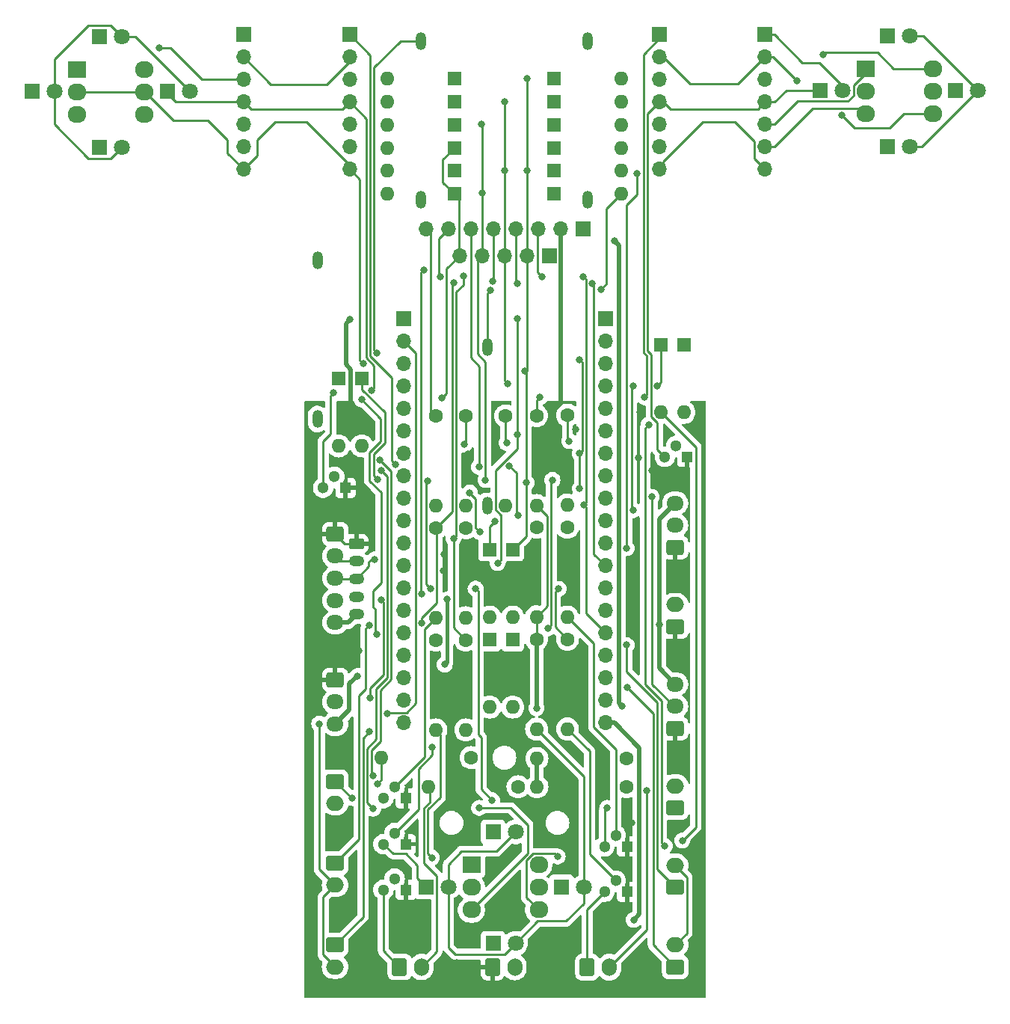
<source format=gbl>
%TF.GenerationSoftware,KiCad,Pcbnew,7.0.7*%
%TF.CreationDate,2023-09-25T22:52:36-04:00*%
%TF.ProjectId,Matrix,4d617472-6978-42e6-9b69-6361645f7063,rev?*%
%TF.SameCoordinates,Original*%
%TF.FileFunction,Copper,L2,Bot*%
%TF.FilePolarity,Positive*%
%FSLAX46Y46*%
G04 Gerber Fmt 4.6, Leading zero omitted, Abs format (unit mm)*
G04 Created by KiCad (PCBNEW 7.0.7) date 2023-09-25 22:52:36*
%MOMM*%
%LPD*%
G01*
G04 APERTURE LIST*
G04 Aperture macros list*
%AMRoundRect*
0 Rectangle with rounded corners*
0 $1 Rounding radius*
0 $2 $3 $4 $5 $6 $7 $8 $9 X,Y pos of 4 corners*
0 Add a 4 corners polygon primitive as box body*
4,1,4,$2,$3,$4,$5,$6,$7,$8,$9,$2,$3,0*
0 Add four circle primitives for the rounded corners*
1,1,$1+$1,$2,$3*
1,1,$1+$1,$4,$5*
1,1,$1+$1,$6,$7*
1,1,$1+$1,$8,$9*
0 Add four rect primitives between the rounded corners*
20,1,$1+$1,$2,$3,$4,$5,0*
20,1,$1+$1,$4,$5,$6,$7,0*
20,1,$1+$1,$6,$7,$8,$9,0*
20,1,$1+$1,$8,$9,$2,$3,0*%
G04 Aperture macros list end*
%TA.AperFunction,ComponentPad*%
%ADD10R,1.800000X1.800000*%
%TD*%
%TA.AperFunction,ComponentPad*%
%ADD11C,1.800000*%
%TD*%
%TA.AperFunction,ComponentPad*%
%ADD12R,2.100000X1.900000*%
%TD*%
%TA.AperFunction,ComponentPad*%
%ADD13O,2.100000X1.900000*%
%TD*%
%TA.AperFunction,ComponentPad*%
%ADD14O,1.200000X2.000000*%
%TD*%
%TA.AperFunction,ComponentPad*%
%ADD15R,1.700000X1.700000*%
%TD*%
%TA.AperFunction,ComponentPad*%
%ADD16O,1.700000X1.700000*%
%TD*%
%TA.AperFunction,ComponentPad*%
%ADD17R,1.600000X1.600000*%
%TD*%
%TA.AperFunction,ComponentPad*%
%ADD18O,1.600000X1.600000*%
%TD*%
%TA.AperFunction,ComponentPad*%
%ADD19RoundRect,0.250000X0.750000X-0.600000X0.750000X0.600000X-0.750000X0.600000X-0.750000X-0.600000X0*%
%TD*%
%TA.AperFunction,ComponentPad*%
%ADD20O,2.000000X1.700000*%
%TD*%
%TA.AperFunction,ComponentPad*%
%ADD21RoundRect,0.250000X-0.625000X0.350000X-0.625000X-0.350000X0.625000X-0.350000X0.625000X0.350000X0*%
%TD*%
%TA.AperFunction,ComponentPad*%
%ADD22O,1.750000X1.200000*%
%TD*%
%TA.AperFunction,ComponentPad*%
%ADD23C,1.600000*%
%TD*%
%TA.AperFunction,ComponentPad*%
%ADD24R,1.300000X1.300000*%
%TD*%
%TA.AperFunction,ComponentPad*%
%ADD25C,1.300000*%
%TD*%
%TA.AperFunction,ComponentPad*%
%ADD26RoundRect,0.250000X-0.600000X-0.750000X0.600000X-0.750000X0.600000X0.750000X-0.600000X0.750000X0*%
%TD*%
%TA.AperFunction,ComponentPad*%
%ADD27O,1.700000X2.000000*%
%TD*%
%TA.AperFunction,ComponentPad*%
%ADD28RoundRect,0.250000X-0.725000X0.600000X-0.725000X-0.600000X0.725000X-0.600000X0.725000X0.600000X0*%
%TD*%
%TA.AperFunction,ComponentPad*%
%ADD29O,1.950000X1.700000*%
%TD*%
%TA.AperFunction,ComponentPad*%
%ADD30RoundRect,0.250000X0.725000X-0.600000X0.725000X0.600000X-0.725000X0.600000X-0.725000X-0.600000X0*%
%TD*%
%TA.AperFunction,ComponentPad*%
%ADD31RoundRect,0.250000X-0.750000X0.600000X-0.750000X-0.600000X0.750000X-0.600000X0.750000X0.600000X0*%
%TD*%
%TA.AperFunction,ViaPad*%
%ADD32C,0.800000*%
%TD*%
%TA.AperFunction,Conductor*%
%ADD33C,0.250000*%
%TD*%
%TA.AperFunction,Conductor*%
%ADD34C,0.500000*%
%TD*%
%TA.AperFunction,Conductor*%
%ADD35C,0.400000*%
%TD*%
G04 APERTURE END LIST*
D10*
%TO.P,D5,1*%
%TO.N,D2GND*%
X189004505Y-45112000D03*
D11*
%TO.P,D5,2*%
%TO.N,LED+*%
X191544505Y-45112000D03*
%TD*%
D12*
%TO.P,SW1,1*%
%TO.N,SEL1*%
X97276753Y-48924500D03*
D13*
%TO.P,SW1,2*%
%TO.N,SEL2*%
X104896753Y-54004500D03*
%TO.P,SW1,4*%
%TO.N,SEL4*%
X97276753Y-54004500D03*
%TO.P,SW1,8*%
%TO.N,SEL8*%
X104896753Y-48924500D03*
%TO.P,SW1,C*%
%TO.N,D1C*%
X97276753Y-51464500D03*
X104896753Y-51464500D03*
%TD*%
D14*
%TO.P,SW8,1*%
%TO.N,SEL1*%
X143700000Y-80325000D03*
%TO.P,SW8,2*%
%TO.N,DSC*%
X143700000Y-98325000D03*
%TD*%
D10*
%TO.P,D11,1*%
%TO.N,D3GND*%
X144384011Y-147850000D03*
D11*
%TO.P,D11,2*%
%TO.N,LED+*%
X146924011Y-147850000D03*
%TD*%
D10*
%TO.P,D2,1*%
%TO.N,D1GND*%
X107520000Y-51387000D03*
D11*
%TO.P,D2,2*%
%TO.N,LED+*%
X110060000Y-51387000D03*
%TD*%
D10*
%TO.P,D6,1*%
%TO.N,D2GND*%
X196755494Y-51312000D03*
D11*
%TO.P,D6,2*%
%TO.N,LED+*%
X199295494Y-51312000D03*
%TD*%
D10*
%TO.P,D10,1*%
%TO.N,D3GND*%
X152135000Y-141450000D03*
D11*
%TO.P,D10,2*%
%TO.N,LED+*%
X154675000Y-141450000D03*
%TD*%
D12*
%TO.P,SW2,1*%
%TO.N,SEL1*%
X186576270Y-48849500D03*
D13*
%TO.P,SW2,2*%
%TO.N,SEL2*%
X194196270Y-53929500D03*
%TO.P,SW2,4*%
%TO.N,SEL4*%
X186576270Y-53929500D03*
%TO.P,SW2,8*%
%TO.N,SEL8*%
X194196270Y-48849500D03*
%TO.P,SW2,C*%
%TO.N,D2C*%
X186576270Y-51389500D03*
X194196270Y-51389500D03*
%TD*%
D10*
%TO.P,D1,1*%
%TO.N,D1GND*%
X99769011Y-45187000D03*
D11*
%TO.P,D1,2*%
%TO.N,LED+*%
X102309011Y-45187000D03*
%TD*%
D10*
%TO.P,D3,1*%
%TO.N,D1GND*%
X99769011Y-57787000D03*
D11*
%TO.P,D3,2*%
%TO.N,LED+*%
X102309011Y-57787000D03*
%TD*%
D10*
%TO.P,D9,1*%
%TO.N,D3GND*%
X144384011Y-135250000D03*
D11*
%TO.P,D9,2*%
%TO.N,LED+*%
X146924011Y-135250000D03*
%TD*%
D12*
%TO.P,SW3,1*%
%TO.N,SEL1*%
X141926511Y-138987500D03*
D13*
%TO.P,SW3,2*%
%TO.N,SEL2*%
X149546511Y-144067500D03*
%TO.P,SW3,4*%
%TO.N,SEL4*%
X141926511Y-144067500D03*
%TO.P,SW3,8*%
%TO.N,SEL8*%
X149546511Y-138987500D03*
%TO.P,SW3,C*%
%TO.N,D3C*%
X141926511Y-141527500D03*
X149546511Y-141527500D03*
%TD*%
D14*
%TO.P,SW6,1*%
%TO.N,SEL8*%
X136200000Y-63700000D03*
%TO.P,SW6,2*%
%TO.N,DSC*%
X136200000Y-45700000D03*
%TD*%
%TO.P,SW5,1*%
%TO.N,SEL4*%
X124500000Y-70500000D03*
%TO.P,SW5,2*%
%TO.N,DSC*%
X124500000Y-88500000D03*
%TD*%
%TO.P,SW7,1*%
%TO.N,SEL2*%
X155100000Y-63700000D03*
%TO.P,SW7,2*%
%TO.N,DSC*%
X155100000Y-45700000D03*
%TD*%
D11*
%TO.P,D4,*%
%TO.N,LED+*%
X94700000Y-51387000D03*
D10*
%TO.P,D4,1*%
%TO.N,D1GND*%
X92160000Y-51387000D03*
%TD*%
D11*
%TO.P,D12,*%
%TO.N,LED+*%
X139315000Y-141450000D03*
D10*
%TO.P,D12,1*%
%TO.N,D3GND*%
X136775000Y-141450000D03*
%TD*%
D11*
%TO.P,D8,*%
%TO.N,LED+*%
X183935494Y-51312000D03*
D10*
%TO.P,D8,1*%
%TO.N,D2GND*%
X181395494Y-51312000D03*
%TD*%
%TO.P,D7,1*%
%TO.N,D2GND*%
X189004505Y-57712000D03*
D11*
%TO.P,D7,2*%
%TO.N,LED+*%
X191544505Y-57712000D03*
%TD*%
D15*
%TO.P,J16,1*%
%TO.N,5V*%
X154534011Y-67000000D03*
D16*
%TO.P,J16,2*%
%TO.N,GND*%
X151994011Y-67000000D03*
%TO.P,J16,BUSY*%
%TO.N,D1LED*%
X136754011Y-67000000D03*
%TO.P,J16,CS*%
%TO.N,GLED*%
X144374011Y-67000000D03*
%TO.P,J16,DC*%
%TO.N,NEO2*%
X141834011Y-67000000D03*
%TO.P,J16,MOSI*%
%TO.N,D2LED*%
X149454011Y-67000000D03*
%TO.P,J16,RST*%
%TO.N,D3LED*%
X139294011Y-67000000D03*
%TO.P,J16,SCK*%
%TO.N,D3SEN*%
X146914011Y-67000000D03*
%TD*%
D17*
%TO.P,D21,1*%
%TO.N,SEL1*%
X140000000Y-55200000D03*
D18*
%TO.P,D21,2*%
X132380000Y-55200000D03*
%TD*%
D19*
%TO.P,J6,1*%
%TO.N,SEL1*%
X165000000Y-150525000D03*
D20*
%TO.P,J6,2*%
%TO.N,BTNC*%
X165000000Y-148025000D03*
%TD*%
D21*
%TO.P,J14,1*%
%TO.N,GND*%
X128900000Y-102600000D03*
D22*
%TO.P,J14,2*%
%TO.N,TX2*%
X128900000Y-104600000D03*
%TO.P,J14,3*%
%TO.N,RX2*%
X128900000Y-106600000D03*
%TO.P,J14,4*%
%TO.N,NEO3*%
X128900000Y-108600000D03*
%TO.P,J14,5*%
%TO.N,5V*%
X128900000Y-110600000D03*
%TD*%
D23*
%TO.P,R7,1*%
%TO.N,LED+*%
X159500000Y-126925000D03*
D18*
%TO.P,R7,2*%
%TO.N,5V*%
X149340000Y-126925000D03*
%TD*%
D17*
%TO.P,D30,1*%
%TO.N,SEL4*%
X144000000Y-113490000D03*
D18*
%TO.P,D30,2*%
X144000000Y-121110000D03*
%TD*%
D15*
%TO.P,J15,1*%
%TO.N,D4C*%
X150734011Y-70000000D03*
D16*
%TO.P,J15,2*%
%TO.N,SEL2*%
X148194011Y-70000000D03*
%TO.P,J15,3*%
%TO.N,SEL8*%
X145654011Y-70000000D03*
%TO.P,J15,4*%
%TO.N,SEL1*%
X143114011Y-70000000D03*
%TO.P,J15,5*%
%TO.N,SEL4*%
X140574011Y-70000000D03*
%TD*%
D24*
%TO.P,Q2,1*%
%TO.N,GND*%
X159540000Y-142025000D03*
D25*
%TO.P,Q2,2*%
%TO.N,BLED*%
X158270000Y-140755000D03*
%TO.P,Q2,3*%
%TO.N,BLL-*%
X157000000Y-142025000D03*
%TD*%
D24*
%TO.P,Q7,1*%
%TO.N,GND*%
X127670000Y-96295000D03*
D25*
%TO.P,Q7,2*%
%TO.N,D1LED*%
X126400000Y-95025000D03*
%TO.P,Q7,3*%
%TO.N,D1GND*%
X125130000Y-96295000D03*
%TD*%
D23*
%TO.P,R3,1*%
%TO.N,LED+*%
X149300000Y-100725000D03*
D18*
%TO.P,R3,2*%
%TO.N,5V*%
X149300000Y-110885000D03*
%TD*%
D16*
%TO.P,1,*%
%TO.N,*%
X157100000Y-120365000D03*
X157100000Y-117825000D03*
X157100000Y-115285000D03*
%TO.N,GND*%
X157100000Y-110205000D03*
D15*
%TO.P,1,1*%
%TO.N,3v3*%
X157100000Y-77185000D03*
D16*
%TO.P,1,2*%
%TO.N,EN*%
X157100000Y-79725000D03*
%TO.P,1,12*%
%TO.N,BLED*%
X157100000Y-107665000D03*
%TO.P,1,13*%
%TO.N,D2LED*%
X157100000Y-112745000D03*
%TO.P,1,14*%
%TO.N,D3SEN*%
X157100000Y-105125000D03*
%TO.P,1,19*%
%TO.N,5V*%
X157100000Y-122905000D03*
%TO.P,1,25*%
%TO.N,SEL1*%
X157100000Y-97505000D03*
%TO.P,1,26*%
%TO.N,NEO1*%
X157100000Y-100045000D03*
%TO.P,1,27*%
%TO.N,RLED*%
X157100000Y-102585000D03*
%TO.P,1,32*%
%TO.N,DSC*%
X157100000Y-92425000D03*
%TO.P,1,33*%
%TO.N,NEO2*%
X157100000Y-94965000D03*
%TO.P,1,34*%
%TO.N,N/C*%
X157100000Y-87345000D03*
%TO.P,1,35*%
%TO.N,SEL4*%
X157100000Y-89885000D03*
%TO.P,1,36*%
%TO.N,SEL2*%
X157100000Y-82265000D03*
%TO.P,1,39*%
%TO.N,SEL8*%
X157100000Y-84805000D03*
%TD*%
D26*
%TO.P,J9,1*%
%TO.N,YWL-*%
X133784011Y-150525000D03*
D27*
%TO.P,J9,2*%
%TO.N,LED+*%
X136284011Y-150525000D03*
%TD*%
D17*
%TO.P,D13,1*%
%TO.N,SEL2*%
X151280000Y-50000000D03*
D18*
%TO.P,D13,2*%
X158900000Y-50000000D03*
%TD*%
D17*
%TO.P,D19,1*%
%TO.N,SEL2*%
X140000000Y-50000000D03*
D18*
%TO.P,D19,2*%
X132380000Y-50000000D03*
%TD*%
D17*
%TO.P,D18,1*%
%TO.N,SEL1*%
X151300000Y-63000000D03*
D18*
%TO.P,D18,2*%
X158920000Y-63000000D03*
%TD*%
D23*
%TO.P,R5,1*%
%TO.N,5V*%
X149300000Y-113445000D03*
D18*
%TO.P,R5,2*%
%TO.N,LED+*%
X149300000Y-123605000D03*
%TD*%
D19*
%TO.P,J2,1*%
%TO.N,GND*%
X165000000Y-112025000D03*
D20*
%TO.P,J2,2*%
%TO.N,5V*%
X165000000Y-109525000D03*
%TD*%
D15*
%TO.P,DIAL 2,1*%
%TO.N,LED+*%
X163189011Y-45000000D03*
D16*
%TO.P,DIAL 2,2*%
%TO.N,SEL2*%
X163189011Y-47540000D03*
%TO.P,DIAL 2,3*%
%TO.N,SEL8*%
X163189011Y-50080000D03*
%TO.P,DIAL 2,4*%
%TO.N,D2GND*%
X163189011Y-52620000D03*
%TO.P,DIAL 2,5*%
%TO.N,SEL1*%
X163189011Y-55160000D03*
%TO.P,DIAL 2,6*%
%TO.N,SEL4*%
X163189011Y-57700000D03*
%TO.P,DIAL 2,7*%
%TO.N,D2C*%
X163189011Y-60240000D03*
%TD*%
D28*
%TO.P,J14,1*%
%TO.N,GND*%
X126500000Y-101525000D03*
D29*
%TO.P,J14,2*%
%TO.N,TX2*%
X126500000Y-104025000D03*
%TO.P,J14,3*%
%TO.N,RX2*%
X126500000Y-106525000D03*
%TO.P,J14,4*%
%TO.N,NEO3*%
X126500000Y-109025000D03*
%TO.P,J14,5*%
%TO.N,5V*%
X126500000Y-111525000D03*
%TD*%
D24*
%TO.P,Q1,1*%
%TO.N,GND*%
X159540000Y-136885000D03*
D25*
%TO.P,Q1,2*%
%TO.N,RLED*%
X158270000Y-135615000D03*
%TO.P,Q1,3*%
%TO.N,RDL-*%
X157000000Y-136885000D03*
%TD*%
D23*
%TO.P,R1,1*%
%TO.N,LED+*%
X149300000Y-88125000D03*
D18*
%TO.P,R1,2*%
%TO.N,5V*%
X149300000Y-98285000D03*
%TD*%
D23*
%TO.P,R4,1*%
%TO.N,RLED*%
X152800000Y-100765000D03*
D18*
%TO.P,R4,2*%
X152800000Y-110925000D03*
%TD*%
D24*
%TO.P,Q6,1*%
%TO.N,GND*%
X166370000Y-92795000D03*
D25*
%TO.P,Q6,2*%
%TO.N,D2LED*%
X165100000Y-91525000D03*
%TO.P,Q6,3*%
%TO.N,D2GND*%
X163830000Y-92795000D03*
%TD*%
D17*
%TO.P,D32,1*%
%TO.N,SEL8*%
X144000000Y-103300000D03*
D18*
%TO.P,D32,2*%
X144000000Y-110920000D03*
%TD*%
D24*
%TO.P,Q3,1*%
%TO.N,GND*%
X134500000Y-131425000D03*
D25*
%TO.P,Q3,2*%
%TO.N,GLED*%
X133230000Y-130155000D03*
%TO.P,Q3,3*%
%TO.N,GNL-*%
X131960000Y-131425000D03*
%TD*%
D30*
%TO.P,J1,1*%
%TO.N,GND*%
X165000000Y-103025000D03*
D29*
%TO.P,J1,2*%
%TO.N,NEO1*%
X165000000Y-100525000D03*
%TO.P,J1,3*%
%TO.N,5V*%
X165000000Y-98025000D03*
%TD*%
D23*
%TO.P,R13,1*%
%TO.N,SEL4*%
X141300000Y-100825000D03*
D18*
%TO.P,R13,2*%
X141300000Y-110985000D03*
%TD*%
D23*
%TO.P,R12,1*%
%TO.N,YLED*%
X137900000Y-113525000D03*
D18*
%TO.P,R12,2*%
X137900000Y-123685000D03*
%TD*%
D17*
%TO.P,D14,1*%
%TO.N,SEL8*%
X151280000Y-52600000D03*
D18*
%TO.P,D14,2*%
X158900000Y-52600000D03*
%TD*%
D23*
%TO.P,R6,1*%
%TO.N,BLED*%
X152800000Y-113425000D03*
D18*
%TO.P,R6,2*%
X152800000Y-123585000D03*
%TD*%
D23*
%TO.P,R11,1*%
%TO.N,D3LED*%
X141300000Y-113525000D03*
D18*
%TO.P,R11,2*%
X141300000Y-123685000D03*
%TD*%
D23*
%TO.P,R15,1*%
%TO.N,SEL2*%
X141300000Y-88145000D03*
D18*
%TO.P,R15,2*%
X141300000Y-98305000D03*
%TD*%
D17*
%TO.P,D16,1*%
%TO.N,SEL4*%
X151280000Y-57800000D03*
D18*
%TO.P,D16,2*%
X158900000Y-57800000D03*
%TD*%
D19*
%TO.P,J5,1*%
%TO.N,SEL2*%
X165000000Y-141525000D03*
D20*
%TO.P,J5,2*%
%TO.N,BTNC*%
X165000000Y-139025000D03*
%TD*%
D23*
%TO.P,R10,1*%
%TO.N,5V*%
X147200000Y-130125000D03*
D18*
%TO.P,R10,2*%
%TO.N,LED+*%
X137040000Y-130125000D03*
%TD*%
D17*
%TO.P,D23,1*%
%TO.N,SEL8*%
X140000000Y-60400000D03*
D18*
%TO.P,D23,2*%
X132380000Y-60400000D03*
%TD*%
D31*
%TO.P,J12,1*%
%TO.N,GNL-*%
X126500000Y-129525000D03*
D20*
%TO.P,J12,2*%
%TO.N,LED+*%
X126500000Y-132025000D03*
%TD*%
D23*
%TO.P,R9,1*%
%TO.N,5V*%
X141900000Y-126825000D03*
D18*
%TO.P,R9,2*%
%TO.N,LED+*%
X131740000Y-126825000D03*
%TD*%
D17*
%TO.P,D17,1*%
%TO.N,SEL2*%
X151280000Y-60400000D03*
D18*
%TO.P,D17,2*%
X158900000Y-60400000D03*
%TD*%
D26*
%TO.P,J7,1*%
%TO.N,BLL-*%
X155034011Y-150550000D03*
D27*
%TO.P,J7,2*%
%TO.N,LED+*%
X157534011Y-150550000D03*
%TD*%
D17*
%TO.P,D26,1*%
%TO.N,SEL8*%
X163400000Y-80125000D03*
D18*
%TO.P,D26,2*%
X163400000Y-87745000D03*
%TD*%
D17*
%TO.P,D28,1*%
%TO.N,SEL4*%
X126900000Y-83925000D03*
D18*
%TO.P,D28,2*%
X126900000Y-91545000D03*
%TD*%
D23*
%TO.P,R17,1*%
%TO.N,SEL8*%
X145800000Y-88145000D03*
D18*
%TO.P,R17,2*%
X145800000Y-98305000D03*
%TD*%
D23*
%TO.P,R14,1*%
%TO.N,GLED*%
X137900000Y-100825000D03*
D18*
%TO.P,R14,2*%
X137900000Y-110985000D03*
%TD*%
D16*
%TO.P,20,*%
%TO.N,*%
X134250000Y-122905000D03*
X134250000Y-120365000D03*
X134250000Y-117825000D03*
%TO.P,20,0*%
%TO.N,D4C*%
X134250000Y-110205000D03*
%TO.P,20,1*%
%TO.N,TX0*%
X134250000Y-84805000D03*
D15*
%TO.N,GND*%
X134250000Y-77185000D03*
D16*
%TO.P,20,2*%
%TO.N,YLED*%
X134250000Y-115285000D03*
%TO.P,20,3*%
%TO.N,RX0*%
X134250000Y-87345000D03*
%TO.P,20,4*%
%TO.N,NEO3*%
X134250000Y-107665000D03*
%TO.P,20,5*%
%TO.N,D3LED*%
X134250000Y-100045000D03*
%TO.P,20,7*%
%TO.N,GND*%
X134250000Y-92425000D03*
%TO.P,20,15*%
%TO.N,GLED*%
X134250000Y-112745000D03*
%TO.P,20,16*%
%TO.N,TX2*%
X134250000Y-105125000D03*
%TO.P,20,17*%
%TO.N,RX2*%
X134250000Y-102585000D03*
%TO.P,20,18*%
%TO.N,D2C*%
X134250000Y-97505000D03*
%TO.P,20,19*%
%TO.N,D3C*%
X134250000Y-94965000D03*
%TO.P,20,21*%
%TO.N,D1LED*%
X134250000Y-89885000D03*
%TO.P,20,22*%
%TO.N,D1C*%
X134250000Y-82265000D03*
%TO.P,20,23*%
%TO.N,BTNC*%
X134250000Y-79725000D03*
%TD*%
D28*
%TO.P,J13,1*%
%TO.N,GND*%
X126500000Y-118025000D03*
D29*
%TO.P,J13,2*%
%TO.N,NEO3*%
X126500000Y-120525000D03*
%TO.P,J13,3*%
%TO.N,5V*%
X126500000Y-123025000D03*
%TD*%
D15*
%TO.P,DIAL 1,1*%
%TO.N,LED+*%
X116159011Y-45010000D03*
D16*
%TO.P,DIAL 1,2*%
%TO.N,SEL2*%
X116159011Y-47550000D03*
%TO.P,DIAL 1,3*%
%TO.N,SEL8*%
X116159011Y-50090000D03*
%TO.P,DIAL 1,4*%
%TO.N,D1GND*%
X116159011Y-52630000D03*
%TO.P,DIAL 1,5*%
%TO.N,SEL1*%
X116159011Y-55170000D03*
%TO.P,DIAL 1,6*%
%TO.N,SEL4*%
X116159011Y-57710000D03*
%TO.P,DIAL 1,7*%
%TO.N,D1C*%
X116159011Y-60250000D03*
%TD*%
D19*
%TO.P,J4,1*%
%TO.N,RDL-*%
X165000000Y-132525000D03*
D20*
%TO.P,J4,2*%
%TO.N,LED+*%
X165000000Y-130025000D03*
%TD*%
D17*
%TO.P,D15,1*%
%TO.N,SEL1*%
X151280000Y-55200000D03*
D18*
%TO.P,D15,2*%
X158900000Y-55200000D03*
%TD*%
D23*
%TO.P,R2,1*%
%TO.N,D2LED*%
X152800000Y-88065000D03*
D18*
%TO.P,R2,2*%
X152800000Y-98225000D03*
%TD*%
D24*
%TO.P,Q5,1*%
%TO.N,GND*%
X134500000Y-136625000D03*
D25*
%TO.P,Q5,2*%
%TO.N,D3LED*%
X133230000Y-135355000D03*
%TO.P,Q5,3*%
%TO.N,D3GND*%
X131960000Y-136625000D03*
%TD*%
D17*
%TO.P,D31,1*%
%TO.N,SEL2*%
X146600000Y-103300000D03*
D18*
%TO.P,D31,2*%
X146600000Y-110920000D03*
%TD*%
D15*
%TO.P,DIAL 1,1*%
%TO.N,LED+*%
X128129011Y-45010000D03*
D16*
%TO.P,DIAL 1,2*%
%TO.N,SEL2*%
X128129011Y-47550000D03*
%TO.P,DIAL 1,3*%
%TO.N,SEL8*%
X128129011Y-50090000D03*
%TO.P,DIAL 1,4*%
%TO.N,D1GND*%
X128129011Y-52630000D03*
%TO.P,DIAL 1,5*%
%TO.N,SEL1*%
X128129011Y-55170000D03*
%TO.P,DIAL 1,6*%
%TO.N,SEL4*%
X128129011Y-57710000D03*
%TO.P,DIAL 1,7*%
%TO.N,D1C*%
X128129011Y-60250000D03*
%TD*%
D17*
%TO.P,D25,1*%
%TO.N,SEL2*%
X166000000Y-80125000D03*
D18*
%TO.P,D25,2*%
X166000000Y-87745000D03*
%TD*%
D15*
%TO.P,DIAL 2,1*%
%TO.N,LED+*%
X175159011Y-45000000D03*
D16*
%TO.P,DIAL 2,2*%
%TO.N,SEL2*%
X175159011Y-47540000D03*
%TO.P,DIAL 2,3*%
%TO.N,SEL8*%
X175159011Y-50080000D03*
%TO.P,DIAL 2,4*%
%TO.N,D2GND*%
X175159011Y-52620000D03*
%TO.P,DIAL 2,5*%
%TO.N,SEL1*%
X175159011Y-55160000D03*
%TO.P,DIAL 2,6*%
%TO.N,SEL4*%
X175159011Y-57700000D03*
%TO.P,DIAL 2,7*%
%TO.N,D2C*%
X175159011Y-60240000D03*
%TD*%
D23*
%TO.P,R16,1*%
%TO.N,D1LED*%
X137900000Y-88165000D03*
D18*
%TO.P,R16,2*%
X137900000Y-98325000D03*
%TD*%
D30*
%TO.P,J3,1*%
%TO.N,GND*%
X165000000Y-123525000D03*
D29*
%TO.P,J3,2*%
%TO.N,NEO2*%
X165000000Y-121025000D03*
%TO.P,J3,3*%
%TO.N,5V*%
X165000000Y-118525000D03*
%TD*%
D17*
%TO.P,D20,1*%
%TO.N,SEL8*%
X140000000Y-52600000D03*
D18*
%TO.P,D20,2*%
X132380000Y-52600000D03*
%TD*%
D23*
%TO.P,R8,1*%
%TO.N,LED+*%
X159500000Y-130125000D03*
D18*
%TO.P,R8,2*%
%TO.N,5V*%
X149340000Y-130125000D03*
%TD*%
D17*
%TO.P,D24,1*%
%TO.N,SEL4*%
X140000000Y-63000000D03*
D18*
%TO.P,D24,2*%
X132380000Y-63000000D03*
%TD*%
D26*
%TO.P,J8,1*%
%TO.N,GND*%
X144330000Y-150537500D03*
D27*
%TO.P,J8,2*%
%TO.N,5V*%
X146830000Y-150537500D03*
%TD*%
D31*
%TO.P,J11,1*%
%TO.N,SEL8*%
X126475000Y-138775000D03*
D20*
%TO.P,J11,2*%
%TO.N,BTNC*%
X126475000Y-141275000D03*
%TD*%
D17*
%TO.P,D22,1*%
%TO.N,SEL4*%
X140000000Y-57800000D03*
D18*
%TO.P,D22,2*%
X132380000Y-57800000D03*
%TD*%
D17*
%TO.P,D27,1*%
%TO.N,SEL1*%
X129500000Y-83925000D03*
D18*
%TO.P,D27,2*%
X129500000Y-91545000D03*
%TD*%
D17*
%TO.P,D29,1*%
%TO.N,SEL1*%
X146600000Y-113490000D03*
D18*
%TO.P,D29,2*%
X146600000Y-121110000D03*
%TD*%
D24*
%TO.P,Q4,1*%
%TO.N,GND*%
X134500000Y-141795000D03*
D25*
%TO.P,Q4,2*%
%TO.N,YLED*%
X133230000Y-140525000D03*
%TO.P,Q4,3*%
%TO.N,YWL-*%
X131960000Y-141795000D03*
%TD*%
D31*
%TO.P,J10,1*%
%TO.N,SEL4*%
X126475000Y-148025000D03*
D20*
%TO.P,J10,2*%
%TO.N,BTNC*%
X126475000Y-150525000D03*
%TD*%
D32*
%TO.N,D1GND*%
X130620129Y-85231872D03*
X126300000Y-85525000D03*
%TO.N,LED+*%
X133345516Y-93691450D03*
X146200000Y-93825500D03*
X161800000Y-130600000D03*
X161550500Y-86025000D03*
X131300000Y-129769550D03*
X149700000Y-86000000D03*
X147200000Y-99400000D03*
%TO.N,SEL1*%
X150600000Y-112200000D03*
X151100000Y-95400000D03*
X131570000Y-93160000D03*
X159600000Y-118900000D03*
X143507580Y-95400500D03*
X131302299Y-95377701D03*
X143114011Y-62900000D03*
X156600000Y-73800000D03*
X130816908Y-128894549D03*
X143100000Y-55160000D03*
X144100000Y-73914000D03*
%TO.N,D1C*%
X129682003Y-82242997D03*
%TO.N,SEL4*%
X142800000Y-132525000D03*
X138570000Y-86100000D03*
X131225500Y-112876190D03*
X129500000Y-86300000D03*
X131730000Y-94360000D03*
X130800000Y-132600000D03*
X130400000Y-123900000D03*
%TO.N,SEL8*%
X144575500Y-100100000D03*
X181770960Y-47270959D03*
X160224500Y-98825000D03*
X165800000Y-136225000D03*
X130325500Y-111854965D03*
X145900000Y-91200000D03*
X160224500Y-84805000D03*
X145654011Y-52600000D03*
X106569201Y-46520799D03*
X145654011Y-60400000D03*
X163000000Y-84725000D03*
X146000000Y-84500000D03*
%TO.N,SEL2*%
X141100000Y-91400000D03*
X178764000Y-50260000D03*
X148000000Y-83100000D03*
X163824549Y-136824951D03*
X148200000Y-50000000D03*
X148149500Y-95724500D03*
X159499500Y-114100000D03*
X183828690Y-54074701D03*
X148194011Y-60400000D03*
X151700000Y-138025000D03*
X162000000Y-89125000D03*
%TO.N,D2C*%
X160675500Y-60700000D03*
X159500000Y-103125000D03*
X141740201Y-96840201D03*
X142900000Y-101300000D03*
%TO.N,D3C*%
X137275500Y-107700000D03*
X136924500Y-95500500D03*
X142400000Y-107700000D03*
X144266804Y-131658195D03*
%TO.N,3v3*%
X147100000Y-77185000D03*
X147100000Y-90300000D03*
X144900000Y-104800000D03*
%TO.N,5V*%
X158990000Y-121015000D03*
X149300000Y-121225000D03*
X160300000Y-145200000D03*
X163200000Y-111800000D03*
X129000000Y-117600000D03*
X158100000Y-68326000D03*
%TO.N,GND*%
X128200000Y-87900000D03*
X145000000Y-92475500D03*
X127580000Y-89170000D03*
X131320000Y-134170000D03*
X138800000Y-103800000D03*
X144320000Y-116820000D03*
X128510000Y-94170000D03*
X151000000Y-119725000D03*
X160860000Y-92880000D03*
X141500000Y-92500000D03*
X140300000Y-150000000D03*
X141300000Y-147800000D03*
X153200000Y-105625000D03*
X161050000Y-87710000D03*
X146900000Y-140700000D03*
X141300000Y-118725000D03*
X123400000Y-114625000D03*
X158600000Y-147225000D03*
X142700000Y-146000000D03*
X145470000Y-123290000D03*
X164100000Y-89825000D03*
X129200000Y-114700000D03*
X152500000Y-129425000D03*
X152300000Y-93100000D03*
X152670000Y-120030000D03*
X127600000Y-135325000D03*
X160090000Y-106180000D03*
X130700000Y-138425000D03*
X128200000Y-128225000D03*
X146340000Y-116970000D03*
X160100000Y-134225000D03*
X163400000Y-96525000D03*
X138724500Y-105700000D03*
X139600000Y-129000000D03*
X143800000Y-105625000D03*
X146820000Y-144610000D03*
X159920000Y-111720000D03*
X130600000Y-146125000D03*
X162400000Y-94325000D03*
X166100000Y-106600000D03*
X137900000Y-118225000D03*
X152900000Y-116425000D03*
X151200000Y-90674500D03*
X153200000Y-130700000D03*
X152990000Y-102790000D03*
X144100000Y-140200000D03*
X149300000Y-105525000D03*
X127430000Y-144290000D03*
X148620000Y-132650000D03*
X159100000Y-144125000D03*
X167500000Y-89425000D03*
X128200000Y-77225000D03*
X153690000Y-89650000D03*
X134700000Y-144225000D03*
X146800000Y-105425000D03*
%TO.N,RDL-*%
X157300000Y-132525000D03*
%TO.N,GNL-*%
X128400000Y-131400000D03*
%TO.N,BLED*%
X151800000Y-107725000D03*
%TO.N,YLED*%
X137440000Y-138150000D03*
%TO.N,GLED*%
X136324500Y-111600000D03*
X139919644Y-73077500D03*
X144338485Y-72943366D03*
%TO.N,D3LED*%
X138375500Y-72390000D03*
X140990000Y-72352500D03*
X139900000Y-102000000D03*
X137500000Y-125700000D03*
%TO.N,D2LED*%
X149900000Y-72390000D03*
X154600000Y-72390000D03*
X153000000Y-91000000D03*
X154625500Y-98225000D03*
%TO.N,NEO2*%
X142775500Y-93925000D03*
X162324500Y-97325000D03*
%TO.N,NEO3*%
X130425500Y-120100000D03*
X131675500Y-109000000D03*
%TO.N,D3SEN*%
X147100000Y-73152000D03*
X155624500Y-73152000D03*
%TO.N,D4C*%
X136500000Y-71628000D03*
X136324500Y-108325000D03*
%TO.N,DSC*%
X154175500Y-92425000D03*
X154175500Y-96375500D03*
X131174500Y-81000000D03*
X154175500Y-81800000D03*
%TO.N,RX2*%
X130975500Y-104400500D03*
%TO.N,BTNC*%
X124700000Y-123000000D03*
X132400000Y-121825000D03*
%TO.N,JUMP*%
X138900000Y-116300000D03*
X139175500Y-108915000D03*
%TD*%
D33*
%TO.N,D1GND*%
X116159011Y-52630000D02*
X116999011Y-53470000D01*
X130620129Y-85231872D02*
X130900000Y-84952001D01*
X126300000Y-85525000D02*
X126000000Y-85825000D01*
X107227989Y-51387000D02*
X108470989Y-52630000D01*
X130000000Y-81536396D02*
X130000000Y-54500989D01*
X127289011Y-53470000D02*
X128129011Y-52630000D01*
X126000000Y-85825000D02*
X126000000Y-90177005D01*
X116999011Y-53470000D02*
X127289011Y-53470000D01*
X108470989Y-52630000D02*
X116159011Y-52630000D01*
X130000000Y-54500989D02*
X128129011Y-52630000D01*
X130900000Y-82436396D02*
X130000000Y-81536396D01*
X125130000Y-91047005D02*
X125130000Y-96295000D01*
X130900000Y-84952001D02*
X130900000Y-82436396D01*
X130620129Y-85231872D02*
X130620129Y-85244129D01*
X126000000Y-90177005D02*
X125130000Y-91047005D01*
%TO.N,LED+*%
X161800000Y-81386396D02*
X161400000Y-80986396D01*
X154675000Y-141450000D02*
X154675000Y-128980000D01*
X191544505Y-57712000D02*
X192895494Y-57712000D01*
X154675000Y-143325000D02*
X154675000Y-141450000D01*
X102309011Y-45187000D02*
X101084011Y-43962000D01*
X179413000Y-48177000D02*
X176236000Y-45000000D01*
X138000000Y-140225000D02*
X136550000Y-138775000D01*
X101084011Y-43962000D02*
X98485000Y-43962000D01*
X147000000Y-99200000D02*
X147200000Y-99400000D01*
X136550000Y-138775000D02*
X136550000Y-132538604D01*
X161550500Y-86025000D02*
X161800000Y-85775500D01*
X146924011Y-147850000D02*
X149431511Y-145342500D01*
X184000000Y-50856011D02*
X181320989Y-48177000D01*
X132900000Y-93245934D02*
X132900000Y-83800000D01*
X152657500Y-145342500D02*
X154675000Y-143325000D01*
X147000000Y-94625500D02*
X147000000Y-99200000D01*
X161400000Y-80986396D02*
X161400000Y-60625000D01*
X149300000Y-86400000D02*
X149700000Y-86000000D01*
X154675000Y-128980000D02*
X149300000Y-123605000D01*
X103860000Y-45187000D02*
X102309011Y-45187000D01*
X136284011Y-150525000D02*
X138000000Y-148809011D01*
X144749011Y-137425000D02*
X140800000Y-137425000D01*
X199295494Y-51312000D02*
X193095494Y-45112000D01*
X140075000Y-149075000D02*
X145699011Y-149075000D01*
X101084011Y-59012000D02*
X102309011Y-57787000D01*
X94700000Y-51387000D02*
X94700000Y-55167989D01*
X110060000Y-51387000D02*
X103860000Y-45187000D01*
X140800000Y-137425000D02*
X139315000Y-138910000D01*
X145699011Y-149075000D02*
X146924011Y-147850000D01*
X139315000Y-148315000D02*
X140075000Y-149075000D01*
X98544011Y-59012000D02*
X101084011Y-59012000D01*
X161800000Y-146284011D02*
X157534011Y-150550000D01*
X131740000Y-129329550D02*
X131740000Y-126825000D01*
X149300000Y-88125000D02*
X149300000Y-86400000D01*
X133345516Y-93691450D02*
X132900000Y-93245934D01*
X181320989Y-48177000D02*
X179413000Y-48177000D01*
X137200000Y-130285000D02*
X137040000Y-130125000D01*
X157250000Y-150550000D02*
X157534011Y-150550000D01*
X163640000Y-45000000D02*
X161400000Y-47240000D01*
X94700000Y-47747000D02*
X94700000Y-51387000D01*
X130450000Y-47330989D02*
X128129011Y-45010000D01*
X184000000Y-51312000D02*
X184000000Y-50856011D01*
X130450000Y-81350000D02*
X130450000Y-47330989D01*
X146200000Y-93825500D02*
X147000000Y-94625500D01*
X136000000Y-150525000D02*
X136284011Y-150525000D01*
X161800000Y-130600000D02*
X161800000Y-146284011D01*
X161800000Y-85775500D02*
X161800000Y-81386396D01*
X139315000Y-141450000D02*
X139315000Y-148315000D01*
X137200000Y-131888604D02*
X137200000Y-130285000D01*
X161400000Y-47240000D02*
X161400000Y-65600000D01*
X138000000Y-148809011D02*
X138000000Y-140225000D01*
X109767989Y-51387000D02*
X109567989Y-51387000D01*
X98485000Y-43962000D02*
X94700000Y-47747000D01*
X94700000Y-55167989D02*
X98544011Y-59012000D01*
X146924011Y-135250000D02*
X144749011Y-137425000D01*
X132900000Y-83800000D02*
X130450000Y-81350000D01*
X136550000Y-132538604D02*
X137200000Y-131888604D01*
X139315000Y-138910000D02*
X139315000Y-141450000D01*
X193095494Y-45112000D02*
X191544505Y-45112000D01*
X176236000Y-45000000D02*
X175159011Y-45000000D01*
X149431511Y-145342500D02*
X152657500Y-145342500D01*
X131300000Y-129769550D02*
X131740000Y-129329550D01*
X192895494Y-57712000D02*
X199295494Y-51312000D01*
%TO.N,SEL1*%
X156600000Y-73800000D02*
X157200000Y-73200000D01*
X143700000Y-74314000D02*
X144100000Y-73914000D01*
X143500000Y-82025000D02*
X142600000Y-81125000D01*
X129500000Y-85150305D02*
X129500000Y-83925000D01*
X143114011Y-70000000D02*
X143114011Y-62900000D01*
X130615000Y-125985000D02*
X130615000Y-128692641D01*
X185192017Y-51907983D02*
X184563000Y-52537000D01*
X131570000Y-93160000D02*
X132850000Y-94440000D01*
X151100000Y-95400000D02*
X150950000Y-95550000D01*
X162524500Y-126486328D02*
X162524500Y-121824500D01*
X175159011Y-55160000D02*
X175351011Y-54968000D01*
X150950000Y-111850000D02*
X150600000Y-112200000D01*
X130850000Y-94925402D02*
X130850000Y-92486396D01*
X130850000Y-92486396D02*
X132100000Y-91236396D01*
X132850000Y-117961201D02*
X131600000Y-119211201D01*
X143500000Y-95392920D02*
X143500000Y-82025000D01*
X157200000Y-73200000D02*
X157200000Y-64720000D01*
X178899000Y-52537000D02*
X176276000Y-55160000D01*
X143114011Y-62900000D02*
X143114011Y-55174011D01*
X142600000Y-70514011D02*
X143114011Y-70000000D01*
X162524500Y-148049500D02*
X162524500Y-126486328D01*
X162524500Y-121824500D02*
X159600000Y-118900000D01*
X185200000Y-50853395D02*
X185192017Y-50861378D01*
X165000000Y-150525000D02*
X162524500Y-148049500D01*
X143114011Y-55174011D02*
X143100000Y-55160000D01*
X187067500Y-48849500D02*
X185200000Y-50717000D01*
X131600000Y-125000000D02*
X130615000Y-125985000D01*
X185200000Y-50717000D02*
X185200000Y-50853395D01*
X131302299Y-95377701D02*
X130850000Y-94925402D01*
X184563000Y-52537000D02*
X178899000Y-52537000D01*
X143507580Y-95400500D02*
X143500000Y-95392920D01*
X130615000Y-128692641D02*
X130816908Y-128894549D01*
X132850000Y-94440000D02*
X132850000Y-117961201D01*
X143700000Y-80325000D02*
X143700000Y-74314000D01*
X131600000Y-119211201D02*
X131600000Y-125000000D01*
X176276000Y-55160000D02*
X175159011Y-55160000D01*
X150950000Y-95550000D02*
X150950000Y-111850000D01*
X132100000Y-91236396D02*
X132100000Y-87750305D01*
X157200000Y-64720000D02*
X158920000Y-63000000D01*
X185192017Y-50861378D02*
X185192017Y-51907983D01*
X142600000Y-81125000D02*
X142600000Y-70514011D01*
X132100000Y-87750305D02*
X129500000Y-85150305D01*
%TO.N,D1C*%
X128129011Y-59750128D02*
X123238883Y-54860000D01*
X119721117Y-54860000D02*
X117700000Y-56881117D01*
X114300000Y-56950000D02*
X112050000Y-54700000D01*
X116159011Y-60250000D02*
X114300000Y-58390989D01*
X117700000Y-58709011D02*
X116159011Y-60250000D01*
X108160000Y-54700000D02*
X104924500Y-51464500D01*
X112050000Y-54700000D02*
X108160000Y-54700000D01*
X128129011Y-60250000D02*
X128129011Y-59750128D01*
X117700000Y-56881117D02*
X117700000Y-58709011D01*
X129682003Y-82242997D02*
X129300000Y-81860994D01*
X123238883Y-54860000D02*
X119721117Y-54860000D01*
X129300000Y-81860994D02*
X129300000Y-61420989D01*
X104924500Y-51464500D02*
X97019500Y-51464500D01*
X129300000Y-61420989D02*
X128129011Y-60250000D01*
X114300000Y-58390989D02*
X114300000Y-56950000D01*
%TO.N,SEL4*%
X130800000Y-109786201D02*
X130800000Y-107925305D01*
X138570000Y-86100000D02*
X139100000Y-85570000D01*
X139100000Y-71474011D02*
X140574011Y-70000000D01*
X131650000Y-88450000D02*
X129500000Y-86300000D01*
X130800000Y-107925305D02*
X131700000Y-107025305D01*
X146400000Y-132525000D02*
X148300000Y-134425000D01*
X131650000Y-91050000D02*
X131650000Y-88450000D01*
X148300000Y-134425000D02*
X148300000Y-137694493D01*
X131700000Y-96800000D02*
X130400000Y-95500000D01*
X132400000Y-117774805D02*
X131150000Y-119024805D01*
X131050000Y-110036201D02*
X130800000Y-109786201D01*
X129650000Y-144850000D02*
X129650000Y-124650000D01*
X131700000Y-107025305D02*
X131700000Y-96800000D01*
X129650000Y-124650000D02*
X130400000Y-123900000D01*
X141926993Y-144067500D02*
X141926511Y-144067500D01*
X140000000Y-63000000D02*
X138700000Y-61700000D01*
X138700000Y-61700000D02*
X138700000Y-59100000D01*
X148300000Y-137694493D02*
X141926993Y-144067500D01*
X185900201Y-53349701D02*
X180586299Y-53349701D01*
X126475000Y-148025000D02*
X129650000Y-144850000D01*
X131150000Y-124750000D02*
X130091908Y-125808092D01*
X132400000Y-95030000D02*
X132400000Y-117774805D01*
X186480000Y-53929500D02*
X185900201Y-53349701D01*
X131225500Y-112899000D02*
X131225500Y-112876190D01*
X131050000Y-112700690D02*
X131050000Y-110036201D01*
X131730000Y-94360000D02*
X132400000Y-95030000D01*
X140500000Y-69925989D02*
X140500000Y-63500000D01*
X140500000Y-63500000D02*
X140000000Y-63000000D01*
X130400000Y-95500000D02*
X130400000Y-92300000D01*
X180586299Y-53349701D02*
X176236000Y-57700000D01*
X140574011Y-70000000D02*
X140500000Y-69925989D01*
X130091908Y-125808092D02*
X130091908Y-131891908D01*
X139100000Y-85570000D02*
X139100000Y-71474011D01*
X130400000Y-92300000D02*
X131650000Y-91050000D01*
X131225500Y-112876190D02*
X131050000Y-112700690D01*
X131150000Y-119024805D02*
X131150000Y-124750000D01*
X176236000Y-57700000D02*
X175159011Y-57700000D01*
X130091908Y-131891908D02*
X130800000Y-132600000D01*
X138700000Y-59100000D02*
X140000000Y-57800000D01*
X142800000Y-132525000D02*
X146400000Y-132525000D01*
%TO.N,SEL8*%
X160075000Y-84954500D02*
X160224500Y-84805000D01*
X160075000Y-98675500D02*
X160075000Y-84954500D01*
X145800000Y-88145000D02*
X145800000Y-91100000D01*
X130325500Y-111854965D02*
X129975500Y-112204965D01*
X189717500Y-48849500D02*
X194100000Y-48849500D01*
X144000000Y-100675500D02*
X144575500Y-100100000D01*
X160224500Y-98825000D02*
X160075000Y-98675500D01*
X181770960Y-47270959D02*
X182007219Y-47034700D01*
X145654011Y-60400000D02*
X145654011Y-52600000D01*
X167345000Y-134680000D02*
X167345000Y-91670000D01*
X187902700Y-47034700D02*
X189717500Y-48849500D01*
X129200000Y-136050000D02*
X126475000Y-138775000D01*
X145800000Y-91100000D02*
X145900000Y-91200000D01*
X182007219Y-47034700D02*
X187902700Y-47034700D01*
X145700000Y-60445989D02*
X145654011Y-60400000D01*
X129200000Y-119800000D02*
X129200000Y-136050000D01*
X106569201Y-46520799D02*
X107801788Y-46520799D01*
X163420000Y-87745000D02*
X163400000Y-87745000D01*
X167345000Y-91670000D02*
X163420000Y-87745000D01*
X107801788Y-46520799D02*
X111370989Y-50090000D01*
X129975500Y-112204965D02*
X129975500Y-119024500D01*
X165800000Y-136225000D02*
X167345000Y-134680000D01*
X146000000Y-84500000D02*
X145700000Y-84200000D01*
X163400000Y-84325000D02*
X163000000Y-84725000D01*
X111370989Y-50090000D02*
X116159011Y-50090000D01*
X144000000Y-103300000D02*
X144000000Y-100675500D01*
X163400000Y-80125000D02*
X163400000Y-84325000D01*
X145700000Y-84200000D02*
X145700000Y-60445989D01*
X129975500Y-119024500D02*
X129200000Y-119800000D01*
%TO.N,SEL2*%
X128129011Y-47550000D02*
X128129011Y-48000989D01*
X162000000Y-89125000D02*
X161599500Y-89525500D01*
X148171511Y-138459378D02*
X148171511Y-142692500D01*
X163450000Y-136450402D02*
X163824549Y-136824951D01*
X128129011Y-48000989D02*
X125520000Y-50610000D01*
X151700000Y-138025000D02*
X151387500Y-137712500D01*
X148194011Y-82905989D02*
X148194011Y-70000000D01*
X148918389Y-137712500D02*
X148171511Y-138459378D01*
X178764000Y-50260000D02*
X176044000Y-47540000D01*
X148194011Y-52194011D02*
X148194011Y-60400000D01*
X148200000Y-52188022D02*
X148194011Y-52194011D01*
X151387500Y-137712500D02*
X148918389Y-137712500D01*
X148100000Y-95675000D02*
X148149500Y-95724500D01*
X190857500Y-53929500D02*
X194100000Y-53929500D01*
X185270989Y-55517000D02*
X189270000Y-55517000D01*
X141100000Y-91400000D02*
X141300000Y-91200000D01*
X148149500Y-95724500D02*
X148149500Y-101750500D01*
X148000000Y-83100000D02*
X148100000Y-83200000D01*
X148149500Y-101750500D02*
X146600000Y-103300000D01*
X163450000Y-120375000D02*
X163450000Y-136450402D01*
X148200000Y-50000000D02*
X148200000Y-52188022D01*
X119219011Y-50610000D02*
X116159011Y-47550000D01*
X175159011Y-47540000D02*
X172099011Y-50600000D01*
X172099011Y-50600000D02*
X166700000Y-50600000D01*
X166700000Y-50600000D02*
X163640000Y-47540000D01*
X161599500Y-118524500D02*
X163450000Y-120375000D01*
X189270000Y-55517000D02*
X190857500Y-53929500D01*
X161599500Y-89525500D02*
X161599500Y-118524500D01*
X148171511Y-142692500D02*
X149546511Y-144067500D01*
X148000000Y-83100000D02*
X148194011Y-82905989D01*
X141300000Y-91200000D02*
X141300000Y-88145000D01*
X148194011Y-60400000D02*
X148194011Y-70000000D01*
X176044000Y-47540000D02*
X175159011Y-47540000D01*
X125520000Y-50610000D02*
X119219011Y-50610000D01*
X183828690Y-54074701D02*
X185270989Y-55517000D01*
X162974500Y-120574500D02*
X159499500Y-117099500D01*
X159499500Y-117099500D02*
X159499500Y-114100000D01*
X148100000Y-83200000D02*
X148100000Y-95675000D01*
X165000000Y-141525000D02*
X162974500Y-139499500D01*
X162974500Y-139499500D02*
X162974500Y-120574500D01*
%TO.N,D2C*%
X160675500Y-63124500D02*
X159500000Y-64300000D01*
X160675500Y-60700000D02*
X160675500Y-63124500D01*
X171758883Y-54850000D02*
X168151701Y-54850000D01*
X142425000Y-100825000D02*
X142425000Y-97525000D01*
X173984011Y-59065000D02*
X173984011Y-57075128D01*
X159500000Y-64300000D02*
X159500000Y-103125000D01*
X168151701Y-54850000D02*
X163640000Y-59361701D01*
X142425000Y-97525000D02*
X141740201Y-96840201D01*
X173984011Y-57075128D02*
X171758883Y-54850000D01*
X175159011Y-60240000D02*
X173984011Y-59065000D01*
X142900000Y-101300000D02*
X142425000Y-100825000D01*
X163640000Y-59361701D02*
X163640000Y-60240000D01*
%TO.N,D2GND*%
X163189011Y-52620000D02*
X161850000Y-53959011D01*
X174359011Y-53420000D02*
X164440000Y-53420000D01*
X181447000Y-51325000D02*
X177571000Y-51325000D01*
X162275000Y-81225000D02*
X162275000Y-88210991D01*
X181344517Y-51312000D02*
X181460000Y-51312000D01*
X181460000Y-51312000D02*
X181447000Y-51325000D01*
X175159011Y-52620000D02*
X174359011Y-53420000D01*
X163000000Y-88935991D02*
X163000000Y-91965000D01*
X177571000Y-51325000D02*
X176276000Y-52620000D01*
X162275000Y-88210991D02*
X163000000Y-88935991D01*
X176276000Y-52620000D02*
X175159011Y-52620000D01*
X161850000Y-53959011D02*
X161850000Y-80800000D01*
X161850000Y-80800000D02*
X162275000Y-81225000D01*
X163000000Y-91965000D02*
X163830000Y-92795000D01*
X164440000Y-53420000D02*
X163640000Y-52620000D01*
%TO.N,D3C*%
X142700000Y-108000000D02*
X142700000Y-124200000D01*
X134310000Y-95025000D02*
X134250000Y-94965000D01*
X143025000Y-124525000D02*
X143025000Y-130416391D01*
X137275500Y-107700000D02*
X136775000Y-107199500D01*
X136775000Y-95650000D02*
X136924500Y-95500500D01*
X142400000Y-107700000D02*
X142700000Y-108000000D01*
X143025000Y-130416391D02*
X144266804Y-131658195D01*
X142700000Y-124200000D02*
X143025000Y-124525000D01*
X136775000Y-107199500D02*
X136775000Y-95650000D01*
%TO.N,D3GND*%
X135800000Y-140475000D02*
X135800000Y-139000000D01*
X136775000Y-141450000D02*
X135800000Y-140475000D01*
X134500000Y-137700000D02*
X133035000Y-137700000D01*
X133035000Y-137700000D02*
X131960000Y-136625000D01*
X135800000Y-139000000D02*
X134500000Y-137700000D01*
%TO.N,3v3*%
X144675000Y-94325195D02*
X147100000Y-91900195D01*
X147100000Y-90300000D02*
X147100000Y-77185000D01*
X145300000Y-99395991D02*
X144675000Y-98770991D01*
X145300000Y-104400000D02*
X145300000Y-99395991D01*
X144675000Y-98770991D02*
X144675000Y-94325195D01*
X147100000Y-91900195D02*
X147100000Y-90300000D01*
X144900000Y-104800000D02*
X145300000Y-104400000D01*
%TO.N,5V*%
X149300000Y-110885000D02*
X150500000Y-109685000D01*
D34*
X160950000Y-144550000D02*
X160300000Y-145200000D01*
X149340000Y-126925000D02*
X149340000Y-130125000D01*
X126500000Y-111525000D02*
X127975000Y-111525000D01*
X127975000Y-111525000D02*
X128900000Y-110600000D01*
X160950000Y-125725000D02*
X160950000Y-144550000D01*
X163200000Y-116725000D02*
X165000000Y-118525000D01*
X163200000Y-111800000D02*
X163200000Y-99825000D01*
X163200000Y-111800000D02*
X163200000Y-116725000D01*
X126500000Y-123025000D02*
X128100000Y-121425000D01*
D33*
X149300000Y-113445000D02*
X149300000Y-110885000D01*
D34*
X128100000Y-118500000D02*
X129000000Y-117600000D01*
X149300000Y-121225000D02*
X149300000Y-113445000D01*
X158650000Y-68876000D02*
X158650000Y-120675000D01*
X128100000Y-121425000D02*
X128100000Y-118500000D01*
X158130000Y-122905000D02*
X160950000Y-125725000D01*
X157100000Y-122905000D02*
X158130000Y-122905000D01*
X163200000Y-99825000D02*
X165000000Y-98025000D01*
D33*
X150500000Y-109685000D02*
X150500000Y-99485000D01*
X150500000Y-99485000D02*
X149300000Y-98285000D01*
D34*
X158100000Y-68326000D02*
X158650000Y-68876000D01*
D33*
X160300000Y-145275000D02*
X160300000Y-145200000D01*
D34*
X158650000Y-120675000D02*
X158990000Y-121015000D01*
%TO.N,GND*%
X128200000Y-87900000D02*
X128250000Y-87850000D01*
D33*
X127575000Y-102600000D02*
X126500000Y-101525000D01*
D34*
X128250000Y-87850000D02*
X128250000Y-82875000D01*
D33*
X151200000Y-89225000D02*
X151200000Y-90674500D01*
D34*
X152034011Y-86690989D02*
X152034011Y-67040000D01*
D33*
X151100000Y-89125000D02*
X151200000Y-89225000D01*
D34*
X151200000Y-87525000D02*
X152034011Y-86690989D01*
X152034011Y-67040000D02*
X151994011Y-67000000D01*
X151200000Y-90674500D02*
X151200000Y-87525000D01*
D33*
X128900000Y-102600000D02*
X127575000Y-102600000D01*
D34*
X127700000Y-82325000D02*
X127700000Y-77725000D01*
X128250000Y-82875000D02*
X127700000Y-82325000D01*
X127700000Y-77725000D02*
X128200000Y-77225000D01*
D33*
%TO.N,RDL-*%
X157000000Y-132825000D02*
X157000000Y-136885000D01*
X157300000Y-132525000D02*
X157000000Y-132825000D01*
%TO.N,BLL-*%
X155034011Y-143990989D02*
X155034011Y-150550000D01*
X157000000Y-142025000D02*
X155034011Y-143990989D01*
%TO.N,YWL-*%
X131960000Y-148700989D02*
X133784011Y-150525000D01*
X131960000Y-141795000D02*
X131960000Y-148700989D01*
%TO.N,GNL-*%
X128400000Y-131400000D02*
X128375000Y-131400000D01*
X128375000Y-131400000D02*
X126500000Y-129525000D01*
X128400000Y-131425000D02*
X128400000Y-131425000D01*
X128400000Y-131425000D02*
X128400000Y-131400000D01*
%TO.N,RLED*%
X155800000Y-113925000D02*
X152800000Y-110925000D01*
X158270000Y-125870000D02*
X155800000Y-123400000D01*
X155800000Y-123400000D02*
X155800000Y-113925000D01*
X158270000Y-135615000D02*
X158270000Y-125870000D01*
%TO.N,BLED*%
X151424500Y-108100500D02*
X151424500Y-112049500D01*
X151424500Y-112049500D02*
X152800000Y-113425000D01*
X155300000Y-126085000D02*
X152800000Y-123585000D01*
X158270000Y-140755000D02*
X155300000Y-137785000D01*
X151800000Y-107725000D02*
X151424500Y-108100500D01*
X155300000Y-137785000D02*
X155300000Y-126085000D01*
%TO.N,YLED*%
X138400000Y-131325000D02*
X138400000Y-124185000D01*
X137000000Y-137710000D02*
X137000000Y-132725000D01*
X138400000Y-124185000D02*
X137900000Y-123685000D01*
X137000000Y-132725000D02*
X138400000Y-131325000D01*
X137440000Y-138150000D02*
X137000000Y-137710000D01*
%TO.N,GLED*%
X136324500Y-110975500D02*
X138000000Y-109300000D01*
X144338485Y-72943366D02*
X144374011Y-72907840D01*
X138000000Y-109300000D02*
X138000000Y-100925000D01*
X136324500Y-111600000D02*
X136324500Y-110975500D01*
X138000000Y-100925000D02*
X137900000Y-100825000D01*
X133230000Y-130155000D02*
X136600000Y-126785000D01*
X136600000Y-112285000D02*
X137900000Y-110985000D01*
X136600000Y-126785000D02*
X136600000Y-112285000D01*
X139725000Y-73272144D02*
X139725000Y-99000000D01*
X144374011Y-72907840D02*
X144374011Y-67000000D01*
X139725000Y-99000000D02*
X137900000Y-100825000D01*
X139919644Y-73077500D02*
X139725000Y-73272144D01*
%TO.N,D3LED*%
X135915000Y-128106396D02*
X137500000Y-126521396D01*
X138200000Y-72214500D02*
X138200000Y-68094011D01*
X140175000Y-74125000D02*
X140175000Y-101725000D01*
X140175000Y-101725000D02*
X139900000Y-102000000D01*
X137500000Y-126521396D02*
X137500000Y-125700000D01*
X135915000Y-132670000D02*
X133230000Y-135355000D01*
X135915000Y-131856582D02*
X135915000Y-132670000D01*
X140990000Y-73310000D02*
X140175000Y-74125000D01*
X140990000Y-72352500D02*
X140990000Y-73310000D01*
X139900000Y-112125000D02*
X141300000Y-113525000D01*
X138200000Y-68094011D02*
X139294011Y-67000000D01*
X138375500Y-72390000D02*
X138200000Y-72214500D01*
X135915000Y-131856582D02*
X135915000Y-128106396D01*
X139900000Y-102000000D02*
X139900000Y-112125000D01*
%TO.N,D1LED*%
X137300000Y-87565000D02*
X137900000Y-88165000D01*
X136754011Y-67000000D02*
X137300000Y-67545989D01*
X137300000Y-67545989D02*
X137300000Y-87565000D01*
%TO.N,D2LED*%
X149900000Y-72390000D02*
X149400000Y-71890000D01*
X152800000Y-90800000D02*
X153000000Y-91000000D01*
X154900000Y-110545000D02*
X157100000Y-112745000D01*
X154900000Y-98499500D02*
X154900000Y-110545000D01*
X149400000Y-67054011D02*
X149454011Y-67000000D01*
X154625500Y-98225000D02*
X154900000Y-98499500D01*
X154900000Y-97950500D02*
X154625500Y-98225000D01*
X154900000Y-72690000D02*
X154900000Y-97950500D01*
X149400000Y-71890000D02*
X149400000Y-67054011D01*
X152800000Y-88065000D02*
X152800000Y-90800000D01*
X154600000Y-72390000D02*
X154900000Y-72690000D01*
%TO.N,NEO2*%
X142775500Y-93925000D02*
X142800000Y-93900500D01*
X142800000Y-93900500D02*
X142800000Y-82525000D01*
X162400000Y-118550000D02*
X162400000Y-97400500D01*
X142800000Y-82525000D02*
X141834011Y-81559011D01*
X141834011Y-81559011D02*
X141834011Y-67000000D01*
X162400000Y-97400500D02*
X162324500Y-97325000D01*
X164875000Y-121025000D02*
X162400000Y-118550000D01*
X165000000Y-121025000D02*
X164875000Y-121025000D01*
%TO.N,NEO3*%
X131950000Y-117450000D02*
X131950000Y-109274500D01*
X131950000Y-109274500D02*
X131675500Y-109000000D01*
X130425500Y-118974500D02*
X131950000Y-117450000D01*
X130425500Y-120100000D02*
X130425500Y-118974500D01*
%TO.N,D3SEN*%
X146914011Y-72966011D02*
X146914011Y-67000000D01*
X155624500Y-73152000D02*
X155800000Y-73327500D01*
X147100000Y-73152000D02*
X146914011Y-72966011D01*
X155800000Y-103825000D02*
X157100000Y-105125000D01*
X155800000Y-73327500D02*
X155800000Y-103825000D01*
%TO.N,D4C*%
X136200000Y-108200500D02*
X136324500Y-108325000D01*
X136200000Y-71928000D02*
X136200000Y-108200500D01*
X136500000Y-71628000D02*
X136200000Y-71928000D01*
%TO.N,DSC*%
X154450000Y-82074500D02*
X154450000Y-92150500D01*
X130900000Y-48700000D02*
X133900000Y-45700000D01*
X133900000Y-45700000D02*
X136200000Y-45700000D01*
X154175500Y-81800000D02*
X154450000Y-82074500D01*
X131174500Y-81000000D02*
X130900000Y-80725500D01*
X154450000Y-92150500D02*
X154175500Y-92425000D01*
X130900000Y-80725500D02*
X130900000Y-48700000D01*
X154175500Y-92425000D02*
X154175500Y-96375500D01*
%TO.N,TX2*%
X128900000Y-104600000D02*
X127075000Y-104600000D01*
X127075000Y-104600000D02*
X126500000Y-104025000D01*
%TO.N,RX2*%
X130300000Y-104700000D02*
X130300000Y-105200000D01*
X130975500Y-104400500D02*
X130599500Y-104400500D01*
X130599500Y-104400500D02*
X130300000Y-104700000D01*
X128900000Y-106600000D02*
X126575000Y-106600000D01*
X130300000Y-105200000D02*
X128900000Y-106600000D01*
X126575000Y-106600000D02*
X126500000Y-106525000D01*
%TO.N,BTNC*%
X135600000Y-120681701D02*
X135600000Y-81075000D01*
X125150000Y-142600000D02*
X126475000Y-141275000D01*
X124700000Y-123000000D02*
X124700000Y-139500000D01*
X126475000Y-150475000D02*
X125150000Y-149150000D01*
X132500000Y-121725000D02*
X134556701Y-121725000D01*
X124700000Y-139500000D02*
X126475000Y-141275000D01*
X165000000Y-139025000D02*
X166325000Y-140350000D01*
X134556701Y-121725000D02*
X135600000Y-120681701D01*
X166325000Y-140350000D02*
X166325000Y-146700000D01*
X135600000Y-81075000D02*
X134250000Y-79725000D01*
X125150000Y-149150000D02*
X125150000Y-142600000D01*
X132400000Y-121825000D02*
X132500000Y-121725000D01*
X166325000Y-146700000D02*
X165000000Y-148025000D01*
X126475000Y-150525000D02*
X126475000Y-150475000D01*
D35*
%TO.N,JUMP*%
X139175500Y-116024500D02*
X139175500Y-108915000D01*
X138900000Y-116300000D02*
X139175500Y-116024500D01*
%TD*%
%TA.AperFunction,Conductor*%
%TO.N,GND*%
G36*
X125317539Y-86484685D02*
G01*
X125363294Y-86537489D01*
X125374500Y-86589000D01*
X125374499Y-87130065D01*
X125354814Y-87197105D01*
X125302010Y-87242859D01*
X125232852Y-87252803D01*
X125169296Y-87223778D01*
X125141253Y-87199478D01*
X124959249Y-87094398D01*
X124959245Y-87094396D01*
X124959244Y-87094396D01*
X124760633Y-87025656D01*
X124552602Y-86995746D01*
X124552598Y-86995746D01*
X124342672Y-87005745D01*
X124138421Y-87055296D01*
X124138417Y-87055298D01*
X123947256Y-87142598D01*
X123947251Y-87142601D01*
X123776046Y-87264515D01*
X123776040Y-87264520D01*
X123631014Y-87416620D01*
X123517388Y-87593425D01*
X123439274Y-87788544D01*
X123403977Y-87971686D01*
X123399500Y-87994915D01*
X123399500Y-88952425D01*
X123414472Y-89109218D01*
X123437819Y-89188729D01*
X123468185Y-89292149D01*
X123473684Y-89310875D01*
X123525818Y-89412001D01*
X123569991Y-89497686D01*
X123699905Y-89662883D01*
X123699909Y-89662887D01*
X123858746Y-89800521D01*
X124040750Y-89905601D01*
X124040752Y-89905601D01*
X124040756Y-89905604D01*
X124239367Y-89974344D01*
X124447398Y-90004254D01*
X124657330Y-89994254D01*
X124861576Y-89944704D01*
X124947199Y-89905601D01*
X125052743Y-89857401D01*
X125052746Y-89857399D01*
X125052753Y-89857396D01*
X125170737Y-89773379D01*
X125236764Y-89750527D01*
X125304664Y-89767000D01*
X125352879Y-89817567D01*
X125366103Y-89886174D01*
X125340135Y-89951039D01*
X125330345Y-89962068D01*
X124746208Y-90546204D01*
X124733951Y-90556025D01*
X124734134Y-90556246D01*
X124728123Y-90561218D01*
X124680772Y-90611641D01*
X124659889Y-90632524D01*
X124659877Y-90632537D01*
X124655621Y-90638022D01*
X124651837Y-90642452D01*
X124619937Y-90676423D01*
X124619936Y-90676425D01*
X124610284Y-90693981D01*
X124599610Y-90710231D01*
X124587329Y-90726066D01*
X124587324Y-90726073D01*
X124568815Y-90768843D01*
X124566245Y-90774089D01*
X124543803Y-90814911D01*
X124538822Y-90834312D01*
X124532521Y-90852715D01*
X124524562Y-90871107D01*
X124524561Y-90871110D01*
X124517271Y-90917132D01*
X124516087Y-90922851D01*
X124504501Y-90967977D01*
X124504500Y-90967987D01*
X124504500Y-90988021D01*
X124502973Y-91007420D01*
X124499840Y-91027199D01*
X124499840Y-91027200D01*
X124504225Y-91073588D01*
X124504500Y-91079426D01*
X124504500Y-95260041D01*
X124484815Y-95327080D01*
X124445780Y-95365466D01*
X124433702Y-95372944D01*
X124276127Y-95516593D01*
X124147632Y-95686746D01*
X124052596Y-95877605D01*
X124052596Y-95877607D01*
X123994244Y-96082689D01*
X123974570Y-96294999D01*
X123974570Y-96295000D01*
X123990964Y-96471916D01*
X123994244Y-96507310D01*
X124046206Y-96689936D01*
X124052596Y-96712392D01*
X124052596Y-96712394D01*
X124147632Y-96903253D01*
X124272781Y-97068975D01*
X124276128Y-97073407D01*
X124433698Y-97217052D01*
X124614981Y-97329298D01*
X124813802Y-97406321D01*
X125023390Y-97445500D01*
X125023392Y-97445500D01*
X125236608Y-97445500D01*
X125236610Y-97445500D01*
X125446198Y-97406321D01*
X125645019Y-97329298D01*
X125826302Y-97217052D01*
X125983872Y-97073407D01*
X126112366Y-96903255D01*
X126148471Y-96830746D01*
X126207403Y-96712394D01*
X126207403Y-96712393D01*
X126207405Y-96712389D01*
X126265756Y-96507310D01*
X126272529Y-96434215D01*
X126298315Y-96369279D01*
X126355115Y-96328591D01*
X126424896Y-96325071D01*
X126485503Y-96359836D01*
X126517693Y-96421849D01*
X126520000Y-96445657D01*
X126520000Y-96992844D01*
X126526401Y-97052372D01*
X126526403Y-97052379D01*
X126576645Y-97187086D01*
X126576649Y-97187093D01*
X126662809Y-97302187D01*
X126662812Y-97302190D01*
X126777906Y-97388350D01*
X126777913Y-97388354D01*
X126912620Y-97438596D01*
X126912627Y-97438598D01*
X126972155Y-97444999D01*
X126972172Y-97445000D01*
X127419999Y-97445000D01*
X127420000Y-96779330D01*
X127439685Y-96712291D01*
X127492489Y-96666536D01*
X127561647Y-96656592D01*
X127584262Y-96662048D01*
X127607424Y-96670000D01*
X127701072Y-96670000D01*
X127701073Y-96670000D01*
X127775591Y-96657565D01*
X127844954Y-96665947D01*
X127898776Y-96710499D01*
X127919967Y-96777078D01*
X127919999Y-96779874D01*
X127919999Y-97444999D01*
X127920000Y-97445000D01*
X128367828Y-97445000D01*
X128367844Y-97444999D01*
X128427372Y-97438598D01*
X128427379Y-97438596D01*
X128562086Y-97388354D01*
X128562093Y-97388350D01*
X128677187Y-97302190D01*
X128677190Y-97302187D01*
X128763350Y-97187093D01*
X128763354Y-97187086D01*
X128813596Y-97052379D01*
X128813598Y-97052372D01*
X128819999Y-96992844D01*
X128820000Y-96992827D01*
X128820000Y-96545000D01*
X128158192Y-96545000D01*
X128091153Y-96525315D01*
X128045398Y-96472511D01*
X128035454Y-96403353D01*
X128037987Y-96390559D01*
X128038551Y-96388329D01*
X128048886Y-96263605D01*
X128041642Y-96235000D01*
X128032637Y-96199438D01*
X128035262Y-96129619D01*
X128075219Y-96072302D01*
X128139820Y-96045686D01*
X128152843Y-96045000D01*
X128820000Y-96045000D01*
X128820000Y-95597172D01*
X128819999Y-95597155D01*
X128813598Y-95537627D01*
X128813596Y-95537620D01*
X128763354Y-95402913D01*
X128763350Y-95402906D01*
X128677190Y-95287812D01*
X128677187Y-95287809D01*
X128562093Y-95201649D01*
X128562086Y-95201645D01*
X128427379Y-95151403D01*
X128427372Y-95151401D01*
X128367844Y-95145000D01*
X127920000Y-95145000D01*
X127920000Y-95810669D01*
X127900315Y-95877708D01*
X127847511Y-95923463D01*
X127778353Y-95933407D01*
X127755740Y-95927951D01*
X127732578Y-95920000D01*
X127732576Y-95920000D01*
X127638927Y-95920000D01*
X127638926Y-95920000D01*
X127564407Y-95932434D01*
X127495042Y-95924051D01*
X127441221Y-95879498D01*
X127420030Y-95812919D01*
X127419999Y-95810124D01*
X127420000Y-95586836D01*
X127432998Y-95531570D01*
X127477405Y-95442389D01*
X127535756Y-95237310D01*
X127555429Y-95025000D01*
X127535756Y-94812690D01*
X127477405Y-94607611D01*
X127477403Y-94607606D01*
X127477403Y-94607605D01*
X127382367Y-94416746D01*
X127253872Y-94246593D01*
X127161459Y-94162347D01*
X127096302Y-94102948D01*
X126915019Y-93990702D01*
X126915017Y-93990701D01*
X126798338Y-93945500D01*
X126716198Y-93913679D01*
X126506610Y-93874500D01*
X126293390Y-93874500D01*
X126123164Y-93906321D01*
X126083797Y-93913680D01*
X125924292Y-93975472D01*
X125854669Y-93981334D01*
X125792929Y-93948623D01*
X125758674Y-93887727D01*
X125755500Y-93859853D01*
X125755500Y-92539048D01*
X125775185Y-92472009D01*
X125827989Y-92426255D01*
X125897147Y-92416311D01*
X125960703Y-92445336D01*
X125967181Y-92451368D01*
X126060858Y-92545045D01*
X126060861Y-92545047D01*
X126247266Y-92675568D01*
X126453504Y-92771739D01*
X126673308Y-92830635D01*
X126835230Y-92844801D01*
X126899998Y-92850468D01*
X126900000Y-92850468D01*
X126900002Y-92850468D01*
X126956673Y-92845509D01*
X127126692Y-92830635D01*
X127346496Y-92771739D01*
X127552734Y-92675568D01*
X127739139Y-92545047D01*
X127900047Y-92384139D01*
X128030568Y-92197734D01*
X128087618Y-92075388D01*
X128133789Y-92022951D01*
X128200982Y-92003799D01*
X128267863Y-92024014D01*
X128312381Y-92075389D01*
X128369432Y-92197734D01*
X128396744Y-92236740D01*
X128499954Y-92384141D01*
X128660858Y-92545045D01*
X128660861Y-92545047D01*
X128847266Y-92675568D01*
X129053504Y-92771739D01*
X129273308Y-92830635D01*
X129435230Y-92844801D01*
X129499998Y-92850468D01*
X129500000Y-92850468D01*
X129500001Y-92850468D01*
X129520073Y-92848711D01*
X129639693Y-92838246D01*
X129708192Y-92852012D01*
X129758375Y-92900627D01*
X129774500Y-92961774D01*
X129774499Y-95417255D01*
X129772776Y-95432872D01*
X129773061Y-95432899D01*
X129772326Y-95440665D01*
X129774500Y-95509814D01*
X129774500Y-95539343D01*
X129774501Y-95539360D01*
X129775368Y-95546231D01*
X129775826Y-95552050D01*
X129777290Y-95598624D01*
X129777291Y-95598627D01*
X129782880Y-95617867D01*
X129786824Y-95636911D01*
X129789336Y-95656792D01*
X129801195Y-95686745D01*
X129806490Y-95700119D01*
X129808382Y-95705647D01*
X129821382Y-95750390D01*
X129826937Y-95759784D01*
X129831580Y-95767634D01*
X129840138Y-95785103D01*
X129847514Y-95803732D01*
X129874898Y-95841423D01*
X129878106Y-95846307D01*
X129901827Y-95886416D01*
X129901833Y-95886424D01*
X129915990Y-95900580D01*
X129928628Y-95915376D01*
X129940405Y-95931586D01*
X129940406Y-95931587D01*
X129976309Y-95961288D01*
X129980620Y-95965210D01*
X130518351Y-96502941D01*
X131038180Y-97022770D01*
X131071665Y-97084093D01*
X131074499Y-97110451D01*
X131074499Y-100271769D01*
X131074500Y-103376000D01*
X131054815Y-103443039D01*
X131002011Y-103488794D01*
X130950500Y-103500000D01*
X130880854Y-103500000D01*
X130848397Y-103506898D01*
X130695697Y-103539355D01*
X130695692Y-103539357D01*
X130522770Y-103616348D01*
X130522765Y-103616351D01*
X130369629Y-103727611D01*
X130242966Y-103868284D01*
X130239145Y-103873544D01*
X130238427Y-103873022D01*
X130218094Y-103896329D01*
X130218588Y-103896823D01*
X130209327Y-103906082D01*
X130148000Y-103939560D01*
X130078309Y-103934568D01*
X130022380Y-103892691D01*
X130020647Y-103890317D01*
X130010488Y-103876050D01*
X130010484Y-103876046D01*
X129907543Y-103777892D01*
X129872608Y-103717383D01*
X129875933Y-103647593D01*
X129916461Y-103590678D01*
X129928017Y-103582610D01*
X129993343Y-103542317D01*
X130117315Y-103418345D01*
X130209356Y-103269124D01*
X130209358Y-103269119D01*
X130264505Y-103102697D01*
X130264506Y-103102690D01*
X130274999Y-102999986D01*
X130275000Y-102999973D01*
X130275000Y-102850000D01*
X129388192Y-102850000D01*
X129321153Y-102830315D01*
X129275398Y-102777511D01*
X129265454Y-102708353D01*
X129267987Y-102695559D01*
X129268551Y-102693329D01*
X129278886Y-102568605D01*
X129269671Y-102532216D01*
X129262637Y-102504438D01*
X129265262Y-102434619D01*
X129305219Y-102377302D01*
X129369820Y-102350686D01*
X129382843Y-102350000D01*
X130274999Y-102350000D01*
X130274999Y-102200028D01*
X130274998Y-102200013D01*
X130264505Y-102097302D01*
X130209358Y-101930880D01*
X130209356Y-101930875D01*
X130117315Y-101781654D01*
X129993345Y-101657684D01*
X129844124Y-101565643D01*
X129844119Y-101565641D01*
X129677697Y-101510494D01*
X129677690Y-101510493D01*
X129574986Y-101500000D01*
X129150000Y-101500000D01*
X129150000Y-102115669D01*
X129130315Y-102182708D01*
X129077511Y-102228463D01*
X129008353Y-102238407D01*
X128985740Y-102232951D01*
X128962578Y-102225000D01*
X128962576Y-102225000D01*
X128868927Y-102225000D01*
X128868926Y-102225000D01*
X128794407Y-102237434D01*
X128725042Y-102229051D01*
X128671221Y-102184498D01*
X128650030Y-102117919D01*
X128649999Y-102115125D01*
X128649999Y-101500000D01*
X128225028Y-101500000D01*
X128225012Y-101500001D01*
X128115570Y-101511182D01*
X128115368Y-101509213D01*
X128055256Y-101504702D01*
X127999470Y-101462634D01*
X127975284Y-101397084D01*
X127974998Y-101388673D01*
X127974998Y-100875013D01*
X127964505Y-100772302D01*
X127909358Y-100605880D01*
X127909356Y-100605875D01*
X127817315Y-100456654D01*
X127693345Y-100332684D01*
X127544124Y-100240643D01*
X127544119Y-100240641D01*
X127377697Y-100185494D01*
X127377690Y-100185493D01*
X127274986Y-100175000D01*
X126749999Y-100175000D01*
X126749999Y-100937955D01*
X126730314Y-101004995D01*
X126677510Y-101050749D01*
X126608353Y-101060693D01*
X126533976Y-101050000D01*
X126533975Y-101050000D01*
X126466025Y-101050000D01*
X126391647Y-101060694D01*
X126322488Y-101050750D01*
X126269684Y-101004995D01*
X126250000Y-100937956D01*
X126250000Y-100175000D01*
X125725028Y-100175000D01*
X125725012Y-100175001D01*
X125622302Y-100185494D01*
X125455880Y-100240641D01*
X125455875Y-100240643D01*
X125306654Y-100332684D01*
X125182684Y-100456654D01*
X125090643Y-100605875D01*
X125090641Y-100605880D01*
X125035494Y-100772302D01*
X125035493Y-100772309D01*
X125025000Y-100875013D01*
X125025000Y-101275000D01*
X125912708Y-101275000D01*
X125979747Y-101294685D01*
X126025502Y-101347489D01*
X126035446Y-101416647D01*
X126031686Y-101433933D01*
X126025000Y-101456705D01*
X126025000Y-101593294D01*
X126031686Y-101616067D01*
X126031684Y-101685937D01*
X125993909Y-101744714D01*
X125930353Y-101773738D01*
X125912708Y-101775000D01*
X125025001Y-101775000D01*
X125025001Y-102174986D01*
X125035494Y-102277697D01*
X125090641Y-102444119D01*
X125090643Y-102444124D01*
X125182684Y-102593345D01*
X125306654Y-102717315D01*
X125461484Y-102812815D01*
X125508208Y-102864763D01*
X125519431Y-102933726D01*
X125491587Y-102997808D01*
X125484069Y-103006035D01*
X125336501Y-103153603D01*
X125336501Y-103153604D01*
X125200967Y-103347165D01*
X125200965Y-103347169D01*
X125101098Y-103561335D01*
X125101094Y-103561344D01*
X125039938Y-103789586D01*
X125039936Y-103789596D01*
X125019341Y-104024999D01*
X125019341Y-104025000D01*
X125039936Y-104260403D01*
X125039938Y-104260413D01*
X125101094Y-104488655D01*
X125101096Y-104488659D01*
X125101097Y-104488663D01*
X125126805Y-104543793D01*
X125200964Y-104702828D01*
X125200965Y-104702830D01*
X125336505Y-104896402D01*
X125503597Y-105063494D01*
X125660595Y-105173425D01*
X125704220Y-105228002D01*
X125711414Y-105297500D01*
X125679891Y-105359855D01*
X125660595Y-105376575D01*
X125503597Y-105486505D01*
X125336506Y-105653597D01*
X125336501Y-105653604D01*
X125200967Y-105847165D01*
X125200965Y-105847169D01*
X125101098Y-106061335D01*
X125101094Y-106061344D01*
X125039938Y-106289586D01*
X125039936Y-106289596D01*
X125019341Y-106524999D01*
X125019341Y-106525000D01*
X125039936Y-106760403D01*
X125039938Y-106760413D01*
X125101094Y-106988655D01*
X125101096Y-106988659D01*
X125101097Y-106988663D01*
X125130684Y-107052111D01*
X125200964Y-107202828D01*
X125200965Y-107202830D01*
X125336505Y-107396402D01*
X125503597Y-107563494D01*
X125660595Y-107673425D01*
X125704220Y-107728002D01*
X125711414Y-107797500D01*
X125679891Y-107859855D01*
X125660595Y-107876575D01*
X125503597Y-107986505D01*
X125336506Y-108153597D01*
X125336501Y-108153604D01*
X125200967Y-108347165D01*
X125200965Y-108347169D01*
X125101098Y-108561335D01*
X125101094Y-108561344D01*
X125039938Y-108789586D01*
X125039936Y-108789596D01*
X125019341Y-109024999D01*
X125019341Y-109025000D01*
X125039936Y-109260403D01*
X125039938Y-109260413D01*
X125101094Y-109488655D01*
X125101096Y-109488659D01*
X125101097Y-109488663D01*
X125119170Y-109527420D01*
X125200964Y-109702828D01*
X125200965Y-109702830D01*
X125336505Y-109896402D01*
X125503597Y-110063494D01*
X125660595Y-110173425D01*
X125704220Y-110228002D01*
X125711414Y-110297500D01*
X125679891Y-110359855D01*
X125660595Y-110376575D01*
X125503597Y-110486505D01*
X125336506Y-110653597D01*
X125336501Y-110653604D01*
X125200967Y-110847165D01*
X125200965Y-110847169D01*
X125101098Y-111061335D01*
X125101094Y-111061344D01*
X125039938Y-111289586D01*
X125039936Y-111289596D01*
X125019341Y-111524999D01*
X125019341Y-111525000D01*
X125039936Y-111760403D01*
X125039938Y-111760413D01*
X125101094Y-111988655D01*
X125101096Y-111988659D01*
X125101097Y-111988663D01*
X125120516Y-112030307D01*
X125200964Y-112202828D01*
X125200965Y-112202830D01*
X125336505Y-112396402D01*
X125503597Y-112563494D01*
X125697169Y-112699034D01*
X125697171Y-112699035D01*
X125911337Y-112798903D01*
X125911343Y-112798904D01*
X125911344Y-112798905D01*
X125954547Y-112810481D01*
X126139592Y-112860063D01*
X126316034Y-112875500D01*
X126683966Y-112875500D01*
X126860408Y-112860063D01*
X127088663Y-112798903D01*
X127302829Y-112699035D01*
X127496401Y-112563495D01*
X127663495Y-112396401D01*
X127711126Y-112328376D01*
X127765704Y-112284751D01*
X127812701Y-112275500D01*
X127911295Y-112275500D01*
X127929265Y-112276809D01*
X127953023Y-112280289D01*
X128005068Y-112275735D01*
X128010470Y-112275500D01*
X128018704Y-112275500D01*
X128018709Y-112275500D01*
X128030327Y-112274141D01*
X128051276Y-112271693D01*
X128064028Y-112270577D01*
X128127797Y-112264999D01*
X128127805Y-112264996D01*
X128134866Y-112263539D01*
X128134878Y-112263598D01*
X128142243Y-112261965D01*
X128142229Y-112261906D01*
X128149246Y-112260241D01*
X128149255Y-112260241D01*
X128221423Y-112233974D01*
X128294334Y-112209814D01*
X128294343Y-112209807D01*
X128300882Y-112206760D01*
X128300908Y-112206816D01*
X128307690Y-112203532D01*
X128307663Y-112203478D01*
X128314106Y-112200240D01*
X128314117Y-112200237D01*
X128378283Y-112158034D01*
X128443656Y-112117712D01*
X128443662Y-112117705D01*
X128449325Y-112113229D01*
X128449362Y-112113277D01*
X128455204Y-112108518D01*
X128455164Y-112108471D01*
X128460691Y-112103832D01*
X128460696Y-112103830D01*
X128465076Y-112099188D01*
X128513387Y-112047980D01*
X128824549Y-111736819D01*
X128885872Y-111703334D01*
X128912230Y-111700500D01*
X129227429Y-111700500D01*
X129287432Y-111694770D01*
X129356039Y-111707992D01*
X129406607Y-111756207D01*
X129423080Y-111824107D01*
X129422541Y-111831168D01*
X129420040Y-111854966D01*
X129420040Y-111854968D01*
X129421448Y-111868369D01*
X129408877Y-111937098D01*
X129406791Y-111941061D01*
X129389303Y-111972873D01*
X129384322Y-111992272D01*
X129378021Y-112010675D01*
X129370062Y-112029067D01*
X129370061Y-112029070D01*
X129362771Y-112075092D01*
X129361587Y-112080811D01*
X129350001Y-112125937D01*
X129350000Y-112125947D01*
X129350000Y-112145981D01*
X129348473Y-112165378D01*
X129345340Y-112185161D01*
X129347852Y-112211739D01*
X129349725Y-112231548D01*
X129350000Y-112237386D01*
X129350000Y-116600650D01*
X129330315Y-116667689D01*
X129277511Y-116713444D01*
X129208353Y-116723388D01*
X129200219Y-116721940D01*
X129160248Y-116713444D01*
X129094646Y-116699500D01*
X128905354Y-116699500D01*
X128872897Y-116706398D01*
X128720197Y-116738855D01*
X128720192Y-116738857D01*
X128547270Y-116815848D01*
X128547265Y-116815851D01*
X128394129Y-116927111D01*
X128267466Y-117067785D01*
X128170094Y-117236439D01*
X128119527Y-117284655D01*
X128050920Y-117297878D01*
X127986055Y-117271910D01*
X127945527Y-117214996D01*
X127945001Y-117213443D01*
X127909358Y-117105880D01*
X127909356Y-117105875D01*
X127817315Y-116956654D01*
X127693345Y-116832684D01*
X127544124Y-116740643D01*
X127544119Y-116740641D01*
X127377697Y-116685494D01*
X127377690Y-116685493D01*
X127274986Y-116675000D01*
X126749999Y-116675000D01*
X126749999Y-117437955D01*
X126730314Y-117504995D01*
X126677510Y-117550749D01*
X126608353Y-117560693D01*
X126533976Y-117550000D01*
X126533975Y-117550000D01*
X126466025Y-117550000D01*
X126391647Y-117560694D01*
X126322488Y-117550750D01*
X126269684Y-117504995D01*
X126250000Y-117437956D01*
X126250000Y-116675000D01*
X125725028Y-116675000D01*
X125725012Y-116675001D01*
X125622302Y-116685494D01*
X125455880Y-116740641D01*
X125455875Y-116740643D01*
X125306654Y-116832684D01*
X125182684Y-116956654D01*
X125090643Y-117105875D01*
X125090641Y-117105880D01*
X125035494Y-117272302D01*
X125035493Y-117272309D01*
X125025000Y-117375013D01*
X125025000Y-117775000D01*
X125912708Y-117775000D01*
X125979747Y-117794685D01*
X126025502Y-117847489D01*
X126035446Y-117916647D01*
X126031686Y-117933933D01*
X126025000Y-117956705D01*
X126025000Y-118093294D01*
X126031686Y-118116067D01*
X126031684Y-118185937D01*
X125993909Y-118244714D01*
X125930353Y-118273738D01*
X125912708Y-118275000D01*
X125025001Y-118275000D01*
X125025001Y-118674986D01*
X125035494Y-118777697D01*
X125090641Y-118944119D01*
X125090643Y-118944124D01*
X125182684Y-119093345D01*
X125306654Y-119217315D01*
X125461484Y-119312815D01*
X125508208Y-119364763D01*
X125519431Y-119433726D01*
X125491587Y-119497808D01*
X125484069Y-119506035D01*
X125336501Y-119653603D01*
X125336501Y-119653604D01*
X125200967Y-119847165D01*
X125200965Y-119847169D01*
X125101098Y-120061335D01*
X125101094Y-120061344D01*
X125039938Y-120289586D01*
X125039936Y-120289596D01*
X125019341Y-120524999D01*
X125019341Y-120525000D01*
X125039936Y-120760403D01*
X125039938Y-120760413D01*
X125101094Y-120988655D01*
X125101096Y-120988659D01*
X125101097Y-120988663D01*
X125140419Y-121072989D01*
X125200964Y-121202828D01*
X125200965Y-121202830D01*
X125336505Y-121396402D01*
X125503597Y-121563494D01*
X125660595Y-121673425D01*
X125704220Y-121728002D01*
X125711414Y-121797500D01*
X125679891Y-121859855D01*
X125660595Y-121876575D01*
X125503597Y-121986505D01*
X125336508Y-122153595D01*
X125336501Y-122153603D01*
X125317730Y-122180411D01*
X125263152Y-122224034D01*
X125193654Y-122231226D01*
X125158725Y-122218357D01*
X125158666Y-122218492D01*
X125156635Y-122217587D01*
X125154171Y-122216680D01*
X125152735Y-122215851D01*
X124979807Y-122138857D01*
X124979802Y-122138855D01*
X124829089Y-122106821D01*
X124794646Y-122099500D01*
X124605354Y-122099500D01*
X124572897Y-122106398D01*
X124420197Y-122138855D01*
X124420192Y-122138857D01*
X124247270Y-122215848D01*
X124247265Y-122215851D01*
X124094129Y-122327111D01*
X123967466Y-122467785D01*
X123872821Y-122631715D01*
X123872818Y-122631722D01*
X123821522Y-122789596D01*
X123814326Y-122811744D01*
X123794540Y-123000000D01*
X123814326Y-123188256D01*
X123814327Y-123188259D01*
X123872818Y-123368277D01*
X123872821Y-123368284D01*
X123967467Y-123532216D01*
X123971701Y-123536918D01*
X124042650Y-123615715D01*
X124072880Y-123678706D01*
X124074500Y-123698687D01*
X124074500Y-139417255D01*
X124072775Y-139432872D01*
X124073061Y-139432899D01*
X124072326Y-139440665D01*
X124074500Y-139509814D01*
X124074500Y-139539343D01*
X124074501Y-139539360D01*
X124075368Y-139546231D01*
X124075826Y-139552050D01*
X124077290Y-139598624D01*
X124077291Y-139598627D01*
X124082880Y-139617867D01*
X124086824Y-139636911D01*
X124087680Y-139643679D01*
X124089336Y-139656791D01*
X124106490Y-139700119D01*
X124108382Y-139705647D01*
X124120278Y-139746593D01*
X124121382Y-139750390D01*
X124128157Y-139761847D01*
X124131580Y-139767634D01*
X124140138Y-139785103D01*
X124147514Y-139803732D01*
X124174898Y-139841423D01*
X124178106Y-139846307D01*
X124201827Y-139886416D01*
X124201833Y-139886424D01*
X124215990Y-139900580D01*
X124228628Y-139915376D01*
X124240405Y-139931586D01*
X124240406Y-139931587D01*
X124276309Y-139961288D01*
X124280620Y-139965210D01*
X124833654Y-140518245D01*
X125016460Y-140701051D01*
X125049945Y-140762374D01*
X125048554Y-140820825D01*
X124989938Y-141039586D01*
X124989936Y-141039596D01*
X124969341Y-141274999D01*
X124969341Y-141275000D01*
X124989936Y-141510403D01*
X124989938Y-141510413D01*
X125048554Y-141729173D01*
X125046891Y-141799023D01*
X125016460Y-141848947D01*
X124766208Y-142099199D01*
X124753951Y-142109020D01*
X124754134Y-142109241D01*
X124748123Y-142114213D01*
X124700772Y-142164636D01*
X124679889Y-142185519D01*
X124679877Y-142185532D01*
X124675621Y-142191017D01*
X124671837Y-142195447D01*
X124639937Y-142229418D01*
X124639936Y-142229420D01*
X124630284Y-142246976D01*
X124619610Y-142263226D01*
X124607329Y-142279061D01*
X124607324Y-142279068D01*
X124588815Y-142321838D01*
X124586245Y-142327084D01*
X124563803Y-142367906D01*
X124558822Y-142387307D01*
X124552521Y-142405710D01*
X124544562Y-142424102D01*
X124544561Y-142424105D01*
X124537271Y-142470127D01*
X124536087Y-142475846D01*
X124524501Y-142520972D01*
X124524500Y-142520982D01*
X124524500Y-142541016D01*
X124522973Y-142560416D01*
X124519839Y-142580194D01*
X124522663Y-142610063D01*
X124524213Y-142626471D01*
X124524224Y-142626580D01*
X124524499Y-142632417D01*
X124524499Y-149067255D01*
X124522776Y-149082872D01*
X124523061Y-149082899D01*
X124522326Y-149090665D01*
X124524500Y-149159814D01*
X124524500Y-149189343D01*
X124524501Y-149189360D01*
X124525368Y-149196231D01*
X124525826Y-149202050D01*
X124527290Y-149248624D01*
X124527291Y-149248627D01*
X124532880Y-149267867D01*
X124536824Y-149286911D01*
X124539336Y-149306792D01*
X124549431Y-149332289D01*
X124556490Y-149350119D01*
X124558382Y-149355647D01*
X124571381Y-149400388D01*
X124581580Y-149417634D01*
X124590138Y-149435103D01*
X124597514Y-149453732D01*
X124624898Y-149491423D01*
X124628106Y-149496307D01*
X124651827Y-149536416D01*
X124651833Y-149536424D01*
X124665990Y-149550580D01*
X124678627Y-149565375D01*
X124690406Y-149581587D01*
X124719186Y-149605396D01*
X124726309Y-149611288D01*
X124730620Y-149615210D01*
X124887610Y-149772200D01*
X125029660Y-149914250D01*
X125063145Y-149975573D01*
X125058161Y-150045265D01*
X125054362Y-150054334D01*
X125051096Y-150061336D01*
X124989938Y-150289586D01*
X124989936Y-150289596D01*
X124969341Y-150524999D01*
X124969341Y-150525000D01*
X124989936Y-150760403D01*
X124989938Y-150760413D01*
X125051094Y-150988655D01*
X125051096Y-150988659D01*
X125051097Y-150988663D01*
X125094976Y-151082762D01*
X125150964Y-151202828D01*
X125150965Y-151202830D01*
X125286505Y-151396402D01*
X125453597Y-151563494D01*
X125647169Y-151699034D01*
X125647171Y-151699035D01*
X125861337Y-151798903D01*
X126089592Y-151860063D01*
X126266034Y-151875500D01*
X126683966Y-151875500D01*
X126860408Y-151860063D01*
X127088663Y-151798903D01*
X127302829Y-151699035D01*
X127496401Y-151563495D01*
X127663495Y-151396401D01*
X127799035Y-151202830D01*
X127898903Y-150988663D01*
X127960063Y-150760408D01*
X127980659Y-150525000D01*
X127960063Y-150289592D01*
X127907618Y-150093863D01*
X127898905Y-150061344D01*
X127898904Y-150061343D01*
X127898903Y-150061337D01*
X127799035Y-149847171D01*
X127747093Y-149772989D01*
X127663494Y-149653597D01*
X127516295Y-149506398D01*
X127482810Y-149445075D01*
X127487794Y-149375383D01*
X127529666Y-149319450D01*
X127538880Y-149313178D01*
X127560610Y-149299775D01*
X127693656Y-149217712D01*
X127817712Y-149093656D01*
X127909814Y-148944334D01*
X127964999Y-148777797D01*
X127975500Y-148675009D01*
X127975499Y-147460451D01*
X127995184Y-147393413D01*
X128011813Y-147372776D01*
X130033788Y-145350801D01*
X130046042Y-145340986D01*
X130045859Y-145340764D01*
X130051866Y-145335792D01*
X130051877Y-145335786D01*
X130082775Y-145302882D01*
X130099227Y-145285364D01*
X130109671Y-145274918D01*
X130120120Y-145264471D01*
X130124379Y-145258978D01*
X130128152Y-145254561D01*
X130160062Y-145220582D01*
X130169715Y-145203020D01*
X130180389Y-145186770D01*
X130192673Y-145170936D01*
X130211180Y-145128167D01*
X130213749Y-145122924D01*
X130236196Y-145082093D01*
X130236197Y-145082092D01*
X130241177Y-145062691D01*
X130247478Y-145044288D01*
X130255438Y-145025896D01*
X130262730Y-144979849D01*
X130263911Y-144974152D01*
X130275500Y-144929019D01*
X130275500Y-144908982D01*
X130277027Y-144889582D01*
X130280160Y-144869803D01*
X130280160Y-144869800D01*
X130279022Y-144857768D01*
X130275772Y-144823394D01*
X130275500Y-144817599D01*
X130275500Y-133543140D01*
X130295185Y-133476101D01*
X130347989Y-133430346D01*
X130417147Y-133420402D01*
X130449931Y-133429859D01*
X130520197Y-133461144D01*
X130705354Y-133500500D01*
X130705355Y-133500500D01*
X130894644Y-133500500D01*
X130894646Y-133500500D01*
X131079803Y-133461144D01*
X131252730Y-133384151D01*
X131405871Y-133272888D01*
X131532533Y-133132216D01*
X131627179Y-132968284D01*
X131685674Y-132788256D01*
X131696792Y-132682463D01*
X131723376Y-132617851D01*
X131780674Y-132577866D01*
X131842900Y-132573539D01*
X131853390Y-132575500D01*
X131853391Y-132575500D01*
X132066608Y-132575500D01*
X132066610Y-132575500D01*
X132276198Y-132536321D01*
X132475019Y-132459298D01*
X132656302Y-132347052D01*
X132813872Y-132203407D01*
X132942366Y-132033255D01*
X132961612Y-131994604D01*
X133037403Y-131842394D01*
X133037403Y-131842393D01*
X133037405Y-131842389D01*
X133095756Y-131637310D01*
X133102529Y-131564215D01*
X133128315Y-131499279D01*
X133185115Y-131458591D01*
X133254896Y-131455071D01*
X133315503Y-131489836D01*
X133347693Y-131551849D01*
X133350000Y-131575657D01*
X133350000Y-132122844D01*
X133356401Y-132182372D01*
X133356403Y-132182379D01*
X133406645Y-132317086D01*
X133406649Y-132317093D01*
X133492809Y-132432187D01*
X133492812Y-132432190D01*
X133607906Y-132518350D01*
X133607913Y-132518354D01*
X133742620Y-132568596D01*
X133742627Y-132568598D01*
X133802155Y-132574999D01*
X133802172Y-132575000D01*
X134250000Y-132575000D01*
X134250000Y-131909330D01*
X134269685Y-131842291D01*
X134322489Y-131796536D01*
X134391647Y-131786592D01*
X134414262Y-131792048D01*
X134437424Y-131800000D01*
X134531072Y-131800000D01*
X134531073Y-131800000D01*
X134605592Y-131787565D01*
X134674955Y-131795947D01*
X134728777Y-131840500D01*
X134749968Y-131907078D01*
X134750000Y-131909874D01*
X134750000Y-132575000D01*
X134826046Y-132575000D01*
X134893085Y-132594685D01*
X134938840Y-132647489D01*
X134948784Y-132716647D01*
X134919759Y-132780203D01*
X134913727Y-132786681D01*
X133517037Y-134183370D01*
X133455714Y-134216855D01*
X133406572Y-134217578D01*
X133398595Y-134216087D01*
X133389217Y-134214333D01*
X133336610Y-134204500D01*
X133123390Y-134204500D01*
X132913802Y-134243679D01*
X132913799Y-134243679D01*
X132913799Y-134243680D01*
X132714982Y-134320701D01*
X132714980Y-134320702D01*
X132533699Y-134432947D01*
X132376127Y-134576593D01*
X132247632Y-134746746D01*
X132152596Y-134937605D01*
X132152596Y-134937607D01*
X132094244Y-135142689D01*
X132074042Y-135360708D01*
X132071638Y-135360485D01*
X132054886Y-135417539D01*
X132002082Y-135463294D01*
X131950571Y-135474500D01*
X131853390Y-135474500D01*
X131643802Y-135513679D01*
X131643799Y-135513679D01*
X131643799Y-135513680D01*
X131444982Y-135590701D01*
X131444980Y-135590702D01*
X131263699Y-135702947D01*
X131106127Y-135846593D01*
X130977632Y-136016746D01*
X130882596Y-136207605D01*
X130882596Y-136207607D01*
X130824244Y-136412689D01*
X130804570Y-136624999D01*
X130804570Y-136625000D01*
X130823804Y-136832566D01*
X130824244Y-136837310D01*
X130873905Y-137011849D01*
X130882596Y-137042392D01*
X130882596Y-137042394D01*
X130977632Y-137233253D01*
X131104013Y-137400606D01*
X131106128Y-137403407D01*
X131263698Y-137547052D01*
X131444981Y-137659298D01*
X131643802Y-137736321D01*
X131853390Y-137775500D01*
X131853392Y-137775500D01*
X132066608Y-137775500D01*
X132066610Y-137775500D01*
X132136574Y-137762421D01*
X132206088Y-137769452D01*
X132247039Y-137796629D01*
X132534194Y-138083784D01*
X132544019Y-138096048D01*
X132544240Y-138095866D01*
X132549210Y-138101873D01*
X132549213Y-138101876D01*
X132549214Y-138101877D01*
X132599651Y-138149241D01*
X132620530Y-138170120D01*
X132626004Y-138174366D01*
X132630442Y-138178156D01*
X132664418Y-138210062D01*
X132681973Y-138219713D01*
X132698231Y-138230392D01*
X132714064Y-138242674D01*
X132736015Y-138252172D01*
X132756837Y-138261183D01*
X132762081Y-138263752D01*
X132802908Y-138286197D01*
X132822312Y-138291179D01*
X132840710Y-138297478D01*
X132859105Y-138305438D01*
X132905129Y-138312726D01*
X132910832Y-138313907D01*
X132955981Y-138325500D01*
X132976016Y-138325500D01*
X132995413Y-138327026D01*
X133015196Y-138330160D01*
X133061583Y-138325775D01*
X133067422Y-138325500D01*
X134189548Y-138325500D01*
X134256587Y-138345185D01*
X134277229Y-138361819D01*
X135138181Y-139222771D01*
X135171666Y-139284094D01*
X135174500Y-139310452D01*
X135174500Y-140392255D01*
X135172775Y-140407872D01*
X135173061Y-140407899D01*
X135172326Y-140415665D01*
X135174500Y-140484814D01*
X135174500Y-140518245D01*
X135173292Y-140518245D01*
X135158985Y-140581370D01*
X135109152Y-140630344D01*
X135050673Y-140645000D01*
X134750000Y-140645000D01*
X134750000Y-141310669D01*
X134730315Y-141377708D01*
X134677511Y-141423463D01*
X134608353Y-141433407D01*
X134585740Y-141427951D01*
X134562578Y-141420000D01*
X134562576Y-141420000D01*
X134468927Y-141420000D01*
X134468926Y-141420000D01*
X134394408Y-141432434D01*
X134325043Y-141424052D01*
X134271222Y-141379498D01*
X134250031Y-141312919D01*
X134250000Y-141310125D01*
X134250000Y-141086837D01*
X134262998Y-141031570D01*
X134307405Y-140942389D01*
X134365756Y-140737310D01*
X134385429Y-140525000D01*
X134365756Y-140312690D01*
X134307405Y-140107611D01*
X134307403Y-140107606D01*
X134307403Y-140107605D01*
X134212367Y-139916746D01*
X134083872Y-139746593D01*
X134055470Y-139720701D01*
X133926302Y-139602948D01*
X133745019Y-139490702D01*
X133745017Y-139490701D01*
X133645608Y-139452190D01*
X133546198Y-139413679D01*
X133336610Y-139374500D01*
X133123390Y-139374500D01*
X132913802Y-139413679D01*
X132913799Y-139413679D01*
X132913799Y-139413680D01*
X132714982Y-139490701D01*
X132714980Y-139490702D01*
X132533699Y-139602947D01*
X132376127Y-139746593D01*
X132247632Y-139916746D01*
X132152596Y-140107605D01*
X132152596Y-140107607D01*
X132094244Y-140312689D01*
X132074042Y-140530708D01*
X132071638Y-140530485D01*
X132054886Y-140587539D01*
X132002082Y-140633294D01*
X131950571Y-140644500D01*
X131853390Y-140644500D01*
X131643802Y-140683679D01*
X131643799Y-140683679D01*
X131643799Y-140683680D01*
X131444982Y-140760701D01*
X131444980Y-140760702D01*
X131263699Y-140872947D01*
X131106127Y-141016593D01*
X130977632Y-141186746D01*
X130882596Y-141377605D01*
X130882596Y-141377607D01*
X130824244Y-141582689D01*
X130804570Y-141794999D01*
X130804570Y-141795000D01*
X130814810Y-141905500D01*
X130824244Y-142007310D01*
X130874953Y-142185532D01*
X130882596Y-142212392D01*
X130882596Y-142212394D01*
X130977632Y-142403253D01*
X131101522Y-142567308D01*
X131106128Y-142573407D01*
X131263698Y-142717052D01*
X131275778Y-142724531D01*
X131322412Y-142776557D01*
X131334499Y-142829957D01*
X131334500Y-148618244D01*
X131332775Y-148633861D01*
X131333061Y-148633888D01*
X131332326Y-148641654D01*
X131334500Y-148710803D01*
X131334500Y-148740332D01*
X131334501Y-148740349D01*
X131335368Y-148747220D01*
X131335826Y-148753039D01*
X131337290Y-148799613D01*
X131337291Y-148799616D01*
X131342880Y-148818856D01*
X131346824Y-148837900D01*
X131349336Y-148857780D01*
X131366490Y-148901108D01*
X131368382Y-148906636D01*
X131381381Y-148951377D01*
X131391580Y-148968623D01*
X131400136Y-148986089D01*
X131407514Y-149004721D01*
X131433100Y-149039938D01*
X131434898Y-149042412D01*
X131438106Y-149047296D01*
X131461827Y-149087405D01*
X131461833Y-149087413D01*
X131475990Y-149101569D01*
X131488628Y-149116365D01*
X131495696Y-149126094D01*
X131500406Y-149132576D01*
X131533331Y-149159814D01*
X131536309Y-149162277D01*
X131540620Y-149166199D01*
X131969132Y-149594711D01*
X132397192Y-150022771D01*
X132430677Y-150084094D01*
X132433511Y-150110452D01*
X132433511Y-151325001D01*
X132433512Y-151325018D01*
X132444011Y-151427796D01*
X132444012Y-151427799D01*
X132488978Y-151563495D01*
X132499197Y-151594334D01*
X132591299Y-151743656D01*
X132715355Y-151867712D01*
X132864677Y-151959814D01*
X133031214Y-152014999D01*
X133134002Y-152025500D01*
X134434019Y-152025499D01*
X134536808Y-152014999D01*
X134703345Y-151959814D01*
X134852667Y-151867712D01*
X134976723Y-151743656D01*
X135068825Y-151594334D01*
X135068825Y-151594331D01*
X135072189Y-151588879D01*
X135124137Y-151542154D01*
X135193099Y-151530931D01*
X135257181Y-151558774D01*
X135265409Y-151566294D01*
X135412610Y-151713495D01*
X135509395Y-151781264D01*
X135606176Y-151849032D01*
X135606178Y-151849033D01*
X135606181Y-151849035D01*
X135820348Y-151948903D01*
X136048603Y-152010063D01*
X136225045Y-152025500D01*
X136284010Y-152030659D01*
X136284011Y-152030659D01*
X136284012Y-152030659D01*
X136342977Y-152025500D01*
X136519419Y-152010063D01*
X136747674Y-151948903D01*
X136961840Y-151849035D01*
X137155412Y-151713495D01*
X137322506Y-151546401D01*
X137458046Y-151352829D01*
X137557914Y-151138663D01*
X137619074Y-150910408D01*
X137634511Y-150733966D01*
X137634511Y-150316034D01*
X137619074Y-150139592D01*
X137619072Y-150139586D01*
X137618878Y-150137364D01*
X137632644Y-150068864D01*
X137654722Y-150038878D01*
X138383788Y-149309812D01*
X138396042Y-149299997D01*
X138395859Y-149299775D01*
X138401866Y-149294803D01*
X138401877Y-149294797D01*
X138432775Y-149261893D01*
X138449227Y-149244375D01*
X138459671Y-149233929D01*
X138470120Y-149223482D01*
X138474379Y-149217989D01*
X138478152Y-149213572D01*
X138510062Y-149179593D01*
X138519715Y-149162031D01*
X138530389Y-149145781D01*
X138542673Y-149129947D01*
X138561180Y-149087178D01*
X138563749Y-149081935D01*
X138570924Y-149068883D01*
X138586197Y-149041103D01*
X138591177Y-149021702D01*
X138597478Y-149003299D01*
X138605438Y-148984907D01*
X138612730Y-148938860D01*
X138613911Y-148933163D01*
X138625500Y-148888030D01*
X138625500Y-148867993D01*
X138627027Y-148848593D01*
X138630160Y-148828814D01*
X138630405Y-148821018D01*
X138631760Y-148821060D01*
X138643475Y-148760564D01*
X138691735Y-148710040D01*
X138759650Y-148693627D01*
X138825657Y-148716537D01*
X138853956Y-148744592D01*
X138855402Y-148746582D01*
X138855406Y-148746587D01*
X138872301Y-148760564D01*
X138891309Y-148776288D01*
X138895620Y-148780210D01*
X139410204Y-149294795D01*
X139574197Y-149458788D01*
X139584022Y-149471051D01*
X139584243Y-149470869D01*
X139589214Y-149476878D01*
X139615217Y-149501295D01*
X139639635Y-149524226D01*
X139660529Y-149545120D01*
X139666011Y-149549373D01*
X139670443Y-149553157D01*
X139704418Y-149585062D01*
X139721976Y-149594714D01*
X139738235Y-149605395D01*
X139754064Y-149617673D01*
X139796838Y-149636182D01*
X139802056Y-149638738D01*
X139842908Y-149661197D01*
X139862316Y-149666180D01*
X139880717Y-149672480D01*
X139899104Y-149680437D01*
X139942488Y-149687308D01*
X139945119Y-149687725D01*
X139950839Y-149688909D01*
X139995981Y-149700500D01*
X140016016Y-149700500D01*
X140035414Y-149702026D01*
X140055194Y-149705159D01*
X140055195Y-149705160D01*
X140055195Y-149705159D01*
X140055196Y-149705160D01*
X140101583Y-149700775D01*
X140107422Y-149700500D01*
X142856000Y-149700500D01*
X142923039Y-149720185D01*
X142968794Y-149772989D01*
X142980000Y-149824500D01*
X142980000Y-150287500D01*
X143716653Y-150287500D01*
X143783692Y-150307185D01*
X143829447Y-150359989D01*
X143839391Y-150429147D01*
X143835631Y-150446433D01*
X143830000Y-150465611D01*
X143830000Y-150609388D01*
X143835631Y-150628567D01*
X143835630Y-150698436D01*
X143797855Y-150757214D01*
X143734299Y-150786238D01*
X143716653Y-150787500D01*
X142980001Y-150787500D01*
X142980001Y-151337486D01*
X142990494Y-151440197D01*
X143045641Y-151606619D01*
X143045643Y-151606624D01*
X143137684Y-151755845D01*
X143261654Y-151879815D01*
X143410875Y-151971856D01*
X143410880Y-151971858D01*
X143577302Y-152027005D01*
X143577309Y-152027006D01*
X143680019Y-152037499D01*
X144079999Y-152037499D01*
X144080000Y-152037498D01*
X144080000Y-151149801D01*
X144099685Y-151082762D01*
X144152489Y-151037007D01*
X144221647Y-151027063D01*
X144294237Y-151037500D01*
X144294238Y-151037500D01*
X144365762Y-151037500D01*
X144365763Y-151037500D01*
X144438353Y-151027063D01*
X144507512Y-151037007D01*
X144560315Y-151082762D01*
X144580000Y-151149801D01*
X144580000Y-152037499D01*
X144979972Y-152037499D01*
X144979986Y-152037498D01*
X145082697Y-152027005D01*
X145249119Y-151971858D01*
X145249124Y-151971856D01*
X145398345Y-151879815D01*
X145522315Y-151755845D01*
X145617815Y-151601016D01*
X145669763Y-151554292D01*
X145738726Y-151543069D01*
X145802808Y-151570913D01*
X145811034Y-151578430D01*
X145958599Y-151725995D01*
X145958602Y-151725997D01*
X145958603Y-151725998D01*
X146152165Y-151861532D01*
X146152167Y-151861533D01*
X146152170Y-151861535D01*
X146366337Y-151961403D01*
X146366343Y-151961404D01*
X146366344Y-151961405D01*
X146405356Y-151971858D01*
X146594592Y-152022563D01*
X146782918Y-152039039D01*
X146829999Y-152043159D01*
X146830000Y-152043159D01*
X146830001Y-152043159D01*
X146869234Y-152039726D01*
X147065408Y-152022563D01*
X147293663Y-151961403D01*
X147507829Y-151861535D01*
X147701401Y-151725995D01*
X147868495Y-151558901D01*
X148004035Y-151365329D01*
X148103903Y-151151163D01*
X148165063Y-150922908D01*
X148180500Y-150746466D01*
X148180500Y-150328534D01*
X148165063Y-150152092D01*
X148103903Y-149923837D01*
X148004035Y-149709671D01*
X148000877Y-149705160D01*
X147868494Y-149516097D01*
X147701402Y-149349006D01*
X147701401Y-149349005D01*
X147602155Y-149279512D01*
X147558532Y-149224936D01*
X147551339Y-149155437D01*
X147582861Y-149093083D01*
X147614262Y-149068884D01*
X147692637Y-149026470D01*
X147701797Y-149019341D01*
X147798166Y-148944334D01*
X147875795Y-148883913D01*
X148032990Y-148713153D01*
X148159935Y-148518849D01*
X148253168Y-148306300D01*
X148310145Y-148081305D01*
X148310146Y-148081297D01*
X148329311Y-147850006D01*
X148329311Y-147849993D01*
X148310146Y-147618702D01*
X148310143Y-147618686D01*
X148295621Y-147561344D01*
X148272834Y-147471361D01*
X148275458Y-147401544D01*
X148305356Y-147353243D01*
X149654281Y-146004319D01*
X149715605Y-145970834D01*
X149741963Y-145968000D01*
X152574757Y-145968000D01*
X152590377Y-145969724D01*
X152590404Y-145969439D01*
X152598160Y-145970171D01*
X152598167Y-145970173D01*
X152667314Y-145968000D01*
X152696850Y-145968000D01*
X152703728Y-145967130D01*
X152709541Y-145966672D01*
X152756127Y-145965209D01*
X152775369Y-145959617D01*
X152794412Y-145955674D01*
X152814292Y-145953164D01*
X152857622Y-145936007D01*
X152863146Y-145934117D01*
X152866896Y-145933027D01*
X152907890Y-145921118D01*
X152925129Y-145910922D01*
X152942603Y-145902362D01*
X152961227Y-145894988D01*
X152961227Y-145894987D01*
X152961232Y-145894986D01*
X152998949Y-145867582D01*
X153003805Y-145864392D01*
X153043920Y-145840670D01*
X153058089Y-145826499D01*
X153072879Y-145813868D01*
X153089087Y-145802094D01*
X153118799Y-145766176D01*
X153122712Y-145761876D01*
X154196831Y-144687757D01*
X154258153Y-144654274D01*
X154327845Y-144659258D01*
X154383778Y-144701130D01*
X154408195Y-144766594D01*
X154408511Y-144775440D01*
X154408511Y-148935018D01*
X154388826Y-149002057D01*
X154336022Y-149047812D01*
X154297118Y-149058376D01*
X154281211Y-149060001D01*
X154114679Y-149115185D01*
X154114674Y-149115187D01*
X153965353Y-149207289D01*
X153841300Y-149331342D01*
X153749198Y-149480663D01*
X153749196Y-149480668D01*
X153730461Y-149537206D01*
X153694012Y-149647203D01*
X153694012Y-149647204D01*
X153694011Y-149647204D01*
X153683511Y-149749983D01*
X153683511Y-151350001D01*
X153683512Y-151350018D01*
X153694011Y-151452796D01*
X153694012Y-151452799D01*
X153739105Y-151588879D01*
X153749197Y-151619334D01*
X153841299Y-151768656D01*
X153965355Y-151892712D01*
X154114677Y-151984814D01*
X154281214Y-152039999D01*
X154384002Y-152050500D01*
X155684019Y-152050499D01*
X155786808Y-152039999D01*
X155953345Y-151984814D01*
X156102667Y-151892712D01*
X156226723Y-151768656D01*
X156318825Y-151619334D01*
X156318825Y-151619331D01*
X156322189Y-151613879D01*
X156374137Y-151567154D01*
X156443099Y-151555931D01*
X156507181Y-151583774D01*
X156515409Y-151591294D01*
X156662610Y-151738495D01*
X156748884Y-151798905D01*
X156856176Y-151874032D01*
X156856178Y-151874033D01*
X156856181Y-151874035D01*
X157070348Y-151973903D01*
X157298603Y-152035063D01*
X157475045Y-152050500D01*
X157534010Y-152055659D01*
X157534011Y-152055659D01*
X157534012Y-152055659D01*
X157592977Y-152050500D01*
X157769419Y-152035063D01*
X157997674Y-151973903D01*
X158211840Y-151874035D01*
X158405412Y-151738495D01*
X158572506Y-151571401D01*
X158708046Y-151377829D01*
X158807914Y-151163663D01*
X158869074Y-150935408D01*
X158884511Y-150758966D01*
X158884511Y-150341034D01*
X158869074Y-150164592D01*
X158869072Y-150164586D01*
X158868878Y-150162363D01*
X158882644Y-150093863D01*
X158904722Y-150063877D01*
X161687321Y-147281279D01*
X161748642Y-147247796D01*
X161818334Y-147252780D01*
X161874267Y-147294652D01*
X161898684Y-147360116D01*
X161899000Y-147368962D01*
X161899000Y-147966755D01*
X161897275Y-147982372D01*
X161897561Y-147982399D01*
X161896826Y-147990165D01*
X161899000Y-148059314D01*
X161899000Y-148088843D01*
X161899001Y-148088860D01*
X161899868Y-148095731D01*
X161900326Y-148101550D01*
X161901790Y-148148124D01*
X161901791Y-148148127D01*
X161907380Y-148167367D01*
X161911324Y-148186411D01*
X161913836Y-148206291D01*
X161930990Y-148249619D01*
X161932882Y-148255147D01*
X161945881Y-148299888D01*
X161956080Y-148317134D01*
X161964638Y-148334603D01*
X161972014Y-148353232D01*
X161999398Y-148390923D01*
X162002606Y-148395807D01*
X162026327Y-148435916D01*
X162026333Y-148435924D01*
X162040490Y-148450080D01*
X162053128Y-148464876D01*
X162064905Y-148481086D01*
X162064906Y-148481087D01*
X162100809Y-148510788D01*
X162105120Y-148514710D01*
X162786641Y-149196231D01*
X163463181Y-149872771D01*
X163496666Y-149934094D01*
X163499500Y-149960452D01*
X163499500Y-151175001D01*
X163499501Y-151175018D01*
X163510000Y-151277796D01*
X163510001Y-151277799D01*
X163549303Y-151396402D01*
X163565186Y-151444334D01*
X163657288Y-151593656D01*
X163781344Y-151717712D01*
X163930666Y-151809814D01*
X164097203Y-151864999D01*
X164199991Y-151875500D01*
X165800008Y-151875499D01*
X165902797Y-151864999D01*
X166069334Y-151809814D01*
X166218656Y-151717712D01*
X166342712Y-151593656D01*
X166434814Y-151444334D01*
X166489999Y-151277797D01*
X166500500Y-151175009D01*
X166500499Y-149874992D01*
X166489999Y-149772203D01*
X166434814Y-149605666D01*
X166342712Y-149456344D01*
X166218656Y-149332288D01*
X166114198Y-149267858D01*
X166063879Y-149236821D01*
X166017155Y-149184873D01*
X166005932Y-149115910D01*
X166033776Y-149051828D01*
X166041295Y-149043601D01*
X166110100Y-148974796D01*
X166188495Y-148896401D01*
X166324035Y-148702830D01*
X166423903Y-148488663D01*
X166485063Y-148260408D01*
X166505659Y-148025000D01*
X166485063Y-147789592D01*
X166426445Y-147570823D01*
X166428108Y-147500974D01*
X166458537Y-147451052D01*
X166708788Y-147200801D01*
X166721042Y-147190986D01*
X166720859Y-147190764D01*
X166726866Y-147185792D01*
X166726877Y-147185786D01*
X166757775Y-147152882D01*
X166774227Y-147135364D01*
X166784671Y-147124918D01*
X166795120Y-147114471D01*
X166799379Y-147108978D01*
X166803152Y-147104561D01*
X166835062Y-147070582D01*
X166844715Y-147053020D01*
X166855389Y-147036770D01*
X166867673Y-147020936D01*
X166886180Y-146978167D01*
X166888749Y-146972924D01*
X166911196Y-146932093D01*
X166911197Y-146932092D01*
X166916177Y-146912691D01*
X166922478Y-146894288D01*
X166930438Y-146875896D01*
X166937730Y-146829849D01*
X166938911Y-146824152D01*
X166940982Y-146816087D01*
X166950500Y-146779019D01*
X166950500Y-146758982D01*
X166952027Y-146739582D01*
X166955160Y-146719804D01*
X166951207Y-146677990D01*
X166950775Y-146673415D01*
X166950500Y-146667577D01*
X166950500Y-140432742D01*
X166952224Y-140417122D01*
X166951939Y-140417096D01*
X166952671Y-140409340D01*
X166952673Y-140409333D01*
X166950500Y-140340185D01*
X166950500Y-140310650D01*
X166949631Y-140303772D01*
X166949172Y-140297943D01*
X166947709Y-140251372D01*
X166942122Y-140232144D01*
X166938174Y-140213084D01*
X166935664Y-140193208D01*
X166935663Y-140193206D01*
X166935663Y-140193204D01*
X166918512Y-140149887D01*
X166916619Y-140144358D01*
X166903618Y-140099609D01*
X166903616Y-140099606D01*
X166893423Y-140082371D01*
X166884861Y-140064894D01*
X166877487Y-140046270D01*
X166876552Y-140044983D01*
X166850079Y-140008545D01*
X166846888Y-140003686D01*
X166823172Y-139963583D01*
X166823165Y-139963574D01*
X166809006Y-139949415D01*
X166796368Y-139934619D01*
X166794165Y-139931587D01*
X166784594Y-139918413D01*
X166763037Y-139900580D01*
X166748688Y-139888709D01*
X166744376Y-139884786D01*
X166458539Y-139598948D01*
X166425054Y-139537625D01*
X166426444Y-139479176D01*
X166485063Y-139260408D01*
X166505659Y-139025000D01*
X166485063Y-138789592D01*
X166423903Y-138561337D01*
X166324035Y-138347171D01*
X166324034Y-138347169D01*
X166188494Y-138153597D01*
X166021402Y-137986505D01*
X165827830Y-137850965D01*
X165827828Y-137850964D01*
X165711306Y-137796629D01*
X165613663Y-137751097D01*
X165613659Y-137751096D01*
X165613655Y-137751094D01*
X165385413Y-137689938D01*
X165385403Y-137689936D01*
X165208966Y-137674500D01*
X164791034Y-137674500D01*
X164614596Y-137689936D01*
X164614580Y-137689939D01*
X164547554Y-137707898D01*
X164477705Y-137706234D01*
X164419843Y-137667071D01*
X164392340Y-137602842D01*
X164403927Y-137533940D01*
X164426898Y-137503414D01*
X164426071Y-137502669D01*
X164434549Y-137493253D01*
X164557082Y-137357167D01*
X164651728Y-137193235D01*
X164710223Y-137013207D01*
X164730009Y-136824951D01*
X164710223Y-136636695D01*
X164651728Y-136456667D01*
X164557082Y-136292735D01*
X164430420Y-136152063D01*
X164430419Y-136152062D01*
X164277283Y-136040802D01*
X164277281Y-136040801D01*
X164149063Y-135983713D01*
X164095827Y-135938462D01*
X164075506Y-135871613D01*
X164075500Y-135870434D01*
X164075500Y-133999499D01*
X164095185Y-133932460D01*
X164147989Y-133886705D01*
X164199500Y-133875499D01*
X164199981Y-133875499D01*
X164199991Y-133875500D01*
X165800008Y-133875499D01*
X165902797Y-133864999D01*
X166069334Y-133809814D01*
X166218656Y-133717712D01*
X166342712Y-133593656D01*
X166434814Y-133444334D01*
X166477795Y-133314624D01*
X166517566Y-133257182D01*
X166582082Y-133230359D01*
X166650858Y-133242674D01*
X166702058Y-133290217D01*
X166719500Y-133353631D01*
X166719500Y-134369547D01*
X166699815Y-134436586D01*
X166683181Y-134457228D01*
X165852228Y-135288181D01*
X165790905Y-135321666D01*
X165764547Y-135324500D01*
X165705354Y-135324500D01*
X165672897Y-135331398D01*
X165520197Y-135363855D01*
X165520192Y-135363857D01*
X165347270Y-135440848D01*
X165347265Y-135440851D01*
X165194129Y-135552111D01*
X165067466Y-135692785D01*
X164972821Y-135856715D01*
X164972818Y-135856722D01*
X164915741Y-136032389D01*
X164914326Y-136036744D01*
X164894540Y-136225000D01*
X164914326Y-136413256D01*
X164914327Y-136413259D01*
X164972818Y-136593277D01*
X164972821Y-136593284D01*
X165067467Y-136757216D01*
X165180266Y-136882492D01*
X165194129Y-136897888D01*
X165347265Y-137009148D01*
X165347270Y-137009151D01*
X165520192Y-137086142D01*
X165520197Y-137086144D01*
X165705354Y-137125500D01*
X165705355Y-137125500D01*
X165894644Y-137125500D01*
X165894646Y-137125500D01*
X166079803Y-137086144D01*
X166252730Y-137009151D01*
X166405871Y-136897888D01*
X166532533Y-136757216D01*
X166627179Y-136593284D01*
X166685674Y-136413256D01*
X166703321Y-136245344D01*
X166729904Y-136180734D01*
X166738951Y-136170638D01*
X167728788Y-135180801D01*
X167741042Y-135170986D01*
X167740859Y-135170764D01*
X167746866Y-135165792D01*
X167746877Y-135165786D01*
X167777775Y-135132882D01*
X167794227Y-135115364D01*
X167804671Y-135104918D01*
X167815120Y-135094471D01*
X167819379Y-135088978D01*
X167823152Y-135084561D01*
X167855062Y-135050582D01*
X167864715Y-135033020D01*
X167875389Y-135016770D01*
X167887673Y-135000936D01*
X167906180Y-134958167D01*
X167908749Y-134952924D01*
X167910953Y-134948913D01*
X167931197Y-134912092D01*
X167936177Y-134892691D01*
X167942478Y-134874288D01*
X167950438Y-134855896D01*
X167957730Y-134809849D01*
X167958911Y-134804152D01*
X167970500Y-134759019D01*
X167970500Y-134738982D01*
X167972027Y-134719582D01*
X167975160Y-134699804D01*
X167970775Y-134653415D01*
X167970500Y-134647577D01*
X167970500Y-91752737D01*
X167972224Y-91737123D01*
X167971938Y-91737096D01*
X167972672Y-91729333D01*
X167970500Y-91660203D01*
X167970500Y-91630651D01*
X167970500Y-91630650D01*
X167969629Y-91623759D01*
X167969172Y-91617945D01*
X167967709Y-91571372D01*
X167962122Y-91552144D01*
X167958174Y-91533084D01*
X167955664Y-91513208D01*
X167938507Y-91469875D01*
X167936619Y-91464359D01*
X167923619Y-91419612D01*
X167913418Y-91402363D01*
X167904860Y-91384894D01*
X167897486Y-91366268D01*
X167897483Y-91366264D01*
X167897483Y-91366263D01*
X167870098Y-91328571D01*
X167866890Y-91323687D01*
X167843172Y-91283582D01*
X167843163Y-91283571D01*
X167829005Y-91269413D01*
X167816370Y-91254620D01*
X167804593Y-91238412D01*
X167768693Y-91208713D01*
X167764381Y-91204790D01*
X165813574Y-89253982D01*
X165780089Y-89192660D01*
X165785073Y-89122968D01*
X165826945Y-89067035D01*
X165892409Y-89042618D01*
X165912056Y-89042773D01*
X165986940Y-89049325D01*
X165999999Y-89050468D01*
X166000000Y-89050468D01*
X166000002Y-89050468D01*
X166056673Y-89045509D01*
X166226692Y-89030635D01*
X166446496Y-88971739D01*
X166652734Y-88875568D01*
X166839139Y-88745047D01*
X167000047Y-88584139D01*
X167130568Y-88397734D01*
X167226739Y-88191496D01*
X167285635Y-87971692D01*
X167305468Y-87745000D01*
X167285635Y-87518308D01*
X167228710Y-87305861D01*
X167226741Y-87298511D01*
X167226738Y-87298502D01*
X167224167Y-87292989D01*
X167130568Y-87092266D01*
X167008731Y-86918263D01*
X167000045Y-86905858D01*
X166839141Y-86744954D01*
X166761479Y-86690575D01*
X166717854Y-86635998D01*
X166710660Y-86566500D01*
X166742183Y-86504145D01*
X166802412Y-86468731D01*
X166832602Y-86465000D01*
X168361604Y-86465000D01*
X168428643Y-86484685D01*
X168474398Y-86537489D01*
X168485603Y-86588972D01*
X168492081Y-118021787D01*
X168499474Y-153900474D01*
X168479803Y-153967518D01*
X168427009Y-154013284D01*
X168375474Y-154024500D01*
X123114513Y-154024500D01*
X123047474Y-154004815D01*
X123001719Y-153952011D01*
X122990513Y-153900487D01*
X122997449Y-86588987D01*
X123017140Y-86521950D01*
X123069949Y-86476200D01*
X123121449Y-86465000D01*
X125250500Y-86465000D01*
X125317539Y-86484685D01*
G37*
%TD.AperFunction*%
%TA.AperFunction,Conductor*%
G36*
X158355503Y-142089836D02*
G01*
X158387693Y-142151849D01*
X158390000Y-142175657D01*
X158390000Y-142722844D01*
X158396401Y-142782372D01*
X158396403Y-142782379D01*
X158446645Y-142917086D01*
X158446649Y-142917093D01*
X158532809Y-143032187D01*
X158532812Y-143032190D01*
X158647906Y-143118350D01*
X158647913Y-143118354D01*
X158782620Y-143168596D01*
X158782627Y-143168598D01*
X158842155Y-143174999D01*
X158842172Y-143175000D01*
X159289999Y-143175000D01*
X159289999Y-142509330D01*
X159309683Y-142442291D01*
X159362487Y-142396536D01*
X159431646Y-142386592D01*
X159454262Y-142392049D01*
X159477422Y-142400000D01*
X159477424Y-142400000D01*
X159571072Y-142400000D01*
X159571073Y-142400000D01*
X159645592Y-142387565D01*
X159714955Y-142395947D01*
X159768777Y-142440500D01*
X159789968Y-142507078D01*
X159790000Y-142509874D01*
X159790000Y-143175000D01*
X160075500Y-143175000D01*
X160142539Y-143194685D01*
X160188294Y-143247489D01*
X160199500Y-143299000D01*
X160199500Y-144187770D01*
X160179815Y-144254809D01*
X160163178Y-144275454D01*
X160147226Y-144291405D01*
X160085902Y-144324888D01*
X160085330Y-144325011D01*
X160020196Y-144338856D01*
X160020192Y-144338857D01*
X159847270Y-144415848D01*
X159847265Y-144415851D01*
X159694129Y-144527111D01*
X159567466Y-144667785D01*
X159472821Y-144831715D01*
X159472818Y-144831722D01*
X159441205Y-144929018D01*
X159414326Y-145011744D01*
X159394540Y-145200000D01*
X159414326Y-145388256D01*
X159414327Y-145388259D01*
X159472818Y-145568277D01*
X159472821Y-145568284D01*
X159567467Y-145732216D01*
X159646153Y-145819605D01*
X159694129Y-145872888D01*
X159847265Y-145984148D01*
X159847270Y-145984151D01*
X160020192Y-146061142D01*
X160020197Y-146061144D01*
X160205354Y-146100500D01*
X160205355Y-146100500D01*
X160394644Y-146100500D01*
X160394646Y-146100500D01*
X160579803Y-146061144D01*
X160752730Y-145984151D01*
X160905871Y-145872888D01*
X160958350Y-145814603D01*
X161017837Y-145777955D01*
X161087694Y-145779286D01*
X161145742Y-145818172D01*
X161173552Y-145882269D01*
X161174500Y-145897576D01*
X161174500Y-145973557D01*
X161154815Y-146040596D01*
X161138181Y-146061238D01*
X158107958Y-149091460D01*
X158046635Y-149124945D01*
X157988184Y-149123554D01*
X157769424Y-149064938D01*
X157769414Y-149064936D01*
X157534012Y-149044341D01*
X157534010Y-149044341D01*
X157298607Y-149064936D01*
X157298597Y-149064938D01*
X157070355Y-149126094D01*
X157070346Y-149126098D01*
X156856182Y-149225964D01*
X156856180Y-149225965D01*
X156662608Y-149361505D01*
X156515409Y-149508705D01*
X156454086Y-149542190D01*
X156384394Y-149537206D01*
X156328461Y-149495334D01*
X156322189Y-149486120D01*
X156226723Y-149331344D01*
X156102668Y-149207289D01*
X156102667Y-149207288D01*
X155977272Y-149129944D01*
X155953347Y-149115187D01*
X155953342Y-149115185D01*
X155951873Y-149114698D01*
X155786808Y-149060001D01*
X155782976Y-149059609D01*
X155770905Y-149058376D01*
X155706214Y-149031978D01*
X155666064Y-148974796D01*
X155659511Y-148935018D01*
X155659511Y-144301440D01*
X155679196Y-144234401D01*
X155695825Y-144213764D01*
X156712962Y-143196627D01*
X156774283Y-143163144D01*
X156823425Y-143162421D01*
X156893390Y-143175500D01*
X156893392Y-143175500D01*
X157106608Y-143175500D01*
X157106610Y-143175500D01*
X157316198Y-143136321D01*
X157515019Y-143059298D01*
X157696302Y-142947052D01*
X157853872Y-142803407D01*
X157982366Y-142633255D01*
X157985744Y-142626471D01*
X158077403Y-142442394D01*
X158077403Y-142442393D01*
X158077405Y-142442389D01*
X158135756Y-142237310D01*
X158142529Y-142164215D01*
X158168315Y-142099279D01*
X158225115Y-142058591D01*
X158294896Y-142055071D01*
X158355503Y-142089836D01*
G37*
%TD.AperFunction*%
%TA.AperFunction,Conductor*%
G36*
X133315503Y-141859836D02*
G01*
X133347693Y-141921849D01*
X133350000Y-141945657D01*
X133350000Y-142492844D01*
X133356401Y-142552372D01*
X133356403Y-142552379D01*
X133406645Y-142687086D01*
X133406649Y-142687093D01*
X133492809Y-142802187D01*
X133492812Y-142802190D01*
X133607906Y-142888350D01*
X133607913Y-142888354D01*
X133742620Y-142938596D01*
X133742627Y-142938598D01*
X133802155Y-142944999D01*
X133802172Y-142945000D01*
X134250000Y-142945000D01*
X134250000Y-142279330D01*
X134269685Y-142212291D01*
X134322489Y-142166536D01*
X134391647Y-142156592D01*
X134414262Y-142162048D01*
X134437424Y-142170000D01*
X134531072Y-142170000D01*
X134531073Y-142170000D01*
X134605592Y-142157565D01*
X134674955Y-142165947D01*
X134728777Y-142210500D01*
X134749968Y-142277078D01*
X134750000Y-142279874D01*
X134750000Y-142945000D01*
X135197828Y-142945000D01*
X135197844Y-142944999D01*
X135257372Y-142938598D01*
X135257379Y-142938596D01*
X135392086Y-142888354D01*
X135392093Y-142888350D01*
X135502800Y-142805475D01*
X135568264Y-142781057D01*
X135623475Y-142793066D01*
X135624359Y-142790697D01*
X135767517Y-142844091D01*
X135767516Y-142844091D01*
X135774444Y-142844835D01*
X135827127Y-142850500D01*
X137250500Y-142850499D01*
X137317539Y-142870184D01*
X137363294Y-142922987D01*
X137374500Y-142974499D01*
X137374500Y-148498557D01*
X137354815Y-148565596D01*
X137338181Y-148586238D01*
X136857958Y-149066460D01*
X136796635Y-149099945D01*
X136738184Y-149098554D01*
X136519424Y-149039938D01*
X136519414Y-149039936D01*
X136284012Y-149019341D01*
X136284010Y-149019341D01*
X136048607Y-149039936D01*
X136048597Y-149039938D01*
X135820355Y-149101094D01*
X135820346Y-149101098D01*
X135606182Y-149200964D01*
X135606180Y-149200965D01*
X135412608Y-149336505D01*
X135265409Y-149483705D01*
X135204086Y-149517190D01*
X135134394Y-149512206D01*
X135078461Y-149470334D01*
X135072189Y-149461120D01*
X134976723Y-149306344D01*
X134852668Y-149182289D01*
X134852667Y-149182288D01*
X134745788Y-149116365D01*
X134703347Y-149090187D01*
X134703342Y-149090185D01*
X134694965Y-149087409D01*
X134536808Y-149035001D01*
X134536806Y-149035000D01*
X134434027Y-149024500D01*
X134434020Y-149024500D01*
X133219464Y-149024500D01*
X133152425Y-149004815D01*
X133131783Y-148988181D01*
X132621819Y-148478217D01*
X132588334Y-148416894D01*
X132585500Y-148390536D01*
X132585500Y-142829957D01*
X132605185Y-142762918D01*
X132644223Y-142724530D01*
X132656302Y-142717052D01*
X132813872Y-142573407D01*
X132942366Y-142403255D01*
X132959968Y-142367906D01*
X133037403Y-142212394D01*
X133037403Y-142212393D01*
X133037405Y-142212389D01*
X133095756Y-142007310D01*
X133102529Y-141934215D01*
X133128315Y-141869279D01*
X133185115Y-141828591D01*
X133254896Y-141825071D01*
X133315503Y-141859836D01*
G37*
%TD.AperFunction*%
%TA.AperFunction,Conductor*%
G36*
X147465345Y-139516251D02*
G01*
X147521278Y-139558123D01*
X147545695Y-139623587D01*
X147546011Y-139632433D01*
X147546011Y-142609755D01*
X147544286Y-142625372D01*
X147544572Y-142625399D01*
X147543837Y-142633165D01*
X147546011Y-142702314D01*
X147546011Y-142731843D01*
X147546012Y-142731860D01*
X147546879Y-142738731D01*
X147547337Y-142744550D01*
X147548801Y-142791124D01*
X147548802Y-142791127D01*
X147554391Y-142810367D01*
X147558335Y-142829411D01*
X147560847Y-142849292D01*
X147571223Y-142875499D01*
X147578001Y-142892619D01*
X147579893Y-142898147D01*
X147585931Y-142918930D01*
X147592893Y-142942890D01*
X147595354Y-142947052D01*
X147603091Y-142960134D01*
X147611649Y-142977603D01*
X147619025Y-142996232D01*
X147646409Y-143033923D01*
X147649617Y-143038807D01*
X147673338Y-143078916D01*
X147673344Y-143078924D01*
X147687501Y-143093080D01*
X147700139Y-143107876D01*
X147711916Y-143124086D01*
X147711917Y-143124087D01*
X147747820Y-143153788D01*
X147752131Y-143157710D01*
X148049600Y-143455179D01*
X148049601Y-143455180D01*
X148083086Y-143516503D01*
X148079202Y-143583122D01*
X148035578Y-143710199D01*
X148035577Y-143710203D01*
X147996011Y-143947308D01*
X147996011Y-144187692D01*
X148004595Y-144239132D01*
X148035577Y-144424800D01*
X148113627Y-144652152D01*
X148113629Y-144652157D01*
X148228040Y-144863569D01*
X148228044Y-144863575D01*
X148375680Y-145053257D01*
X148375682Y-145053259D01*
X148375686Y-145053264D01*
X148520362Y-145186447D01*
X148556352Y-145246334D01*
X148554252Y-145316172D01*
X148524060Y-145365358D01*
X147422530Y-146466888D01*
X147361207Y-146500373D01*
X147294586Y-146496488D01*
X147268994Y-146487702D01*
X147078461Y-146455908D01*
X147040060Y-146449500D01*
X146807962Y-146449500D01*
X146769561Y-146455908D01*
X146579026Y-146487702D01*
X146359515Y-146563061D01*
X146359506Y-146563064D01*
X146155382Y-146673531D01*
X146155376Y-146673535D01*
X145972233Y-146816081D01*
X145972229Y-146816085D01*
X145963877Y-146825158D01*
X145903990Y-146861148D01*
X145834152Y-146859047D01*
X145776536Y-146819522D01*
X145756466Y-146784507D01*
X145727808Y-146707671D01*
X145727804Y-146707664D01*
X145641558Y-146592455D01*
X145641555Y-146592452D01*
X145526346Y-146506206D01*
X145526339Y-146506202D01*
X145391493Y-146455908D01*
X145391494Y-146455908D01*
X145331894Y-146449501D01*
X145331892Y-146449500D01*
X145331884Y-146449500D01*
X145331875Y-146449500D01*
X143436140Y-146449500D01*
X143436134Y-146449501D01*
X143376527Y-146455908D01*
X143241682Y-146506202D01*
X143241675Y-146506206D01*
X143126466Y-146592452D01*
X143126463Y-146592455D01*
X143040217Y-146707664D01*
X143040213Y-146707671D01*
X142989919Y-146842517D01*
X142983512Y-146902116D01*
X142983511Y-146902127D01*
X142983511Y-147618702D01*
X142983512Y-148325500D01*
X142963827Y-148392539D01*
X142911024Y-148438294D01*
X142859512Y-148449500D01*
X140385453Y-148449500D01*
X140318414Y-148429815D01*
X140297772Y-148413181D01*
X139976819Y-148092228D01*
X139943334Y-148030905D01*
X139940500Y-148004547D01*
X139940500Y-142777814D01*
X139960185Y-142710775D01*
X140005483Y-142668759D01*
X140048066Y-142645714D01*
X140083626Y-142626470D01*
X140084873Y-142625500D01*
X140159638Y-142567308D01*
X140266784Y-142483913D01*
X140420165Y-142317295D01*
X140480050Y-142281307D01*
X140549888Y-142283407D01*
X140607504Y-142322930D01*
X140609211Y-142325073D01*
X140755686Y-142513264D01*
X140932542Y-142676071D01*
X140956394Y-142691654D01*
X140959514Y-142693693D01*
X141004869Y-142746840D01*
X141014291Y-142816071D01*
X140984788Y-142879407D01*
X140959514Y-142901307D01*
X140932542Y-142918929D01*
X140932540Y-142918930D01*
X140848568Y-142996232D01*
X140758750Y-143078916D01*
X140755683Y-143081739D01*
X140755680Y-143081742D01*
X140608044Y-143271424D01*
X140608040Y-143271430D01*
X140493629Y-143482842D01*
X140493627Y-143482847D01*
X140415577Y-143710199D01*
X140383924Y-143899887D01*
X140376011Y-143947308D01*
X140376011Y-144187692D01*
X140384595Y-144239132D01*
X140415577Y-144424800D01*
X140493627Y-144652152D01*
X140493629Y-144652157D01*
X140608040Y-144863569D01*
X140608044Y-144863575D01*
X140755680Y-145053257D01*
X140755682Y-145053259D01*
X140755686Y-145053264D01*
X140932542Y-145216071D01*
X140998251Y-145259001D01*
X141123737Y-145340986D01*
X141133783Y-145347549D01*
X141353920Y-145444110D01*
X141586948Y-145503120D01*
X141766521Y-145518000D01*
X141766523Y-145518000D01*
X142086499Y-145518000D01*
X142086501Y-145518000D01*
X142266074Y-145503120D01*
X142499102Y-145444110D01*
X142719239Y-145347549D01*
X142920480Y-145216071D01*
X143097336Y-145053264D01*
X143240129Y-144869804D01*
X143244977Y-144863575D01*
X143244981Y-144863569D01*
X143244983Y-144863567D01*
X143359393Y-144652156D01*
X143437445Y-144424797D01*
X143477011Y-144187692D01*
X143477011Y-143947308D01*
X143437445Y-143710203D01*
X143393941Y-143583482D01*
X143390792Y-143513685D01*
X143423540Y-143455541D01*
X147334332Y-139544750D01*
X147395653Y-139511267D01*
X147465345Y-139516251D01*
G37*
%TD.AperFunction*%
%TA.AperFunction,Conductor*%
G36*
X128943834Y-137293270D02*
G01*
X128999767Y-137335142D01*
X129024184Y-137400606D01*
X129024500Y-137409452D01*
X129024500Y-144539547D01*
X129004815Y-144606586D01*
X128988181Y-144627228D01*
X126977228Y-146638181D01*
X126915905Y-146671666D01*
X126889547Y-146674500D01*
X125899499Y-146674500D01*
X125832460Y-146654815D01*
X125786705Y-146602011D01*
X125775499Y-146550500D01*
X125775499Y-144775440D01*
X125775499Y-142910448D01*
X125795184Y-142843413D01*
X125811813Y-142822776D01*
X125988877Y-142645712D01*
X126050198Y-142612229D01*
X126087364Y-142609867D01*
X126089586Y-142610061D01*
X126089592Y-142610063D01*
X126266034Y-142625500D01*
X126683966Y-142625500D01*
X126860408Y-142610063D01*
X127088663Y-142548903D01*
X127302829Y-142449035D01*
X127496401Y-142313495D01*
X127663495Y-142146401D01*
X127799035Y-141952830D01*
X127898903Y-141738663D01*
X127960063Y-141510408D01*
X127980659Y-141275000D01*
X127979483Y-141261564D01*
X127973704Y-141195503D01*
X127960063Y-141039592D01*
X127898903Y-140811337D01*
X127799035Y-140597171D01*
X127791092Y-140585826D01*
X127663494Y-140403597D01*
X127516295Y-140256398D01*
X127482810Y-140195075D01*
X127487794Y-140125383D01*
X127529666Y-140069450D01*
X127538880Y-140063178D01*
X127566292Y-140046270D01*
X127693656Y-139967712D01*
X127817712Y-139843656D01*
X127909814Y-139694334D01*
X127964999Y-139527797D01*
X127975500Y-139425009D01*
X127975499Y-138210451D01*
X127995184Y-138143413D01*
X128011813Y-138122776D01*
X128812819Y-137321770D01*
X128874142Y-137288286D01*
X128943834Y-137293270D01*
G37*
%TD.AperFunction*%
%TA.AperFunction,Conductor*%
G36*
X158355503Y-136949836D02*
G01*
X158387693Y-137011849D01*
X158390000Y-137035657D01*
X158390000Y-137582844D01*
X158396401Y-137642372D01*
X158396403Y-137642379D01*
X158446645Y-137777086D01*
X158446649Y-137777093D01*
X158532809Y-137892187D01*
X158532812Y-137892190D01*
X158647906Y-137978350D01*
X158647913Y-137978354D01*
X158782620Y-138028596D01*
X158782627Y-138028598D01*
X158842155Y-138034999D01*
X158842172Y-138035000D01*
X159289999Y-138035000D01*
X159289999Y-137369330D01*
X159309683Y-137302291D01*
X159362487Y-137256536D01*
X159431646Y-137246592D01*
X159454262Y-137252049D01*
X159477422Y-137260000D01*
X159477424Y-137260000D01*
X159571072Y-137260000D01*
X159571073Y-137260000D01*
X159645592Y-137247565D01*
X159714955Y-137255947D01*
X159768777Y-137300500D01*
X159789968Y-137367078D01*
X159790000Y-137369874D01*
X159790000Y-138035000D01*
X160075500Y-138035000D01*
X160142539Y-138054685D01*
X160188294Y-138107489D01*
X160199500Y-138159000D01*
X160199500Y-140751000D01*
X160179815Y-140818039D01*
X160127011Y-140863794D01*
X160075500Y-140875000D01*
X159790000Y-140875000D01*
X159790000Y-141540669D01*
X159770315Y-141607708D01*
X159717511Y-141653463D01*
X159648353Y-141663407D01*
X159625740Y-141657951D01*
X159602578Y-141650000D01*
X159602576Y-141650000D01*
X159508927Y-141650000D01*
X159508926Y-141650000D01*
X159434408Y-141662434D01*
X159365043Y-141654052D01*
X159311222Y-141609498D01*
X159290031Y-141542919D01*
X159290000Y-141540125D01*
X159290000Y-141316837D01*
X159302998Y-141261570D01*
X159347405Y-141172389D01*
X159405756Y-140967310D01*
X159425429Y-140755000D01*
X159405756Y-140542690D01*
X159347405Y-140337611D01*
X159347403Y-140337606D01*
X159347403Y-140337605D01*
X159252367Y-140146746D01*
X159123872Y-139976593D01*
X159109601Y-139963583D01*
X158966302Y-139832948D01*
X158785019Y-139720702D01*
X158785017Y-139720701D01*
X158685608Y-139682190D01*
X158586198Y-139643679D01*
X158376610Y-139604500D01*
X158163390Y-139604500D01*
X158126650Y-139611367D01*
X158093426Y-139617578D01*
X158023911Y-139610546D01*
X157982961Y-139583370D01*
X156612872Y-138213281D01*
X156579387Y-138151958D01*
X156584371Y-138082266D01*
X156626243Y-138026333D01*
X156691707Y-138001916D01*
X156723333Y-138003710D01*
X156893390Y-138035500D01*
X156893392Y-138035500D01*
X157106608Y-138035500D01*
X157106610Y-138035500D01*
X157316198Y-137996321D01*
X157515019Y-137919298D01*
X157696302Y-137807052D01*
X157853872Y-137663407D01*
X157982366Y-137493255D01*
X157993089Y-137471721D01*
X158077403Y-137302394D01*
X158077403Y-137302393D01*
X158077405Y-137302389D01*
X158135756Y-137097310D01*
X158142529Y-137024215D01*
X158168315Y-136959279D01*
X158225115Y-136918591D01*
X158294896Y-136915071D01*
X158355503Y-136949836D01*
G37*
%TD.AperFunction*%
%TA.AperFunction,Conductor*%
G36*
X147625177Y-136545392D02*
G01*
X147666841Y-136601481D01*
X147674500Y-136644384D01*
X147674500Y-137384040D01*
X147654815Y-137451079D01*
X147638181Y-137471721D01*
X143679610Y-141430291D01*
X143618287Y-141463776D01*
X143548595Y-141458792D01*
X143492662Y-141416920D01*
X143469620Y-141363019D01*
X143461260Y-141312919D01*
X143437445Y-141170203D01*
X143359393Y-140942844D01*
X143244983Y-140731433D01*
X143131651Y-140585824D01*
X143106009Y-140520832D01*
X143119575Y-140452292D01*
X143168043Y-140401967D01*
X143186173Y-140393481D01*
X143218837Y-140381298D01*
X143218837Y-140381297D01*
X143218842Y-140381296D01*
X143334057Y-140295046D01*
X143420307Y-140179831D01*
X143470602Y-140044983D01*
X143477011Y-139985373D01*
X143477010Y-138174499D01*
X143496695Y-138107461D01*
X143549498Y-138061706D01*
X143601010Y-138050500D01*
X144666268Y-138050500D01*
X144681888Y-138052224D01*
X144681915Y-138051939D01*
X144689671Y-138052671D01*
X144689678Y-138052673D01*
X144758825Y-138050500D01*
X144788361Y-138050500D01*
X144795239Y-138049630D01*
X144801052Y-138049172D01*
X144847638Y-138047709D01*
X144866880Y-138042117D01*
X144885923Y-138038174D01*
X144905803Y-138035664D01*
X144949133Y-138018507D01*
X144954657Y-138016617D01*
X144958407Y-138015527D01*
X144999401Y-138003618D01*
X145016640Y-137993422D01*
X145034114Y-137984862D01*
X145052738Y-137977488D01*
X145052738Y-137977487D01*
X145052743Y-137977486D01*
X145090460Y-137950082D01*
X145095316Y-137946892D01*
X145135431Y-137923170D01*
X145149600Y-137908999D01*
X145164390Y-137896368D01*
X145180598Y-137884594D01*
X145210310Y-137848676D01*
X145214223Y-137844376D01*
X146425491Y-136633108D01*
X146486812Y-136599625D01*
X146553431Y-136603509D01*
X146579030Y-136612298D01*
X146807962Y-136650500D01*
X146807963Y-136650500D01*
X147040059Y-136650500D01*
X147040060Y-136650500D01*
X147268992Y-136612298D01*
X147488514Y-136536936D01*
X147491476Y-136535332D01*
X147492824Y-136535044D01*
X147493212Y-136534875D01*
X147493246Y-136534954D01*
X147559804Y-136520734D01*
X147625177Y-136545392D01*
G37*
%TD.AperFunction*%
%TA.AperFunction,Conductor*%
G36*
X148105701Y-113986621D02*
G01*
X148136880Y-114027926D01*
X148169432Y-114097734D01*
X148201578Y-114143643D01*
X148299954Y-114284141D01*
X148460859Y-114445046D01*
X148496621Y-114470086D01*
X148540247Y-114524662D01*
X148549500Y-114571662D01*
X148549500Y-120690677D01*
X148532887Y-120752677D01*
X148472821Y-120856714D01*
X148414327Y-121036740D01*
X148414326Y-121036744D01*
X148394540Y-121225000D01*
X148414326Y-121413256D01*
X148414327Y-121413259D01*
X148472818Y-121593277D01*
X148472821Y-121593284D01*
X148567467Y-121757216D01*
X148667700Y-121868536D01*
X148694129Y-121897888D01*
X148847265Y-122009148D01*
X148847270Y-122009151D01*
X149020192Y-122086142D01*
X149020193Y-122086142D01*
X149020197Y-122086144D01*
X149029969Y-122088221D01*
X149091449Y-122121412D01*
X149125227Y-122182574D01*
X149120576Y-122252289D01*
X149078972Y-122308422D01*
X149036281Y-122329286D01*
X148853511Y-122378258D01*
X148853502Y-122378261D01*
X148647267Y-122474431D01*
X148647265Y-122474432D01*
X148460858Y-122604954D01*
X148299954Y-122765858D01*
X148169432Y-122952265D01*
X148169431Y-122952267D01*
X148073261Y-123158502D01*
X148073258Y-123158511D01*
X148014366Y-123378302D01*
X148014364Y-123378313D01*
X147994532Y-123604998D01*
X147994532Y-123605001D01*
X148014364Y-123831686D01*
X148014366Y-123831697D01*
X148073258Y-124051488D01*
X148073261Y-124051497D01*
X148169431Y-124257732D01*
X148169432Y-124257734D01*
X148299954Y-124444141D01*
X148460858Y-124605045D01*
X148460861Y-124605047D01*
X148647266Y-124735568D01*
X148853504Y-124831739D01*
X149073308Y-124890635D01*
X149230791Y-124904413D01*
X149299998Y-124910468D01*
X149300000Y-124910468D01*
X149300002Y-124910468D01*
X149356673Y-124905509D01*
X149526692Y-124890635D01*
X149595048Y-124872319D01*
X149664897Y-124873982D01*
X149714822Y-124904413D01*
X154013181Y-129202771D01*
X154046666Y-129264094D01*
X154049500Y-129290452D01*
X154049500Y-140122185D01*
X154029815Y-140189224D01*
X153984518Y-140231239D01*
X153906380Y-140273525D01*
X153906365Y-140273535D01*
X153723222Y-140416081D01*
X153723218Y-140416085D01*
X153714866Y-140425158D01*
X153654979Y-140461148D01*
X153585141Y-140459047D01*
X153527525Y-140419522D01*
X153507455Y-140384507D01*
X153478797Y-140307671D01*
X153478793Y-140307664D01*
X153392547Y-140192455D01*
X153392544Y-140192452D01*
X153277335Y-140106206D01*
X153277328Y-140106202D01*
X153142482Y-140055908D01*
X153142483Y-140055908D01*
X153082883Y-140049501D01*
X153082881Y-140049500D01*
X153082873Y-140049500D01*
X153082864Y-140049500D01*
X151187129Y-140049500D01*
X151187123Y-140049501D01*
X151127516Y-140055908D01*
X150992671Y-140106202D01*
X150992664Y-140106206D01*
X150877455Y-140192452D01*
X150877452Y-140192455D01*
X150791206Y-140307664D01*
X150791203Y-140307670D01*
X150771794Y-140359708D01*
X150729922Y-140415642D01*
X150664457Y-140440058D01*
X150596185Y-140425206D01*
X150571629Y-140407604D01*
X150567278Y-140403599D01*
X150540480Y-140378929D01*
X150513506Y-140361306D01*
X150468152Y-140308163D01*
X150458728Y-140238932D01*
X150488229Y-140175596D01*
X150513503Y-140153695D01*
X150540480Y-140136071D01*
X150717336Y-139973264D01*
X150857320Y-139793413D01*
X150864977Y-139783575D01*
X150864981Y-139783569D01*
X150864983Y-139783567D01*
X150979393Y-139572156D01*
X151057445Y-139344797D01*
X151097011Y-139107692D01*
X151097011Y-138933193D01*
X151116696Y-138866155D01*
X151169500Y-138820400D01*
X151238658Y-138810456D01*
X151271442Y-138819913D01*
X151420197Y-138886144D01*
X151605354Y-138925500D01*
X151605355Y-138925500D01*
X151794644Y-138925500D01*
X151794646Y-138925500D01*
X151979803Y-138886144D01*
X152152730Y-138809151D01*
X152305871Y-138697888D01*
X152432533Y-138557216D01*
X152527179Y-138393284D01*
X152585674Y-138213256D01*
X152605460Y-138025000D01*
X152585674Y-137836744D01*
X152527179Y-137656716D01*
X152432533Y-137492784D01*
X152305871Y-137352112D01*
X152305870Y-137352111D01*
X152152734Y-137240851D01*
X152152729Y-137240848D01*
X151979807Y-137163857D01*
X151979802Y-137163855D01*
X151834001Y-137132865D01*
X151794646Y-137124500D01*
X151794645Y-137124500D01*
X151629371Y-137124500D01*
X151580122Y-137114300D01*
X151563398Y-137107062D01*
X151563392Y-137107060D01*
X151517374Y-137099772D01*
X151511652Y-137098587D01*
X151466521Y-137087000D01*
X151466519Y-137087000D01*
X151446484Y-137087000D01*
X151427086Y-137085473D01*
X151419662Y-137084297D01*
X151407305Y-137082340D01*
X151407304Y-137082340D01*
X151360916Y-137086725D01*
X151355078Y-137087000D01*
X149049500Y-137087000D01*
X148982461Y-137067315D01*
X148936706Y-137014511D01*
X148925500Y-136963000D01*
X148925500Y-134507742D01*
X148927224Y-134492122D01*
X148926939Y-134492095D01*
X148927673Y-134484333D01*
X148926059Y-134432948D01*
X148925500Y-134415171D01*
X148925500Y-134385650D01*
X148924631Y-134378779D01*
X148924173Y-134372952D01*
X148924066Y-134369547D01*
X148922710Y-134326373D01*
X148917119Y-134307130D01*
X148913173Y-134288078D01*
X148910664Y-134268208D01*
X148893557Y-134225000D01*
X150303352Y-134225000D01*
X150323947Y-134460403D01*
X150323949Y-134460413D01*
X150385105Y-134688655D01*
X150385107Y-134688659D01*
X150385108Y-134688663D01*
X150417916Y-134759019D01*
X150484975Y-134902828D01*
X150484976Y-134902830D01*
X150620516Y-135096402D01*
X150787608Y-135263494D01*
X150981180Y-135399034D01*
X150981182Y-135399035D01*
X151195348Y-135498903D01*
X151423603Y-135560063D01*
X151600045Y-135575500D01*
X151717977Y-135575500D01*
X151894419Y-135560063D01*
X152122674Y-135498903D01*
X152336840Y-135399035D01*
X152530412Y-135263495D01*
X152697506Y-135096401D01*
X152833046Y-134902830D01*
X152932914Y-134688663D01*
X152994074Y-134460408D01*
X153014670Y-134225000D01*
X152994074Y-133989592D01*
X152932914Y-133761337D01*
X152833046Y-133547171D01*
X152833045Y-133547169D01*
X152697505Y-133353597D01*
X152530413Y-133186505D01*
X152336841Y-133050965D01*
X152336839Y-133050964D01*
X152193427Y-132984090D01*
X152122674Y-132951097D01*
X152122670Y-132951096D01*
X152122666Y-132951094D01*
X151894424Y-132889938D01*
X151894414Y-132889936D01*
X151717977Y-132874500D01*
X151600045Y-132874500D01*
X151423607Y-132889936D01*
X151423597Y-132889938D01*
X151195355Y-132951094D01*
X151195346Y-132951098D01*
X150981182Y-133050964D01*
X150981180Y-133050965D01*
X150787608Y-133186505D01*
X150620517Y-133353597D01*
X150620512Y-133353604D01*
X150484978Y-133547165D01*
X150484976Y-133547169D01*
X150385109Y-133761335D01*
X150385105Y-133761344D01*
X150323949Y-133989586D01*
X150323947Y-133989596D01*
X150303352Y-134224999D01*
X150303352Y-134225000D01*
X148893557Y-134225000D01*
X148893504Y-134224867D01*
X148891624Y-134219379D01*
X148878618Y-134174610D01*
X148868422Y-134157370D01*
X148859861Y-134139894D01*
X148852487Y-134121270D01*
X148852486Y-134121268D01*
X148825079Y-134083545D01*
X148821888Y-134078686D01*
X148818839Y-134073531D01*
X148798170Y-134038580D01*
X148798168Y-134038578D01*
X148798165Y-134038574D01*
X148784006Y-134024415D01*
X148771368Y-134009619D01*
X148759594Y-133993413D01*
X148758432Y-133992452D01*
X148723688Y-133963709D01*
X148719376Y-133959786D01*
X146900803Y-132141212D01*
X146890980Y-132128950D01*
X146890759Y-132129134D01*
X146885786Y-132123123D01*
X146885489Y-132122844D01*
X146835364Y-132075773D01*
X146824919Y-132065328D01*
X146814475Y-132054883D01*
X146808986Y-132050625D01*
X146804561Y-132046847D01*
X146770582Y-132014938D01*
X146770580Y-132014936D01*
X146770577Y-132014935D01*
X146753029Y-132005288D01*
X146736763Y-131994604D01*
X146720933Y-131982325D01*
X146678168Y-131963818D01*
X146672922Y-131961248D01*
X146632093Y-131938803D01*
X146632092Y-131938802D01*
X146612693Y-131933822D01*
X146594281Y-131927518D01*
X146575898Y-131919562D01*
X146575892Y-131919560D01*
X146529874Y-131912272D01*
X146524152Y-131911087D01*
X146479021Y-131899500D01*
X146479019Y-131899500D01*
X146458984Y-131899500D01*
X146439586Y-131897973D01*
X146432162Y-131896797D01*
X146419805Y-131894840D01*
X146419804Y-131894840D01*
X146373416Y-131899225D01*
X146367578Y-131899500D01*
X145284618Y-131899500D01*
X145217579Y-131879815D01*
X145171824Y-131827011D01*
X145161297Y-131762539D01*
X145161631Y-131759363D01*
X145172264Y-131658195D01*
X145152478Y-131469939D01*
X145093983Y-131289911D01*
X144999337Y-131125979D01*
X144872675Y-130985307D01*
X144867942Y-130981868D01*
X144719538Y-130874046D01*
X144719533Y-130874043D01*
X144546611Y-130797052D01*
X144546606Y-130797050D01*
X144384987Y-130762698D01*
X144361450Y-130757695D01*
X144361449Y-130757695D01*
X144302256Y-130757695D01*
X144235217Y-130738010D01*
X144214575Y-130721376D01*
X143686819Y-130193619D01*
X143653334Y-130132296D01*
X143652550Y-130125001D01*
X145894532Y-130125001D01*
X145914364Y-130351686D01*
X145914366Y-130351697D01*
X145973258Y-130571488D01*
X145973261Y-130571497D01*
X146069431Y-130777732D01*
X146069432Y-130777734D01*
X146199954Y-130964141D01*
X146360858Y-131125045D01*
X146381649Y-131139603D01*
X146547266Y-131255568D01*
X146753504Y-131351739D01*
X146973308Y-131410635D01*
X147135230Y-131424801D01*
X147199998Y-131430468D01*
X147200000Y-131430468D01*
X147200002Y-131430468D01*
X147262499Y-131425000D01*
X147426692Y-131410635D01*
X147646496Y-131351739D01*
X147852734Y-131255568D01*
X148039139Y-131125047D01*
X148110723Y-131053463D01*
X148182319Y-130981868D01*
X148243642Y-130948383D01*
X148313334Y-130953367D01*
X148357681Y-130981868D01*
X148500858Y-131125045D01*
X148521649Y-131139603D01*
X148687266Y-131255568D01*
X148893504Y-131351739D01*
X149113308Y-131410635D01*
X149275230Y-131424801D01*
X149339998Y-131430468D01*
X149340000Y-131430468D01*
X149340002Y-131430468D01*
X149402499Y-131425000D01*
X149566692Y-131410635D01*
X149786496Y-131351739D01*
X149992734Y-131255568D01*
X150179139Y-131125047D01*
X150340047Y-130964139D01*
X150470568Y-130777734D01*
X150566739Y-130571496D01*
X150625635Y-130351692D01*
X150645468Y-130125000D01*
X150625635Y-129898308D01*
X150566739Y-129678504D01*
X150470568Y-129472266D01*
X150382975Y-129347169D01*
X150340048Y-129285862D01*
X150271829Y-129217643D01*
X150179139Y-129124953D01*
X150173067Y-129120701D01*
X150143375Y-129099910D01*
X150099751Y-129045332D01*
X150090500Y-128998336D01*
X150090500Y-128051662D01*
X150110185Y-127984623D01*
X150143379Y-127950086D01*
X150179139Y-127925047D01*
X150340047Y-127764139D01*
X150470568Y-127577734D01*
X150566739Y-127371496D01*
X150625635Y-127151692D01*
X150645468Y-126925000D01*
X150625635Y-126698308D01*
X150566739Y-126478504D01*
X150470568Y-126272266D01*
X150340047Y-126085861D01*
X150340045Y-126085858D01*
X150179141Y-125924954D01*
X149992734Y-125794432D01*
X149992732Y-125794431D01*
X149786497Y-125698261D01*
X149786488Y-125698258D01*
X149566697Y-125639366D01*
X149566693Y-125639365D01*
X149566692Y-125639365D01*
X149566691Y-125639364D01*
X149566686Y-125639364D01*
X149340002Y-125619532D01*
X149339998Y-125619532D01*
X149113313Y-125639364D01*
X149113302Y-125639366D01*
X148893511Y-125698258D01*
X148893502Y-125698261D01*
X148687267Y-125794431D01*
X148687265Y-125794432D01*
X148500858Y-125924954D01*
X148339954Y-126085858D01*
X148209432Y-126272265D01*
X148209431Y-126272267D01*
X148113261Y-126478502D01*
X148113258Y-126478511D01*
X148054366Y-126698302D01*
X148054364Y-126698313D01*
X148034532Y-126924998D01*
X148034532Y-126925001D01*
X148054364Y-127151686D01*
X148054366Y-127151697D01*
X148113258Y-127371488D01*
X148113261Y-127371497D01*
X148209431Y-127577732D01*
X148209432Y-127577734D01*
X148339954Y-127764141D01*
X148500859Y-127925046D01*
X148536621Y-127950086D01*
X148580247Y-128004662D01*
X148589500Y-128051662D01*
X148589500Y-128998336D01*
X148569815Y-129065375D01*
X148536625Y-129099910D01*
X148500863Y-129124951D01*
X148357681Y-129268133D01*
X148296358Y-129301617D01*
X148226666Y-129296633D01*
X148182319Y-129268132D01*
X148039141Y-129124954D01*
X147852734Y-128994432D01*
X147852732Y-128994431D01*
X147646497Y-128898261D01*
X147646488Y-128898258D01*
X147426697Y-128839366D01*
X147426693Y-128839365D01*
X147426692Y-128839365D01*
X147426691Y-128839364D01*
X147426686Y-128839364D01*
X147200002Y-128819532D01*
X147199998Y-128819532D01*
X146973313Y-128839364D01*
X146973302Y-128839366D01*
X146753511Y-128898258D01*
X146753502Y-128898261D01*
X146547267Y-128994431D01*
X146547265Y-128994432D01*
X146360858Y-129124954D01*
X146199954Y-129285858D01*
X146069432Y-129472265D01*
X146069431Y-129472267D01*
X145973261Y-129678502D01*
X145973258Y-129678511D01*
X145914366Y-129898302D01*
X145914364Y-129898313D01*
X145894532Y-130124998D01*
X145894532Y-130125001D01*
X143652550Y-130125001D01*
X143650500Y-130105938D01*
X143650500Y-126825000D01*
X144303352Y-126825000D01*
X144323947Y-127060403D01*
X144323949Y-127060413D01*
X144385105Y-127288655D01*
X144385107Y-127288659D01*
X144385108Y-127288663D01*
X144435042Y-127395745D01*
X144484975Y-127502828D01*
X144484976Y-127502830D01*
X144620516Y-127696402D01*
X144787608Y-127863494D01*
X144981180Y-127999034D01*
X144981182Y-127999035D01*
X145195348Y-128098903D01*
X145423603Y-128160063D01*
X145600045Y-128175500D01*
X145717977Y-128175500D01*
X145894419Y-128160063D01*
X146122674Y-128098903D01*
X146336840Y-127999035D01*
X146530412Y-127863495D01*
X146697506Y-127696401D01*
X146833046Y-127502830D01*
X146932914Y-127288663D01*
X146994074Y-127060408D01*
X147014670Y-126825000D01*
X146994074Y-126589592D01*
X146937513Y-126378502D01*
X146932916Y-126361344D01*
X146932915Y-126361343D01*
X146932914Y-126361337D01*
X146833046Y-126147171D01*
X146833045Y-126147169D01*
X146697505Y-125953597D01*
X146530413Y-125786505D01*
X146336841Y-125650965D01*
X146336839Y-125650964D01*
X146195149Y-125584893D01*
X146122674Y-125551097D01*
X146122670Y-125551096D01*
X146122666Y-125551094D01*
X145894424Y-125489938D01*
X145894414Y-125489936D01*
X145717977Y-125474500D01*
X145600045Y-125474500D01*
X145423607Y-125489936D01*
X145423597Y-125489938D01*
X145195355Y-125551094D01*
X145195346Y-125551098D01*
X144981182Y-125650964D01*
X144981180Y-125650965D01*
X144787608Y-125786505D01*
X144620517Y-125953597D01*
X144620512Y-125953604D01*
X144484978Y-126147165D01*
X144484976Y-126147169D01*
X144385109Y-126361335D01*
X144385105Y-126361344D01*
X144323949Y-126589586D01*
X144323947Y-126589596D01*
X144303352Y-126824999D01*
X144303352Y-126825000D01*
X143650500Y-126825000D01*
X143650500Y-124607737D01*
X143652224Y-124592123D01*
X143651938Y-124592096D01*
X143652672Y-124584333D01*
X143650500Y-124515202D01*
X143650500Y-124485651D01*
X143650500Y-124485650D01*
X143649629Y-124478759D01*
X143649172Y-124472945D01*
X143648266Y-124444119D01*
X143647709Y-124426372D01*
X143642120Y-124407137D01*
X143638174Y-124388084D01*
X143635664Y-124368208D01*
X143618501Y-124324859D01*
X143616614Y-124319346D01*
X143610675Y-124298905D01*
X143603617Y-124274610D01*
X143603616Y-124274608D01*
X143593421Y-124257369D01*
X143584860Y-124239893D01*
X143577486Y-124221269D01*
X143577486Y-124221267D01*
X143567474Y-124207488D01*
X143550083Y-124183550D01*
X143546900Y-124178705D01*
X143523170Y-124138579D01*
X143523165Y-124138573D01*
X143509005Y-124124413D01*
X143496370Y-124109620D01*
X143484593Y-124093412D01*
X143448693Y-124063713D01*
X143444381Y-124059790D01*
X143361819Y-123977227D01*
X143328334Y-123915905D01*
X143325500Y-123889547D01*
X143325500Y-122425059D01*
X143345185Y-122358020D01*
X143397989Y-122312265D01*
X143467147Y-122302321D01*
X143501898Y-122312674D01*
X143553504Y-122336739D01*
X143773308Y-122395635D01*
X143935230Y-122409801D01*
X143999998Y-122415468D01*
X144000000Y-122415468D01*
X144000002Y-122415468D01*
X144056673Y-122410509D01*
X144226692Y-122395635D01*
X144446496Y-122336739D01*
X144652734Y-122240568D01*
X144839139Y-122110047D01*
X145000047Y-121949139D01*
X145130568Y-121762734D01*
X145187618Y-121640389D01*
X145233790Y-121587951D01*
X145300984Y-121568799D01*
X145367865Y-121589015D01*
X145412381Y-121640389D01*
X145441498Y-121702830D01*
X145469431Y-121762732D01*
X145469432Y-121762734D01*
X145599954Y-121949141D01*
X145760858Y-122110045D01*
X145777092Y-122121412D01*
X145947266Y-122240568D01*
X146153504Y-122336739D01*
X146373308Y-122395635D01*
X146535230Y-122409801D01*
X146599998Y-122415468D01*
X146600000Y-122415468D01*
X146600002Y-122415468D01*
X146656672Y-122410509D01*
X146826692Y-122395635D01*
X147046496Y-122336739D01*
X147252734Y-122240568D01*
X147439139Y-122110047D01*
X147600047Y-121949139D01*
X147730568Y-121762734D01*
X147826739Y-121556496D01*
X147885635Y-121336692D01*
X147905468Y-121110000D01*
X147904549Y-121099500D01*
X147897610Y-121020185D01*
X147885635Y-120883308D01*
X147826739Y-120663504D01*
X147730568Y-120457266D01*
X147613165Y-120289596D01*
X147600045Y-120270858D01*
X147439141Y-120109954D01*
X147252734Y-119979432D01*
X147252732Y-119979431D01*
X147046497Y-119883261D01*
X147046488Y-119883258D01*
X146826697Y-119824366D01*
X146826693Y-119824365D01*
X146826692Y-119824365D01*
X146826691Y-119824364D01*
X146826686Y-119824364D01*
X146600002Y-119804532D01*
X146599998Y-119804532D01*
X146373313Y-119824364D01*
X146373302Y-119824366D01*
X146153511Y-119883258D01*
X146153502Y-119883261D01*
X145947267Y-119979431D01*
X145947265Y-119979432D01*
X145760858Y-120109954D01*
X145599954Y-120270858D01*
X145469432Y-120457265D01*
X145469431Y-120457267D01*
X145412382Y-120579609D01*
X145366209Y-120632048D01*
X145299016Y-120651200D01*
X145232135Y-120630984D01*
X145187618Y-120579609D01*
X145162153Y-120525000D01*
X145130568Y-120457266D01*
X145013165Y-120289596D01*
X145000045Y-120270858D01*
X144839141Y-120109954D01*
X144652734Y-119979432D01*
X144652732Y-119979431D01*
X144446497Y-119883261D01*
X144446488Y-119883258D01*
X144226697Y-119824366D01*
X144226693Y-119824365D01*
X144226692Y-119824365D01*
X144226691Y-119824364D01*
X144226686Y-119824364D01*
X144000002Y-119804532D01*
X143999998Y-119804532D01*
X143773313Y-119824364D01*
X143773302Y-119824366D01*
X143553511Y-119883258D01*
X143553497Y-119883263D01*
X143501904Y-119907322D01*
X143432827Y-119917814D01*
X143369043Y-119889294D01*
X143330804Y-119830817D01*
X143325500Y-119794940D01*
X143325500Y-114914499D01*
X143345185Y-114847460D01*
X143397989Y-114801705D01*
X143449500Y-114790499D01*
X144847871Y-114790499D01*
X144847872Y-114790499D01*
X144907483Y-114784091D01*
X145042331Y-114733796D01*
X145157546Y-114647546D01*
X145200734Y-114589854D01*
X145256667Y-114547984D01*
X145326359Y-114543000D01*
X145387682Y-114576485D01*
X145399263Y-114589850D01*
X145442454Y-114647546D01*
X145473189Y-114670554D01*
X145557664Y-114733793D01*
X145557671Y-114733797D01*
X145692517Y-114784091D01*
X145692516Y-114784091D01*
X145699444Y-114784835D01*
X145752127Y-114790500D01*
X147447872Y-114790499D01*
X147507483Y-114784091D01*
X147642331Y-114733796D01*
X147757546Y-114647546D01*
X147843796Y-114532331D01*
X147894091Y-114397483D01*
X147900500Y-114337873D01*
X147900499Y-114080331D01*
X147920183Y-114013295D01*
X147972987Y-113967540D01*
X148042146Y-113957596D01*
X148105701Y-113986621D01*
G37*
%TD.AperFunction*%
%TA.AperFunction,Conductor*%
G36*
X140081203Y-114014082D02*
G01*
X140112381Y-114055388D01*
X140133184Y-114100000D01*
X140169431Y-114177732D01*
X140169432Y-114177734D01*
X140299954Y-114364141D01*
X140460858Y-114525045D01*
X140460861Y-114525047D01*
X140647266Y-114655568D01*
X140853504Y-114751739D01*
X141073308Y-114810635D01*
X141235230Y-114824801D01*
X141299998Y-114830468D01*
X141300000Y-114830468D01*
X141300002Y-114830468D01*
X141356673Y-114825509D01*
X141526692Y-114810635D01*
X141746496Y-114751739D01*
X141898097Y-114681045D01*
X141967172Y-114670554D01*
X142030956Y-114699073D01*
X142069196Y-114757550D01*
X142074500Y-114793428D01*
X142074500Y-122416571D01*
X142054815Y-122483610D01*
X142002011Y-122529365D01*
X141932853Y-122539309D01*
X141898095Y-122528953D01*
X141850265Y-122506649D01*
X141746496Y-122458261D01*
X141746492Y-122458260D01*
X141746488Y-122458258D01*
X141526697Y-122399366D01*
X141526693Y-122399365D01*
X141526692Y-122399365D01*
X141526691Y-122399364D01*
X141526686Y-122399364D01*
X141300002Y-122379532D01*
X141299998Y-122379532D01*
X141073313Y-122399364D01*
X141073302Y-122399366D01*
X140853511Y-122458258D01*
X140853502Y-122458261D01*
X140647267Y-122554431D01*
X140647265Y-122554432D01*
X140460858Y-122684954D01*
X140299954Y-122845858D01*
X140169432Y-123032265D01*
X140169431Y-123032267D01*
X140073261Y-123238502D01*
X140073258Y-123238511D01*
X140014366Y-123458302D01*
X140014364Y-123458313D01*
X139994532Y-123684998D01*
X139994532Y-123685001D01*
X140014364Y-123911686D01*
X140014366Y-123911697D01*
X140073258Y-124131488D01*
X140073261Y-124131497D01*
X140169431Y-124337732D01*
X140169432Y-124337734D01*
X140299954Y-124524141D01*
X140460858Y-124685045D01*
X140460861Y-124685047D01*
X140647266Y-124815568D01*
X140853504Y-124911739D01*
X141073308Y-124970635D01*
X141235230Y-124984801D01*
X141299998Y-124990468D01*
X141300000Y-124990468D01*
X141300002Y-124990468D01*
X141356673Y-124985509D01*
X141526692Y-124970635D01*
X141746496Y-124911739D01*
X141952734Y-124815568D01*
X142139139Y-124685047D01*
X142139151Y-124685034D01*
X142139794Y-124684496D01*
X142140147Y-124684341D01*
X142143574Y-124681942D01*
X142144055Y-124682629D01*
X142203796Y-124656472D01*
X142272791Y-124667498D01*
X142307197Y-124691789D01*
X142363180Y-124747771D01*
X142396666Y-124809094D01*
X142399500Y-124835453D01*
X142399500Y-125450863D01*
X142379815Y-125517902D01*
X142327011Y-125563657D01*
X142257853Y-125573601D01*
X142243407Y-125570638D01*
X142126697Y-125539366D01*
X142126693Y-125539365D01*
X142126692Y-125539365D01*
X142126691Y-125539364D01*
X142126686Y-125539364D01*
X141900002Y-125519532D01*
X141899998Y-125519532D01*
X141673313Y-125539364D01*
X141673302Y-125539366D01*
X141453511Y-125598258D01*
X141453502Y-125598261D01*
X141247267Y-125694431D01*
X141247265Y-125694432D01*
X141060858Y-125824954D01*
X140899954Y-125985858D01*
X140769432Y-126172265D01*
X140769431Y-126172267D01*
X140673261Y-126378502D01*
X140673258Y-126378511D01*
X140614366Y-126598302D01*
X140614364Y-126598313D01*
X140594532Y-126824998D01*
X140594532Y-126825001D01*
X140614364Y-127051686D01*
X140614366Y-127051697D01*
X140673258Y-127271488D01*
X140673261Y-127271497D01*
X140769431Y-127477732D01*
X140769432Y-127477734D01*
X140899954Y-127664141D01*
X141060858Y-127825045D01*
X141060861Y-127825047D01*
X141247266Y-127955568D01*
X141453504Y-128051739D01*
X141673308Y-128110635D01*
X141835230Y-128124801D01*
X141899998Y-128130468D01*
X141900000Y-128130468D01*
X141900002Y-128130468D01*
X141960556Y-128125170D01*
X142126692Y-128110635D01*
X142243408Y-128079361D01*
X142313256Y-128081024D01*
X142371119Y-128120186D01*
X142398623Y-128184415D01*
X142399500Y-128199136D01*
X142399500Y-130333646D01*
X142397775Y-130349263D01*
X142398061Y-130349290D01*
X142397326Y-130357056D01*
X142399500Y-130426205D01*
X142399500Y-130455734D01*
X142399501Y-130455751D01*
X142400368Y-130462622D01*
X142400826Y-130468441D01*
X142402290Y-130515015D01*
X142402291Y-130515018D01*
X142407880Y-130534258D01*
X142411824Y-130553302D01*
X142413187Y-130564087D01*
X142414336Y-130573182D01*
X142431490Y-130616510D01*
X142433382Y-130622038D01*
X142446381Y-130666779D01*
X142456580Y-130684025D01*
X142465136Y-130701491D01*
X142472514Y-130720123D01*
X142499811Y-130757695D01*
X142499898Y-130757814D01*
X142503106Y-130762698D01*
X142526827Y-130802807D01*
X142526833Y-130802815D01*
X142540990Y-130816971D01*
X142553627Y-130831766D01*
X142565406Y-130847978D01*
X142591899Y-130869895D01*
X142601309Y-130877679D01*
X142605620Y-130881601D01*
X143040038Y-131316020D01*
X143175026Y-131451008D01*
X143208511Y-131512331D01*
X143203527Y-131582023D01*
X143161655Y-131637956D01*
X143096191Y-131662373D01*
X143061564Y-131659979D01*
X142934358Y-131632941D01*
X142894646Y-131624500D01*
X142705354Y-131624500D01*
X142672897Y-131631398D01*
X142520197Y-131663855D01*
X142520192Y-131663857D01*
X142347270Y-131740848D01*
X142347265Y-131740851D01*
X142194129Y-131852111D01*
X142067466Y-131992785D01*
X141972821Y-132156715D01*
X141972818Y-132156722D01*
X141926102Y-132300500D01*
X141914326Y-132336744D01*
X141894540Y-132525000D01*
X141914326Y-132713256D01*
X141914327Y-132713259D01*
X141972818Y-132893277D01*
X141972821Y-132893284D01*
X142067467Y-133057216D01*
X142169185Y-133170185D01*
X142194129Y-133197888D01*
X142347265Y-133309148D01*
X142347270Y-133309151D01*
X142520192Y-133386142D01*
X142520197Y-133386144D01*
X142705354Y-133425500D01*
X142705355Y-133425500D01*
X142894644Y-133425500D01*
X142894646Y-133425500D01*
X143079803Y-133386144D01*
X143252730Y-133309151D01*
X143405871Y-133197888D01*
X143408926Y-133194495D01*
X143411600Y-133191526D01*
X143471087Y-133154879D01*
X143503748Y-133150500D01*
X146089548Y-133150500D01*
X146156587Y-133170185D01*
X146177229Y-133186819D01*
X146665001Y-133674591D01*
X146698486Y-133735914D01*
X146693502Y-133805606D01*
X146651630Y-133861539D01*
X146597732Y-133884580D01*
X146579033Y-133887700D01*
X146579028Y-133887701D01*
X146359515Y-133963061D01*
X146359506Y-133963064D01*
X146155382Y-134073531D01*
X146155376Y-134073535D01*
X145972233Y-134216081D01*
X145972229Y-134216085D01*
X145972227Y-134216086D01*
X145972227Y-134216087D01*
X145969223Y-134219351D01*
X145963877Y-134225158D01*
X145903990Y-134261148D01*
X145834152Y-134259047D01*
X145776536Y-134219522D01*
X145756466Y-134184507D01*
X145727808Y-134107671D01*
X145727804Y-134107664D01*
X145641558Y-133992455D01*
X145641555Y-133992452D01*
X145526346Y-133906206D01*
X145526339Y-133906202D01*
X145391493Y-133855908D01*
X145391494Y-133855908D01*
X145331894Y-133849501D01*
X145331892Y-133849500D01*
X145331884Y-133849500D01*
X145331875Y-133849500D01*
X143436140Y-133849500D01*
X143436134Y-133849501D01*
X143376527Y-133855908D01*
X143241682Y-133906202D01*
X143241675Y-133906206D01*
X143126466Y-133992452D01*
X143126463Y-133992455D01*
X143040217Y-134107664D01*
X143040213Y-134107671D01*
X142989919Y-134242517D01*
X142983512Y-134302116D01*
X142983511Y-134302135D01*
X142983511Y-136197870D01*
X142983512Y-136197876D01*
X142989919Y-136257483D01*
X143040213Y-136392328D01*
X143040217Y-136392335D01*
X143126463Y-136507544D01*
X143126466Y-136507547D01*
X143218219Y-136576234D01*
X143260090Y-136632168D01*
X143265074Y-136701859D01*
X143231588Y-136763182D01*
X143170265Y-136796666D01*
X143143908Y-136799500D01*
X140882738Y-136799500D01*
X140867121Y-136797776D01*
X140867094Y-136798062D01*
X140859332Y-136797327D01*
X140790204Y-136799500D01*
X140760650Y-136799500D01*
X140759929Y-136799590D01*
X140753757Y-136800369D01*
X140747945Y-136800826D01*
X140701373Y-136802290D01*
X140701372Y-136802290D01*
X140682129Y-136807881D01*
X140663079Y-136811825D01*
X140643211Y-136814334D01*
X140643209Y-136814335D01*
X140599884Y-136831488D01*
X140594357Y-136833380D01*
X140549610Y-136846381D01*
X140549609Y-136846382D01*
X140532367Y-136856579D01*
X140514899Y-136865137D01*
X140496269Y-136872513D01*
X140496267Y-136872514D01*
X140458576Y-136899898D01*
X140453694Y-136903105D01*
X140413579Y-136926830D01*
X140399408Y-136941000D01*
X140384623Y-136953628D01*
X140371725Y-136963000D01*
X140368412Y-136965407D01*
X140338709Y-137001310D01*
X140334777Y-137005631D01*
X138931208Y-138409199D01*
X138918951Y-138419020D01*
X138919134Y-138419241D01*
X138913123Y-138424213D01*
X138865772Y-138474636D01*
X138844889Y-138495518D01*
X138844877Y-138495532D01*
X138840621Y-138501017D01*
X138836837Y-138505447D01*
X138804937Y-138539418D01*
X138804936Y-138539420D01*
X138795284Y-138556976D01*
X138784610Y-138573226D01*
X138772329Y-138589061D01*
X138772324Y-138589068D01*
X138753815Y-138631838D01*
X138751245Y-138637084D01*
X138728803Y-138677906D01*
X138723822Y-138697307D01*
X138717521Y-138715710D01*
X138709562Y-138734102D01*
X138709561Y-138734105D01*
X138702271Y-138780127D01*
X138701087Y-138785846D01*
X138689501Y-138830972D01*
X138689500Y-138830982D01*
X138689500Y-138851016D01*
X138687973Y-138870415D01*
X138684840Y-138890194D01*
X138684840Y-138890195D01*
X138689225Y-138936583D01*
X138689500Y-138942421D01*
X138689500Y-139728218D01*
X138669815Y-139795257D01*
X138617011Y-139841012D01*
X138547853Y-139850956D01*
X138484297Y-139821931D01*
X138465182Y-139801103D01*
X138459596Y-139793414D01*
X138459594Y-139793412D01*
X138423688Y-139763709D01*
X138419376Y-139759786D01*
X137813426Y-139153836D01*
X137779941Y-139092513D01*
X137784925Y-139022821D01*
X137826797Y-138966888D01*
X137850664Y-138952880D01*
X137892730Y-138934151D01*
X138045871Y-138822888D01*
X138172533Y-138682216D01*
X138267179Y-138518284D01*
X138325674Y-138338256D01*
X138345460Y-138150000D01*
X138325674Y-137961744D01*
X138267179Y-137781716D01*
X138172533Y-137617784D01*
X138045871Y-137477112D01*
X138038451Y-137471721D01*
X137892734Y-137365851D01*
X137892729Y-137365848D01*
X137719807Y-137288857D01*
X137713626Y-137286849D01*
X137714346Y-137284630D01*
X137662232Y-137256490D01*
X137628459Y-137195325D01*
X137625500Y-137168398D01*
X137625500Y-134225000D01*
X138303352Y-134225000D01*
X138323947Y-134460403D01*
X138323949Y-134460413D01*
X138385105Y-134688655D01*
X138385107Y-134688659D01*
X138385108Y-134688663D01*
X138417916Y-134759019D01*
X138484975Y-134902828D01*
X138484976Y-134902830D01*
X138620516Y-135096402D01*
X138787608Y-135263494D01*
X138981180Y-135399034D01*
X138981182Y-135399035D01*
X139195348Y-135498903D01*
X139423603Y-135560063D01*
X139600045Y-135575500D01*
X139717977Y-135575500D01*
X139894419Y-135560063D01*
X140122674Y-135498903D01*
X140336840Y-135399035D01*
X140530412Y-135263495D01*
X140697506Y-135096401D01*
X140833046Y-134902830D01*
X140932914Y-134688663D01*
X140994074Y-134460408D01*
X141014670Y-134225000D01*
X140994074Y-133989592D01*
X140932914Y-133761337D01*
X140833046Y-133547171D01*
X140833045Y-133547169D01*
X140697505Y-133353597D01*
X140530413Y-133186505D01*
X140336841Y-133050965D01*
X140336839Y-133050964D01*
X140193427Y-132984090D01*
X140122674Y-132951097D01*
X140122670Y-132951096D01*
X140122666Y-132951094D01*
X139894424Y-132889938D01*
X139894414Y-132889936D01*
X139717977Y-132874500D01*
X139600045Y-132874500D01*
X139423607Y-132889936D01*
X139423597Y-132889938D01*
X139195355Y-132951094D01*
X139195346Y-132951098D01*
X138981182Y-133050964D01*
X138981180Y-133050965D01*
X138787608Y-133186505D01*
X138620517Y-133353597D01*
X138620512Y-133353604D01*
X138484978Y-133547165D01*
X138484976Y-133547169D01*
X138385109Y-133761335D01*
X138385105Y-133761344D01*
X138323949Y-133989586D01*
X138323947Y-133989596D01*
X138303352Y-134224999D01*
X138303352Y-134225000D01*
X137625500Y-134225000D01*
X137625500Y-133035452D01*
X137645185Y-132968413D01*
X137661819Y-132947771D01*
X138198682Y-132410908D01*
X138783788Y-131825801D01*
X138796042Y-131815986D01*
X138795859Y-131815764D01*
X138801866Y-131810792D01*
X138801877Y-131810786D01*
X138838109Y-131772203D01*
X138849227Y-131760364D01*
X138859671Y-131749918D01*
X138870120Y-131739471D01*
X138874379Y-131733978D01*
X138878152Y-131729561D01*
X138910062Y-131695582D01*
X138919715Y-131678020D01*
X138930389Y-131661770D01*
X138942673Y-131645936D01*
X138961180Y-131603167D01*
X138963749Y-131597924D01*
X138974857Y-131577719D01*
X138986197Y-131557092D01*
X138991177Y-131537691D01*
X138997478Y-131519288D01*
X139005438Y-131500896D01*
X139012730Y-131454849D01*
X139013911Y-131449152D01*
X139025500Y-131404019D01*
X139025500Y-131383982D01*
X139027027Y-131364582D01*
X139030160Y-131344804D01*
X139025775Y-131298415D01*
X139025500Y-131292577D01*
X139025500Y-124376091D01*
X139037117Y-124323688D01*
X139126739Y-124131496D01*
X139185635Y-123911692D01*
X139205468Y-123685000D01*
X139204917Y-123678706D01*
X139199406Y-123615715D01*
X139185635Y-123458308D01*
X139140916Y-123291415D01*
X139126741Y-123238511D01*
X139126738Y-123238502D01*
X139072083Y-123121295D01*
X139030568Y-123032266D01*
X138900047Y-122845861D01*
X138900045Y-122845858D01*
X138739141Y-122684954D01*
X138552734Y-122554432D01*
X138552732Y-122554431D01*
X138346497Y-122458261D01*
X138346488Y-122458258D01*
X138126697Y-122399366D01*
X138126693Y-122399365D01*
X138126692Y-122399365D01*
X138126691Y-122399364D01*
X138126686Y-122399364D01*
X137900002Y-122379532D01*
X137899998Y-122379532D01*
X137673313Y-122399364D01*
X137673302Y-122399366D01*
X137453511Y-122458258D01*
X137453497Y-122458263D01*
X137401904Y-122482322D01*
X137332827Y-122492814D01*
X137269043Y-122464294D01*
X137230804Y-122405817D01*
X137225500Y-122369940D01*
X137225500Y-114840059D01*
X137245185Y-114773020D01*
X137297989Y-114727265D01*
X137367147Y-114717321D01*
X137401898Y-114727674D01*
X137453504Y-114751739D01*
X137673308Y-114810635D01*
X137835230Y-114824801D01*
X137899998Y-114830468D01*
X137900000Y-114830468D01*
X137900002Y-114830468D01*
X137956673Y-114825509D01*
X138126692Y-114810635D01*
X138318908Y-114759131D01*
X138388756Y-114760794D01*
X138446619Y-114799956D01*
X138474123Y-114864185D01*
X138475000Y-114878906D01*
X138475000Y-115432520D01*
X138455315Y-115499559D01*
X138423886Y-115532838D01*
X138294127Y-115627113D01*
X138167466Y-115767785D01*
X138072821Y-115931715D01*
X138072818Y-115931722D01*
X138014327Y-116111740D01*
X138014326Y-116111744D01*
X137994540Y-116300000D01*
X138014326Y-116488256D01*
X138014327Y-116488259D01*
X138072818Y-116668277D01*
X138072821Y-116668284D01*
X138167467Y-116832216D01*
X138252911Y-116927111D01*
X138294129Y-116972888D01*
X138447265Y-117084148D01*
X138447270Y-117084151D01*
X138620192Y-117161142D01*
X138620197Y-117161144D01*
X138805354Y-117200500D01*
X138805355Y-117200500D01*
X138994644Y-117200500D01*
X138994646Y-117200500D01*
X139179803Y-117161144D01*
X139352730Y-117084151D01*
X139505871Y-116972888D01*
X139632533Y-116832216D01*
X139727179Y-116668284D01*
X139785674Y-116488256D01*
X139798128Y-116369756D01*
X139805506Y-116338749D01*
X139822309Y-116294442D01*
X139823727Y-116291015D01*
X139849195Y-116234431D01*
X139851022Y-116224459D01*
X139857046Y-116202847D01*
X139860640Y-116193372D01*
X139868113Y-116131824D01*
X139868677Y-116128119D01*
X139872035Y-116109789D01*
X139879858Y-116067106D01*
X139876113Y-116005196D01*
X139876000Y-116001451D01*
X139876000Y-114107795D01*
X139895685Y-114040756D01*
X139948489Y-113995001D01*
X140017647Y-113985057D01*
X140081203Y-114014082D01*
G37*
%TD.AperFunction*%
%TA.AperFunction,Conductor*%
G36*
X135843834Y-133728269D02*
G01*
X135899767Y-133770141D01*
X135924184Y-133835605D01*
X135924500Y-133844451D01*
X135924500Y-137940547D01*
X135904815Y-138007586D01*
X135852011Y-138053341D01*
X135782853Y-138063285D01*
X135719297Y-138034260D01*
X135712819Y-138028228D01*
X135499485Y-137814894D01*
X135466000Y-137753571D01*
X135470984Y-137683879D01*
X135503243Y-137640786D01*
X135500918Y-137638461D01*
X135507186Y-137632192D01*
X135593352Y-137517088D01*
X135593354Y-137517086D01*
X135643596Y-137382379D01*
X135643598Y-137382372D01*
X135649999Y-137322844D01*
X135650000Y-137322827D01*
X135650000Y-136875000D01*
X134988192Y-136875000D01*
X134921153Y-136855315D01*
X134875398Y-136802511D01*
X134865454Y-136733353D01*
X134867987Y-136720559D01*
X134868551Y-136718329D01*
X134875613Y-136633110D01*
X134878886Y-136593605D01*
X134862637Y-136529438D01*
X134865262Y-136459619D01*
X134905219Y-136402302D01*
X134969820Y-136375686D01*
X134982843Y-136375000D01*
X135650000Y-136375000D01*
X135650000Y-135927172D01*
X135649999Y-135927155D01*
X135643598Y-135867627D01*
X135643596Y-135867620D01*
X135593354Y-135732913D01*
X135593350Y-135732906D01*
X135507190Y-135617812D01*
X135507187Y-135617809D01*
X135392093Y-135531649D01*
X135392086Y-135531645D01*
X135257379Y-135481403D01*
X135257372Y-135481401D01*
X135197844Y-135475000D01*
X134750000Y-135475000D01*
X134750000Y-136140669D01*
X134730315Y-136207708D01*
X134677511Y-136253463D01*
X134608353Y-136263407D01*
X134585740Y-136257951D01*
X134562578Y-136250000D01*
X134562576Y-136250000D01*
X134468927Y-136250000D01*
X134468926Y-136250000D01*
X134394408Y-136262434D01*
X134325043Y-136254052D01*
X134271222Y-136209498D01*
X134250031Y-136142919D01*
X134250000Y-136140125D01*
X134250000Y-135916837D01*
X134262998Y-135861570D01*
X134307405Y-135772389D01*
X134365756Y-135567310D01*
X134385429Y-135355000D01*
X134367831Y-135165087D01*
X134381246Y-135096520D01*
X134403618Y-135065970D01*
X135712820Y-133756768D01*
X135774142Y-133723285D01*
X135843834Y-133728269D01*
G37*
%TD.AperFunction*%
%TA.AperFunction,Conductor*%
G36*
X128113666Y-132260607D02*
G01*
X128113840Y-132259793D01*
X128119810Y-132261062D01*
X128119986Y-132261075D01*
X128120191Y-132261141D01*
X128120197Y-132261144D01*
X128305354Y-132300500D01*
X128305355Y-132300500D01*
X128450500Y-132300500D01*
X128517539Y-132320185D01*
X128563294Y-132372989D01*
X128574500Y-132424500D01*
X128574500Y-135739547D01*
X128554815Y-135806586D01*
X128538181Y-135827228D01*
X126977227Y-137388181D01*
X126915904Y-137421666D01*
X126889546Y-137424500D01*
X125674998Y-137424500D01*
X125674981Y-137424501D01*
X125572203Y-137435000D01*
X125572200Y-137435001D01*
X125488503Y-137462736D01*
X125418674Y-137465138D01*
X125358633Y-137429406D01*
X125327440Y-137366885D01*
X125325500Y-137345041D01*
X125325500Y-133194495D01*
X125345185Y-133127456D01*
X125397989Y-133081701D01*
X125467147Y-133071757D01*
X125520620Y-133092918D01*
X125672171Y-133199035D01*
X125886337Y-133298903D01*
X125886343Y-133298904D01*
X125886344Y-133298905D01*
X125941285Y-133313626D01*
X126114592Y-133360063D01*
X126291034Y-133375500D01*
X126708966Y-133375500D01*
X126885408Y-133360063D01*
X127113663Y-133298903D01*
X127327829Y-133199035D01*
X127521401Y-133063495D01*
X127688495Y-132896401D01*
X127824035Y-132702830D01*
X127923903Y-132488663D01*
X127961885Y-132346908D01*
X127998248Y-132287250D01*
X128061095Y-132256720D01*
X128113666Y-132260607D01*
G37*
%TD.AperFunction*%
%TA.AperFunction,Conductor*%
G36*
X160155957Y-131334048D02*
G01*
X160194196Y-131392524D01*
X160199500Y-131428402D01*
X160199500Y-135611000D01*
X160179815Y-135678039D01*
X160127011Y-135723794D01*
X160075500Y-135735000D01*
X159790000Y-135735000D01*
X159790000Y-136400669D01*
X159770315Y-136467708D01*
X159717511Y-136513463D01*
X159648353Y-136523407D01*
X159625740Y-136517951D01*
X159602578Y-136510000D01*
X159602576Y-136510000D01*
X159508927Y-136510000D01*
X159508926Y-136510000D01*
X159434408Y-136522434D01*
X159365043Y-136514052D01*
X159311222Y-136469498D01*
X159290031Y-136402919D01*
X159290000Y-136400125D01*
X159290000Y-136176837D01*
X159302998Y-136121570D01*
X159347405Y-136032389D01*
X159405756Y-135827310D01*
X159425429Y-135615000D01*
X159405756Y-135402690D01*
X159347405Y-135197611D01*
X159347403Y-135197606D01*
X159347403Y-135197605D01*
X159252367Y-135006746D01*
X159123872Y-134836593D01*
X159038777Y-134759018D01*
X158966302Y-134692948D01*
X158966300Y-134692946D01*
X158966297Y-134692944D01*
X158954220Y-134685466D01*
X158907586Y-134633438D01*
X158895500Y-134580041D01*
X158895500Y-131471002D01*
X158915185Y-131403963D01*
X158967989Y-131358208D01*
X159037147Y-131348264D01*
X159051593Y-131351227D01*
X159053504Y-131351739D01*
X159273308Y-131410635D01*
X159435230Y-131424801D01*
X159499998Y-131430468D01*
X159500000Y-131430468D01*
X159500002Y-131430468D01*
X159562499Y-131425000D01*
X159726692Y-131410635D01*
X159946496Y-131351739D01*
X160023095Y-131316019D01*
X160092173Y-131305528D01*
X160155957Y-131334048D01*
G37*
%TD.AperFunction*%
%TA.AperFunction,Conductor*%
G36*
X151333587Y-112855431D02*
G01*
X151371916Y-112881506D01*
X151500586Y-113010176D01*
X151534071Y-113071499D01*
X151532681Y-113129948D01*
X151514365Y-113198307D01*
X151514364Y-113198313D01*
X151494532Y-113424999D01*
X151494532Y-113425001D01*
X151514364Y-113651686D01*
X151514366Y-113651697D01*
X151573258Y-113871488D01*
X151573261Y-113871497D01*
X151669431Y-114077732D01*
X151669432Y-114077734D01*
X151799954Y-114264141D01*
X151960858Y-114425045D01*
X151960861Y-114425047D01*
X152147266Y-114555568D01*
X152353504Y-114651739D01*
X152573308Y-114710635D01*
X152735230Y-114724801D01*
X152799998Y-114730468D01*
X152800000Y-114730468D01*
X152800002Y-114730468D01*
X152856673Y-114725509D01*
X153026692Y-114710635D01*
X153246496Y-114651739D01*
X153452734Y-114555568D01*
X153639139Y-114425047D01*
X153800047Y-114264139D01*
X153930568Y-114077734D01*
X154026739Y-113871496D01*
X154085635Y-113651692D01*
X154105468Y-113425000D01*
X154105445Y-113424742D01*
X154105468Y-113424630D01*
X154105468Y-113419586D01*
X154106481Y-113419586D01*
X154119204Y-113356244D01*
X154167814Y-113306055D01*
X154235841Y-113290114D01*
X154301687Y-113313482D01*
X154316653Y-113326243D01*
X155138181Y-114147771D01*
X155171666Y-114209094D01*
X155174500Y-114235452D01*
X155174500Y-123317255D01*
X155172775Y-123332872D01*
X155173061Y-123332899D01*
X155172326Y-123340665D01*
X155174500Y-123409814D01*
X155174500Y-123439343D01*
X155174501Y-123439360D01*
X155175368Y-123446231D01*
X155175826Y-123452050D01*
X155177290Y-123498624D01*
X155177291Y-123498627D01*
X155182880Y-123517867D01*
X155186824Y-123536911D01*
X155189336Y-123556792D01*
X155203788Y-123593295D01*
X155206490Y-123600119D01*
X155208382Y-123605647D01*
X155221381Y-123650388D01*
X155231580Y-123667634D01*
X155240136Y-123685100D01*
X155247514Y-123703732D01*
X155262494Y-123724351D01*
X155274898Y-123741423D01*
X155278106Y-123746307D01*
X155301827Y-123786416D01*
X155301833Y-123786424D01*
X155315990Y-123800580D01*
X155328628Y-123815376D01*
X155340405Y-123831586D01*
X155340406Y-123831587D01*
X155376309Y-123861288D01*
X155380620Y-123865210D01*
X156505878Y-124990468D01*
X157608181Y-126092771D01*
X157641666Y-126154094D01*
X157644500Y-126180452D01*
X157644500Y-131524481D01*
X157624815Y-131591520D01*
X157572011Y-131637275D01*
X157502853Y-131647219D01*
X157494719Y-131645771D01*
X157457952Y-131637956D01*
X157394646Y-131624500D01*
X157205354Y-131624500D01*
X157172897Y-131631398D01*
X157020197Y-131663855D01*
X157020192Y-131663857D01*
X156847270Y-131740848D01*
X156847265Y-131740851D01*
X156694129Y-131852111D01*
X156567466Y-131992785D01*
X156472821Y-132156715D01*
X156472818Y-132156722D01*
X156426102Y-132300500D01*
X156414326Y-132336744D01*
X156398360Y-132488653D01*
X156394540Y-132525001D01*
X156401638Y-132592544D01*
X156394245Y-132640889D01*
X156396738Y-132641614D01*
X156394561Y-132649105D01*
X156387271Y-132695127D01*
X156386087Y-132700846D01*
X156374501Y-132745972D01*
X156374500Y-132745982D01*
X156374500Y-132766016D01*
X156372973Y-132785413D01*
X156372249Y-132789983D01*
X156369840Y-132805194D01*
X156369840Y-132805195D01*
X156374225Y-132851583D01*
X156374500Y-132857421D01*
X156374500Y-135850041D01*
X156354815Y-135917080D01*
X156315780Y-135955466D01*
X156303702Y-135962944D01*
X156146123Y-136106597D01*
X156142267Y-136110828D01*
X156140619Y-136109326D01*
X156092344Y-136145149D01*
X156022632Y-136149840D01*
X155961450Y-136116097D01*
X155928224Y-136054634D01*
X155925500Y-136028786D01*
X155925500Y-126167742D01*
X155927224Y-126152122D01*
X155926939Y-126152096D01*
X155927671Y-126144340D01*
X155927673Y-126144333D01*
X155925500Y-126075185D01*
X155925500Y-126045650D01*
X155924631Y-126038772D01*
X155924172Y-126032943D01*
X155922709Y-125986372D01*
X155917122Y-125967144D01*
X155913174Y-125948084D01*
X155910663Y-125928204D01*
X155893512Y-125884887D01*
X155891619Y-125879358D01*
X155878618Y-125834609D01*
X155878616Y-125834606D01*
X155868423Y-125817371D01*
X155859861Y-125799894D01*
X155852487Y-125781270D01*
X155852486Y-125781268D01*
X155825079Y-125743545D01*
X155821888Y-125738686D01*
X155798172Y-125698583D01*
X155798165Y-125698574D01*
X155784006Y-125684415D01*
X155771368Y-125669619D01*
X155769679Y-125667294D01*
X155759594Y-125653413D01*
X155737782Y-125635369D01*
X155723688Y-125623709D01*
X155719376Y-125619786D01*
X154099413Y-123999822D01*
X154065928Y-123938499D01*
X154067319Y-123880048D01*
X154085635Y-123811692D01*
X154103718Y-123604998D01*
X154105468Y-123585001D01*
X154105468Y-123584998D01*
X154094383Y-123458302D01*
X154085635Y-123358308D01*
X154026739Y-123138504D01*
X153930568Y-122932266D01*
X153830670Y-122789596D01*
X153800045Y-122745858D01*
X153639141Y-122584954D01*
X153452734Y-122454432D01*
X153452732Y-122454431D01*
X153246497Y-122358261D01*
X153246488Y-122358258D01*
X153026697Y-122299366D01*
X153026693Y-122299365D01*
X153026692Y-122299365D01*
X153026691Y-122299364D01*
X153026686Y-122299364D01*
X152800002Y-122279532D01*
X152799998Y-122279532D01*
X152573313Y-122299364D01*
X152573302Y-122299366D01*
X152353511Y-122358258D01*
X152353502Y-122358261D01*
X152147267Y-122454431D01*
X152147265Y-122454432D01*
X151960858Y-122584954D01*
X151799954Y-122745858D01*
X151669432Y-122932265D01*
X151669431Y-122932267D01*
X151573261Y-123138502D01*
X151573258Y-123138511D01*
X151514366Y-123358302D01*
X151514364Y-123358313D01*
X151494532Y-123584998D01*
X151494532Y-123585001D01*
X151514364Y-123811686D01*
X151514366Y-123811697D01*
X151573258Y-124031488D01*
X151573261Y-124031497D01*
X151669431Y-124237732D01*
X151669432Y-124237734D01*
X151799954Y-124424141D01*
X151960858Y-124585045D01*
X151960861Y-124585047D01*
X152147266Y-124715568D01*
X152353504Y-124811739D01*
X152573308Y-124870635D01*
X152730791Y-124884413D01*
X152799998Y-124890468D01*
X152800000Y-124890468D01*
X152800002Y-124890468D01*
X152856673Y-124885509D01*
X153026692Y-124870635D01*
X153095048Y-124852319D01*
X153164897Y-124853982D01*
X153214822Y-124884413D01*
X154638181Y-126307771D01*
X154671666Y-126369094D01*
X154674500Y-126395452D01*
X154674500Y-127795546D01*
X154654815Y-127862585D01*
X154602011Y-127908340D01*
X154532853Y-127918284D01*
X154469297Y-127889259D01*
X154462819Y-127883227D01*
X150599413Y-124019822D01*
X150565928Y-123958499D01*
X150567319Y-123900048D01*
X150570133Y-123889547D01*
X150585635Y-123831692D01*
X150605468Y-123605000D01*
X150585635Y-123378308D01*
X150526739Y-123158504D01*
X150430568Y-122952266D01*
X150316666Y-122789596D01*
X150300045Y-122765858D01*
X150139141Y-122604954D01*
X149952734Y-122474432D01*
X149952732Y-122474431D01*
X149746497Y-122378261D01*
X149746488Y-122378258D01*
X149563718Y-122329286D01*
X149504057Y-122292921D01*
X149473528Y-122230074D01*
X149481823Y-122160699D01*
X149526308Y-122106821D01*
X149570031Y-122088220D01*
X149579803Y-122086144D01*
X149752730Y-122009151D01*
X149905871Y-121897888D01*
X150032533Y-121757216D01*
X150127179Y-121593284D01*
X150185674Y-121413256D01*
X150205460Y-121225000D01*
X150185674Y-121036744D01*
X150127179Y-120856716D01*
X150109875Y-120826744D01*
X150067113Y-120752677D01*
X150050500Y-120690677D01*
X150050500Y-114571662D01*
X150070185Y-114504623D01*
X150103379Y-114470086D01*
X150139140Y-114445046D01*
X150300045Y-114284141D01*
X150300045Y-114284140D01*
X150300047Y-114284139D01*
X150430568Y-114097734D01*
X150526739Y-113891496D01*
X150585635Y-113671692D01*
X150605468Y-113445000D01*
X150587035Y-113234314D01*
X150600801Y-113165817D01*
X150649417Y-113115634D01*
X150688552Y-113103092D01*
X150688289Y-113101851D01*
X150694645Y-113100500D01*
X150694646Y-113100500D01*
X150879803Y-113061144D01*
X151052730Y-112984151D01*
X151148583Y-112914510D01*
X151211129Y-112869068D01*
X151212871Y-112871466D01*
X151264251Y-112846808D01*
X151333587Y-112855431D01*
G37*
%TD.AperFunction*%
%TA.AperFunction,Conductor*%
G36*
X135208834Y-129163269D02*
G01*
X135264767Y-129205141D01*
X135289184Y-129270605D01*
X135289500Y-129279451D01*
X135289500Y-130151000D01*
X135269815Y-130218039D01*
X135217011Y-130263794D01*
X135165500Y-130275000D01*
X134750000Y-130275000D01*
X134750000Y-130940669D01*
X134730315Y-131007708D01*
X134677511Y-131053463D01*
X134608353Y-131063407D01*
X134585740Y-131057951D01*
X134562578Y-131050000D01*
X134562576Y-131050000D01*
X134468927Y-131050000D01*
X134468926Y-131050000D01*
X134394408Y-131062434D01*
X134325043Y-131054052D01*
X134271222Y-131009498D01*
X134250031Y-130942919D01*
X134250000Y-130940125D01*
X134250000Y-130716837D01*
X134262998Y-130661570D01*
X134307405Y-130572389D01*
X134365756Y-130367310D01*
X134385429Y-130155000D01*
X134367831Y-129965087D01*
X134381246Y-129896520D01*
X134403618Y-129865970D01*
X135077820Y-129191769D01*
X135139142Y-129158285D01*
X135208834Y-129163269D01*
G37*
%TD.AperFunction*%
%TA.AperFunction,Conductor*%
G36*
X128493832Y-122195046D02*
G01*
X128549766Y-122236917D01*
X128574183Y-122302382D01*
X128574499Y-122311228D01*
X128574500Y-130375500D01*
X128554815Y-130442539D01*
X128502011Y-130488294D01*
X128450500Y-130499500D01*
X128410453Y-130499500D01*
X128343414Y-130479815D01*
X128322772Y-130463181D01*
X128036818Y-130177227D01*
X128003333Y-130115904D01*
X128000499Y-130089546D01*
X128000499Y-128874998D01*
X128000498Y-128874981D01*
X127989999Y-128772203D01*
X127989998Y-128772200D01*
X127982928Y-128750863D01*
X127934814Y-128605666D01*
X127842712Y-128456344D01*
X127718656Y-128332288D01*
X127569334Y-128240186D01*
X127402797Y-128185001D01*
X127402795Y-128185000D01*
X127300010Y-128174500D01*
X125699998Y-128174500D01*
X125699981Y-128174501D01*
X125597203Y-128185000D01*
X125597200Y-128185001D01*
X125488504Y-128221020D01*
X125418676Y-128223422D01*
X125358634Y-128187690D01*
X125327441Y-128125170D01*
X125325500Y-128103314D01*
X125325500Y-124176990D01*
X125345185Y-124109951D01*
X125397989Y-124064196D01*
X125467147Y-124054252D01*
X125520622Y-124075414D01*
X125580742Y-124117511D01*
X125697169Y-124199034D01*
X125697171Y-124199035D01*
X125911337Y-124298903D01*
X126139592Y-124360063D01*
X126316034Y-124375500D01*
X126683966Y-124375500D01*
X126860408Y-124360063D01*
X127088663Y-124298903D01*
X127302829Y-124199035D01*
X127496401Y-124063495D01*
X127663495Y-123896401D01*
X127799035Y-123702830D01*
X127898903Y-123488663D01*
X127960063Y-123260408D01*
X127980659Y-123025000D01*
X127960063Y-122789592D01*
X127944084Y-122729961D01*
X127945748Y-122660111D01*
X127976179Y-122610187D01*
X128167005Y-122419361D01*
X128362821Y-122223544D01*
X128424141Y-122190062D01*
X128493832Y-122195046D01*
G37*
%TD.AperFunction*%
%TA.AperFunction,Conductor*%
G36*
X165177512Y-123999250D02*
G01*
X165230316Y-124045005D01*
X165250000Y-124112044D01*
X165250000Y-124874999D01*
X165774972Y-124874999D01*
X165774986Y-124874998D01*
X165877697Y-124864505D01*
X166044119Y-124809358D01*
X166044124Y-124809356D01*
X166193345Y-124717315D01*
X166317315Y-124593345D01*
X166409356Y-124444124D01*
X166409358Y-124444119D01*
X166464505Y-124277697D01*
X166464506Y-124277690D01*
X166472142Y-124202954D01*
X166498538Y-124138263D01*
X166555719Y-124098111D01*
X166625530Y-124095248D01*
X166685807Y-124130582D01*
X166717412Y-124192895D01*
X166719500Y-124215557D01*
X166719500Y-129722648D01*
X166699815Y-129789687D01*
X166647011Y-129835442D01*
X166577853Y-129845386D01*
X166514297Y-129816361D01*
X166476523Y-129757583D01*
X166475725Y-129754741D01*
X166423905Y-129561344D01*
X166423904Y-129561343D01*
X166423903Y-129561337D01*
X166324035Y-129347171D01*
X166281107Y-129285862D01*
X166188494Y-129153597D01*
X166021402Y-128986505D01*
X165827830Y-128850965D01*
X165827828Y-128850964D01*
X165673494Y-128778997D01*
X165613663Y-128751097D01*
X165613659Y-128751096D01*
X165613655Y-128751094D01*
X165385413Y-128689938D01*
X165385403Y-128689936D01*
X165208966Y-128674500D01*
X164791034Y-128674500D01*
X164614596Y-128689936D01*
X164614586Y-128689938D01*
X164386344Y-128751094D01*
X164386335Y-128751098D01*
X164251905Y-128813784D01*
X164182827Y-128824276D01*
X164119043Y-128795756D01*
X164080804Y-128737280D01*
X164075500Y-128701402D01*
X164075500Y-124997038D01*
X164095185Y-124929999D01*
X164147989Y-124884244D01*
X164212105Y-124873680D01*
X164225022Y-124874999D01*
X164749999Y-124874999D01*
X164750000Y-124874998D01*
X164750000Y-124112044D01*
X164769685Y-124045005D01*
X164822489Y-123999250D01*
X164891647Y-123989306D01*
X164897066Y-123990085D01*
X164966025Y-124000000D01*
X164966026Y-124000000D01*
X165033974Y-124000000D01*
X165033975Y-124000000D01*
X165103570Y-123989993D01*
X165108353Y-123989306D01*
X165177512Y-123999250D01*
G37*
%TD.AperFunction*%
%TA.AperFunction,Conductor*%
G36*
X165177510Y-112524507D02*
G01*
X165230314Y-112570261D01*
X165249999Y-112637301D01*
X165249999Y-113374998D01*
X165250000Y-113374999D01*
X165799972Y-113374999D01*
X165799986Y-113374998D01*
X165902697Y-113364505D01*
X166069119Y-113309358D01*
X166069124Y-113309356D01*
X166218345Y-113217315D01*
X166342315Y-113093345D01*
X166434356Y-112944124D01*
X166434358Y-112944119D01*
X166477794Y-112813039D01*
X166517566Y-112755594D01*
X166582082Y-112728771D01*
X166650858Y-112741086D01*
X166702058Y-112788629D01*
X166719500Y-112852043D01*
X166719500Y-118414901D01*
X166699815Y-118481940D01*
X166647123Y-118527597D01*
X166684562Y-118548819D01*
X166717069Y-118610666D01*
X166719500Y-118635098D01*
X166719500Y-120914901D01*
X166699815Y-120981940D01*
X166647123Y-121027597D01*
X166684562Y-121048819D01*
X166717069Y-121110666D01*
X166719500Y-121135098D01*
X166719500Y-122834451D01*
X166699815Y-122901490D01*
X166647011Y-122947245D01*
X166577853Y-122957189D01*
X166514297Y-122928164D01*
X166476523Y-122869386D01*
X166472142Y-122847053D01*
X166464505Y-122772302D01*
X166409358Y-122605880D01*
X166409356Y-122605875D01*
X166317315Y-122456654D01*
X166193344Y-122332683D01*
X166193340Y-122332680D01*
X166038516Y-122237183D01*
X165991791Y-122185235D01*
X165980570Y-122116273D01*
X166008413Y-122052191D01*
X166015932Y-122043964D01*
X166087962Y-121971934D01*
X166163495Y-121896401D01*
X166299035Y-121702830D01*
X166398903Y-121488663D01*
X166460063Y-121260408D01*
X166471972Y-121124289D01*
X166497425Y-121059222D01*
X166546809Y-121023461D01*
X166514297Y-121008614D01*
X166476523Y-120949836D01*
X166471972Y-120925709D01*
X166468262Y-120883302D01*
X166460063Y-120789592D01*
X166398903Y-120561337D01*
X166299035Y-120347171D01*
X166295494Y-120342113D01*
X166163494Y-120153597D01*
X165996403Y-119986506D01*
X165907848Y-119924500D01*
X165839401Y-119876573D01*
X165795778Y-119821999D01*
X165788584Y-119752500D01*
X165820106Y-119690145D01*
X165839398Y-119673428D01*
X165996401Y-119563495D01*
X166163495Y-119396401D01*
X166299035Y-119202830D01*
X166398903Y-118988663D01*
X166460063Y-118760408D01*
X166471972Y-118624289D01*
X166497425Y-118559222D01*
X166546809Y-118523461D01*
X166514297Y-118508614D01*
X166476523Y-118449836D01*
X166471972Y-118425709D01*
X166460063Y-118289596D01*
X166460063Y-118289592D01*
X166398903Y-118061337D01*
X166299035Y-117847171D01*
X166283966Y-117825649D01*
X166163494Y-117653597D01*
X165996402Y-117486505D01*
X165802830Y-117350965D01*
X165802828Y-117350964D01*
X165688984Y-117297878D01*
X165588663Y-117251097D01*
X165588659Y-117251096D01*
X165588655Y-117251094D01*
X165360413Y-117189938D01*
X165360403Y-117189936D01*
X165183966Y-117174500D01*
X164816034Y-117174500D01*
X164816033Y-117174500D01*
X164776926Y-117177920D01*
X164708426Y-117164152D01*
X164678441Y-117142073D01*
X163986819Y-116450451D01*
X163953334Y-116389128D01*
X163950500Y-116362770D01*
X163950500Y-113486433D01*
X163970185Y-113419394D01*
X164022989Y-113373639D01*
X164090558Y-113363923D01*
X164090569Y-113363818D01*
X164090991Y-113363861D01*
X164092147Y-113363695D01*
X164095849Y-113364357D01*
X164200019Y-113374999D01*
X164749999Y-113374999D01*
X164749999Y-113374998D01*
X164750000Y-112637301D01*
X164769685Y-112570262D01*
X164822489Y-112524507D01*
X164891647Y-112514563D01*
X164964237Y-112525000D01*
X164964238Y-112525000D01*
X165035762Y-112525000D01*
X165035763Y-112525000D01*
X165108352Y-112514563D01*
X165177510Y-112524507D01*
G37*
%TD.AperFunction*%
%TA.AperFunction,Conductor*%
G36*
X160910974Y-99528925D02*
G01*
X160959669Y-99579031D01*
X160974000Y-99636898D01*
X160974000Y-117390047D01*
X160954315Y-117457086D01*
X160901511Y-117502841D01*
X160832353Y-117512785D01*
X160768797Y-117483760D01*
X160762319Y-117477728D01*
X160161319Y-116876727D01*
X160127834Y-116815404D01*
X160125000Y-116789046D01*
X160125000Y-114798687D01*
X160144685Y-114731648D01*
X160156850Y-114715715D01*
X160178368Y-114691816D01*
X160232033Y-114632216D01*
X160326679Y-114468284D01*
X160385174Y-114288256D01*
X160404960Y-114100000D01*
X160385174Y-113911744D01*
X160326679Y-113731716D01*
X160232033Y-113567784D01*
X160105371Y-113427112D01*
X160102470Y-113425004D01*
X159952234Y-113315851D01*
X159952229Y-113315848D01*
X159779307Y-113238857D01*
X159779302Y-113238855D01*
X159633500Y-113207865D01*
X159594146Y-113199500D01*
X159524500Y-113199500D01*
X159457461Y-113179815D01*
X159411706Y-113127011D01*
X159400500Y-113075500D01*
X159400500Y-104149500D01*
X159420185Y-104082461D01*
X159472989Y-104036706D01*
X159524500Y-104025500D01*
X159594644Y-104025500D01*
X159594646Y-104025500D01*
X159779803Y-103986144D01*
X159952730Y-103909151D01*
X160105871Y-103797888D01*
X160232533Y-103657216D01*
X160327179Y-103493284D01*
X160385674Y-103313256D01*
X160405460Y-103125000D01*
X160385674Y-102936744D01*
X160327179Y-102756716D01*
X160232533Y-102592784D01*
X160194010Y-102550000D01*
X160157350Y-102509284D01*
X160127120Y-102446292D01*
X160125500Y-102426312D01*
X160125500Y-99849500D01*
X160145185Y-99782461D01*
X160197989Y-99736706D01*
X160249500Y-99725500D01*
X160319144Y-99725500D01*
X160319146Y-99725500D01*
X160504303Y-99686144D01*
X160677230Y-99609151D01*
X160777117Y-99536578D01*
X160842920Y-99513100D01*
X160910974Y-99528925D01*
G37*
%TD.AperFunction*%
%TA.AperFunction,Conductor*%
G36*
X154199312Y-101114725D02*
G01*
X154253190Y-101159210D01*
X154274465Y-101225762D01*
X154274500Y-101228714D01*
X154274500Y-110461285D01*
X154254815Y-110528324D01*
X154202011Y-110574079D01*
X154132853Y-110584023D01*
X154069297Y-110554998D01*
X154031523Y-110496220D01*
X154030725Y-110493379D01*
X154026740Y-110478509D01*
X154026738Y-110478502D01*
X154024407Y-110473504D01*
X153930568Y-110272266D01*
X153800047Y-110085861D01*
X153800045Y-110085858D01*
X153639141Y-109924954D01*
X153452734Y-109794432D01*
X153452732Y-109794431D01*
X153246497Y-109698261D01*
X153246488Y-109698258D01*
X153026697Y-109639366D01*
X153026693Y-109639365D01*
X153026692Y-109639365D01*
X153026691Y-109639364D01*
X153026686Y-109639364D01*
X152800002Y-109619532D01*
X152799998Y-109619532D01*
X152573313Y-109639364D01*
X152573302Y-109639366D01*
X152353511Y-109698258D01*
X152353497Y-109698263D01*
X152226404Y-109757528D01*
X152157327Y-109768020D01*
X152093543Y-109739500D01*
X152055304Y-109681023D01*
X152050000Y-109645146D01*
X152050000Y-108679939D01*
X152069685Y-108612900D01*
X152122489Y-108567145D01*
X152123564Y-108566660D01*
X152135504Y-108561344D01*
X152252730Y-108509151D01*
X152405871Y-108397888D01*
X152532533Y-108257216D01*
X152627179Y-108093284D01*
X152685674Y-107913256D01*
X152705460Y-107725000D01*
X152685674Y-107536744D01*
X152627179Y-107356716D01*
X152532533Y-107192784D01*
X152405871Y-107052112D01*
X152405870Y-107052111D01*
X152252734Y-106940851D01*
X152252729Y-106940848D01*
X152079807Y-106863857D01*
X152079802Y-106863855D01*
X151934001Y-106832865D01*
X151894646Y-106824500D01*
X151705354Y-106824500D01*
X151699500Y-106824500D01*
X151632461Y-106804815D01*
X151586706Y-106752011D01*
X151575500Y-106700500D01*
X151575500Y-101676864D01*
X151595185Y-101609825D01*
X151647989Y-101564070D01*
X151717147Y-101554126D01*
X151780703Y-101583151D01*
X151796141Y-101600273D01*
X151796474Y-101599994D01*
X151799951Y-101604138D01*
X151960858Y-101765045D01*
X151960861Y-101765047D01*
X152147266Y-101895568D01*
X152353504Y-101991739D01*
X152353509Y-101991740D01*
X152353511Y-101991741D01*
X152406415Y-102005916D01*
X152573308Y-102050635D01*
X152729717Y-102064319D01*
X152799998Y-102070468D01*
X152800000Y-102070468D01*
X152800002Y-102070468D01*
X152870283Y-102064319D01*
X153026692Y-102050635D01*
X153246496Y-101991739D01*
X153452734Y-101895568D01*
X153639139Y-101765047D01*
X153800047Y-101604139D01*
X153930568Y-101417734D01*
X154026739Y-101211496D01*
X154030724Y-101196621D01*
X154067090Y-101136960D01*
X154129936Y-101106431D01*
X154199312Y-101114725D01*
G37*
%TD.AperFunction*%
%TA.AperFunction,Conductor*%
G36*
X142196661Y-101873260D02*
G01*
X142225961Y-101897180D01*
X142294129Y-101972888D01*
X142447265Y-102084148D01*
X142447270Y-102084151D01*
X142620191Y-102161142D01*
X142620193Y-102161142D01*
X142620197Y-102161144D01*
X142638919Y-102165123D01*
X142700399Y-102198314D01*
X142734177Y-102259476D01*
X142729526Y-102329191D01*
X142729320Y-102329745D01*
X142705909Y-102392514D01*
X142705908Y-102392516D01*
X142699501Y-102452116D01*
X142699500Y-102452135D01*
X142699500Y-104147870D01*
X142699501Y-104147876D01*
X142705908Y-104207483D01*
X142756202Y-104342328D01*
X142756206Y-104342335D01*
X142842452Y-104457544D01*
X142842455Y-104457547D01*
X142957664Y-104543793D01*
X142957671Y-104543797D01*
X143092517Y-104594091D01*
X143092516Y-104594091D01*
X143099444Y-104594835D01*
X143152127Y-104600500D01*
X143877792Y-104600499D01*
X143944831Y-104620183D01*
X143990586Y-104672987D01*
X144001113Y-104737460D01*
X143994540Y-104800000D01*
X144014326Y-104988256D01*
X144014327Y-104988259D01*
X144072818Y-105168277D01*
X144072821Y-105168284D01*
X144167467Y-105332216D01*
X144281530Y-105458895D01*
X144294129Y-105472888D01*
X144447265Y-105584148D01*
X144447270Y-105584151D01*
X144620192Y-105661142D01*
X144620197Y-105661144D01*
X144805354Y-105700500D01*
X144805355Y-105700500D01*
X144994644Y-105700500D01*
X144994646Y-105700500D01*
X145179803Y-105661144D01*
X145352730Y-105584151D01*
X145505871Y-105472888D01*
X145632533Y-105332216D01*
X145727179Y-105168284D01*
X145785674Y-104988256D01*
X145805460Y-104800000D01*
X145805459Y-104799996D01*
X145805547Y-104799166D01*
X145830892Y-104736122D01*
X145842673Y-104720936D01*
X145861189Y-104678145D01*
X145863748Y-104672923D01*
X145868245Y-104664744D01*
X145917797Y-104615489D01*
X145976898Y-104600499D01*
X147447871Y-104600499D01*
X147447872Y-104600499D01*
X147507483Y-104594091D01*
X147642331Y-104543796D01*
X147757546Y-104457546D01*
X147843796Y-104342331D01*
X147894091Y-104207483D01*
X147900500Y-104147873D01*
X147900499Y-102935451D01*
X147920184Y-102868413D01*
X147936813Y-102847776D01*
X148533288Y-102251301D01*
X148545542Y-102241486D01*
X148545359Y-102241264D01*
X148551366Y-102236292D01*
X148551377Y-102236286D01*
X148585425Y-102200028D01*
X148598727Y-102185864D01*
X148609171Y-102175418D01*
X148619620Y-102164971D01*
X148623879Y-102159478D01*
X148627652Y-102155061D01*
X148659562Y-102121082D01*
X148669215Y-102103520D01*
X148679889Y-102087270D01*
X148692173Y-102071436D01*
X148710676Y-102028675D01*
X148713248Y-102023425D01*
X148718766Y-102013388D01*
X148768313Y-101964124D01*
X148836628Y-101949468D01*
X148859518Y-101953350D01*
X149073308Y-102010635D01*
X149235230Y-102024801D01*
X149299998Y-102030468D01*
X149300000Y-102030468D01*
X149300002Y-102030468D01*
X149356673Y-102025509D01*
X149526692Y-102010635D01*
X149718408Y-101959265D01*
X149788256Y-101960928D01*
X149846119Y-102000090D01*
X149873623Y-102064319D01*
X149874500Y-102079040D01*
X149874500Y-109374545D01*
X149854815Y-109441584D01*
X149838181Y-109462226D01*
X149714821Y-109585586D01*
X149653498Y-109619071D01*
X149595048Y-109617680D01*
X149526697Y-109599366D01*
X149526693Y-109599365D01*
X149526692Y-109599365D01*
X149413346Y-109589448D01*
X149300001Y-109579532D01*
X149299998Y-109579532D01*
X149073313Y-109599364D01*
X149073302Y-109599366D01*
X148853511Y-109658258D01*
X148853502Y-109658261D01*
X148647267Y-109754431D01*
X148647265Y-109754432D01*
X148460858Y-109884954D01*
X148299954Y-110045858D01*
X148169432Y-110232265D01*
X148169431Y-110232267D01*
X148073261Y-110438502D01*
X148073258Y-110438512D01*
X148065084Y-110469016D01*
X148028717Y-110528675D01*
X147965870Y-110559203D01*
X147896494Y-110550906D01*
X147842618Y-110506419D01*
X147829738Y-110478180D01*
X147828593Y-110478598D01*
X147826738Y-110473502D01*
X147821041Y-110461285D01*
X147730568Y-110267266D01*
X147600047Y-110080861D01*
X147600045Y-110080858D01*
X147439141Y-109919954D01*
X147252734Y-109789432D01*
X147252732Y-109789431D01*
X147046497Y-109693261D01*
X147046488Y-109693258D01*
X146826697Y-109634366D01*
X146826693Y-109634365D01*
X146826692Y-109634365D01*
X146826691Y-109634364D01*
X146826686Y-109634364D01*
X146600002Y-109614532D01*
X146599998Y-109614532D01*
X146373313Y-109634364D01*
X146373302Y-109634366D01*
X146153511Y-109693258D01*
X146153502Y-109693261D01*
X145947267Y-109789431D01*
X145947265Y-109789432D01*
X145760858Y-109919954D01*
X145599954Y-110080858D01*
X145469432Y-110267265D01*
X145469431Y-110267267D01*
X145412382Y-110389609D01*
X145366209Y-110442048D01*
X145299016Y-110461200D01*
X145232135Y-110440984D01*
X145187618Y-110389609D01*
X145132900Y-110272267D01*
X145130568Y-110267266D01*
X145000047Y-110080861D01*
X145000045Y-110080858D01*
X144839141Y-109919954D01*
X144652734Y-109789432D01*
X144652732Y-109789431D01*
X144446497Y-109693261D01*
X144446488Y-109693258D01*
X144226697Y-109634366D01*
X144226693Y-109634365D01*
X144226692Y-109634365D01*
X144226691Y-109634364D01*
X144226686Y-109634364D01*
X144000002Y-109614532D01*
X143999998Y-109614532D01*
X143773313Y-109634364D01*
X143773302Y-109634366D01*
X143553511Y-109693258D01*
X143553497Y-109693263D01*
X143501904Y-109717322D01*
X143432827Y-109727814D01*
X143369043Y-109699294D01*
X143330804Y-109640817D01*
X143325500Y-109604940D01*
X143325500Y-108082738D01*
X143327224Y-108067124D01*
X143326938Y-108067097D01*
X143327672Y-108059334D01*
X143326725Y-108029208D01*
X143325500Y-107990203D01*
X143325500Y-107960650D01*
X143324629Y-107953759D01*
X143324172Y-107947945D01*
X143322709Y-107901372D01*
X143317122Y-107882144D01*
X143313174Y-107863084D01*
X143312150Y-107854977D01*
X143310664Y-107843208D01*
X143305869Y-107831099D01*
X143297840Y-107772491D01*
X143305460Y-107700000D01*
X143285674Y-107511744D01*
X143227179Y-107331716D01*
X143132533Y-107167784D01*
X143005871Y-107027112D01*
X142952952Y-106988664D01*
X142852734Y-106915851D01*
X142852729Y-106915848D01*
X142679807Y-106838857D01*
X142679802Y-106838855D01*
X142519651Y-106804815D01*
X142494646Y-106799500D01*
X142305354Y-106799500D01*
X142280349Y-106804815D01*
X142120197Y-106838855D01*
X142120192Y-106838857D01*
X141947270Y-106915848D01*
X141947265Y-106915851D01*
X141794129Y-107027111D01*
X141667466Y-107167785D01*
X141572821Y-107331715D01*
X141572818Y-107331722D01*
X141514327Y-107511740D01*
X141514326Y-107511744D01*
X141494540Y-107700000D01*
X141514326Y-107888256D01*
X141514327Y-107888259D01*
X141572818Y-108068277D01*
X141572821Y-108068284D01*
X141667467Y-108232216D01*
X141791127Y-108369554D01*
X141794129Y-108372888D01*
X141947265Y-108484148D01*
X141947267Y-108484149D01*
X141947270Y-108484151D01*
X142000938Y-108508046D01*
X142054172Y-108553293D01*
X142074494Y-108620142D01*
X142074500Y-108621323D01*
X142074500Y-109716571D01*
X142054815Y-109783610D01*
X142002011Y-109829365D01*
X141932853Y-109839309D01*
X141898095Y-109828953D01*
X141813342Y-109789432D01*
X141746496Y-109758261D01*
X141746492Y-109758260D01*
X141746488Y-109758258D01*
X141526697Y-109699366D01*
X141526693Y-109699365D01*
X141526692Y-109699365D01*
X141526691Y-109699364D01*
X141526686Y-109699364D01*
X141300002Y-109679532D01*
X141299998Y-109679532D01*
X141073313Y-109699364D01*
X141073302Y-109699366D01*
X140853511Y-109758258D01*
X140853502Y-109758262D01*
X140701905Y-109828953D01*
X140632827Y-109839445D01*
X140569043Y-109810925D01*
X140530804Y-109752449D01*
X140525500Y-109716571D01*
X140525500Y-102698687D01*
X140545185Y-102631648D01*
X140557350Y-102615715D01*
X140577997Y-102592784D01*
X140632533Y-102532216D01*
X140727179Y-102368284D01*
X140785674Y-102188256D01*
X140786311Y-102182198D01*
X140812891Y-102117582D01*
X140870186Y-102077593D01*
X140940005Y-102074929D01*
X140941609Y-102075346D01*
X141073308Y-102110635D01*
X141235230Y-102124801D01*
X141299998Y-102130468D01*
X141300000Y-102130468D01*
X141300002Y-102130468D01*
X141356673Y-102125509D01*
X141526692Y-102110635D01*
X141746496Y-102051739D01*
X141952734Y-101955568D01*
X142062690Y-101878575D01*
X142128894Y-101856250D01*
X142196661Y-101873260D01*
G37*
%TD.AperFunction*%
%TA.AperFunction,Conductor*%
G36*
X165177512Y-103499250D02*
G01*
X165230316Y-103545005D01*
X165250000Y-103612044D01*
X165250000Y-104374999D01*
X165774972Y-104374999D01*
X165774986Y-104374998D01*
X165877697Y-104364505D01*
X166044119Y-104309358D01*
X166044124Y-104309356D01*
X166193345Y-104217315D01*
X166317315Y-104093345D01*
X166409356Y-103944124D01*
X166409358Y-103944119D01*
X166464505Y-103777697D01*
X166464506Y-103777690D01*
X166472142Y-103702954D01*
X166498538Y-103638263D01*
X166555719Y-103598111D01*
X166625530Y-103595248D01*
X166685807Y-103630582D01*
X166717412Y-103692895D01*
X166719500Y-103715557D01*
X166719500Y-109222648D01*
X166699815Y-109289687D01*
X166647011Y-109335442D01*
X166577853Y-109345386D01*
X166514297Y-109316361D01*
X166476523Y-109257583D01*
X166475725Y-109254741D01*
X166423905Y-109061344D01*
X166423904Y-109061343D01*
X166423903Y-109061337D01*
X166324035Y-108847171D01*
X166318339Y-108839035D01*
X166188494Y-108653597D01*
X166021402Y-108486505D01*
X165827830Y-108350965D01*
X165827828Y-108350964D01*
X165720745Y-108301031D01*
X165613663Y-108251097D01*
X165613659Y-108251096D01*
X165613655Y-108251094D01*
X165385413Y-108189938D01*
X165385403Y-108189936D01*
X165208966Y-108174500D01*
X164791034Y-108174500D01*
X164614596Y-108189936D01*
X164614586Y-108189938D01*
X164386344Y-108251094D01*
X164386335Y-108251098D01*
X164172171Y-108350964D01*
X164145622Y-108369554D01*
X164079415Y-108391881D01*
X164011648Y-108374869D01*
X163963836Y-108323920D01*
X163950500Y-108267978D01*
X163950500Y-104479295D01*
X163970185Y-104412256D01*
X164022989Y-104366501D01*
X164092147Y-104356557D01*
X164113508Y-104361590D01*
X164122308Y-104364506D01*
X164225019Y-104374999D01*
X164749999Y-104374999D01*
X164750000Y-104374998D01*
X164750000Y-103612044D01*
X164769685Y-103545005D01*
X164822489Y-103499250D01*
X164891647Y-103489306D01*
X164897066Y-103490085D01*
X164966025Y-103500000D01*
X164966026Y-103500000D01*
X165033974Y-103500000D01*
X165033975Y-103500000D01*
X165103570Y-103489993D01*
X165108353Y-103489306D01*
X165177512Y-103499250D01*
G37*
%TD.AperFunction*%
%TA.AperFunction,Conductor*%
G36*
X138928494Y-101738205D02*
G01*
X138984428Y-101780076D01*
X139008845Y-101845540D01*
X139008482Y-101867348D01*
X138994593Y-101999500D01*
X138994540Y-102000000D01*
X139014326Y-102188256D01*
X139014327Y-102188259D01*
X139072818Y-102368277D01*
X139072821Y-102368284D01*
X139167467Y-102532216D01*
X139183480Y-102550000D01*
X139242650Y-102615715D01*
X139272880Y-102678706D01*
X139274500Y-102698687D01*
X139274500Y-107890500D01*
X139254815Y-107957539D01*
X139202011Y-108003294D01*
X139150500Y-108014500D01*
X139080854Y-108014500D01*
X139048397Y-108021398D01*
X138895697Y-108053855D01*
X138799935Y-108096492D01*
X138730685Y-108105776D01*
X138667409Y-108076148D01*
X138630196Y-108017013D01*
X138625500Y-107983212D01*
X138625500Y-101969167D01*
X138645185Y-101902128D01*
X138678375Y-101867593D01*
X138739139Y-101825047D01*
X138797481Y-101766704D01*
X138858802Y-101733221D01*
X138928494Y-101738205D01*
G37*
%TD.AperFunction*%
%TA.AperFunction,Conductor*%
G36*
X162430203Y-92250386D02*
G01*
X162449313Y-92271209D01*
X162468262Y-92297289D01*
X162474899Y-92306424D01*
X162478106Y-92311307D01*
X162501827Y-92351416D01*
X162501833Y-92351424D01*
X162515990Y-92365580D01*
X162528628Y-92380376D01*
X162540405Y-92396586D01*
X162540406Y-92396587D01*
X162576309Y-92426288D01*
X162580620Y-92430210D01*
X162622419Y-92472009D01*
X162656378Y-92505968D01*
X162689863Y-92567291D01*
X162692168Y-92605090D01*
X162674730Y-92793284D01*
X162674571Y-92795000D01*
X162694244Y-93007310D01*
X162748814Y-93199102D01*
X162752596Y-93212392D01*
X162752596Y-93212394D01*
X162847632Y-93403253D01*
X162963523Y-93556716D01*
X162976128Y-93573407D01*
X163133698Y-93717052D01*
X163314981Y-93829298D01*
X163513802Y-93906321D01*
X163723390Y-93945500D01*
X163723392Y-93945500D01*
X163936608Y-93945500D01*
X163936610Y-93945500D01*
X164146198Y-93906321D01*
X164345019Y-93829298D01*
X164526302Y-93717052D01*
X164683872Y-93573407D01*
X164812366Y-93403255D01*
X164867124Y-93293285D01*
X164907403Y-93212394D01*
X164907403Y-93212393D01*
X164907405Y-93212389D01*
X164965756Y-93007310D01*
X164972529Y-92934215D01*
X164998315Y-92869279D01*
X165055115Y-92828591D01*
X165124896Y-92825071D01*
X165185503Y-92859836D01*
X165217693Y-92921849D01*
X165220000Y-92945657D01*
X165220000Y-93492844D01*
X165226401Y-93552372D01*
X165226403Y-93552379D01*
X165276645Y-93687086D01*
X165276649Y-93687093D01*
X165362809Y-93802187D01*
X165362812Y-93802190D01*
X165477906Y-93888350D01*
X165477913Y-93888354D01*
X165612620Y-93938596D01*
X165612627Y-93938598D01*
X165672155Y-93944999D01*
X165672172Y-93945000D01*
X166120000Y-93945000D01*
X166120000Y-93279330D01*
X166139685Y-93212291D01*
X166192489Y-93166536D01*
X166261647Y-93156592D01*
X166284262Y-93162048D01*
X166307424Y-93170000D01*
X166401072Y-93170000D01*
X166401073Y-93170000D01*
X166475592Y-93157565D01*
X166544955Y-93165947D01*
X166598777Y-93210500D01*
X166619968Y-93277078D01*
X166620000Y-93279874D01*
X166620000Y-93945000D01*
X166630184Y-93955184D01*
X166662539Y-93964685D01*
X166708294Y-94017489D01*
X166719500Y-94069000D01*
X166719500Y-97914901D01*
X166699815Y-97981940D01*
X166647123Y-98027597D01*
X166684562Y-98048819D01*
X166717069Y-98110666D01*
X166719500Y-98135098D01*
X166719500Y-100414901D01*
X166699815Y-100481940D01*
X166647123Y-100527597D01*
X166684562Y-100548819D01*
X166717069Y-100610666D01*
X166719500Y-100635098D01*
X166719500Y-102334451D01*
X166699815Y-102401490D01*
X166647011Y-102447245D01*
X166577853Y-102457189D01*
X166514297Y-102428164D01*
X166476523Y-102369386D01*
X166472142Y-102347053D01*
X166464505Y-102272302D01*
X166409358Y-102105880D01*
X166409356Y-102105875D01*
X166317315Y-101956654D01*
X166193344Y-101832683D01*
X166193340Y-101832680D01*
X166038516Y-101737183D01*
X165991791Y-101685235D01*
X165980570Y-101616273D01*
X166008413Y-101552191D01*
X166015932Y-101543964D01*
X166082162Y-101477734D01*
X166163495Y-101396401D01*
X166299035Y-101202830D01*
X166398903Y-100988663D01*
X166460063Y-100760408D01*
X166471972Y-100624289D01*
X166497425Y-100559222D01*
X166546809Y-100523461D01*
X166514297Y-100508614D01*
X166476523Y-100449836D01*
X166471972Y-100425709D01*
X166464362Y-100338726D01*
X166460063Y-100289592D01*
X166398903Y-100061337D01*
X166299035Y-99847171D01*
X166286490Y-99829254D01*
X166163494Y-99653597D01*
X165996402Y-99486505D01*
X165839403Y-99376574D01*
X165795778Y-99321997D01*
X165788584Y-99252499D01*
X165820107Y-99190144D01*
X165839391Y-99173433D01*
X165996401Y-99063495D01*
X166163495Y-98896401D01*
X166299035Y-98702830D01*
X166398903Y-98488663D01*
X166460063Y-98260408D01*
X166471972Y-98124289D01*
X166497425Y-98059222D01*
X166546809Y-98023461D01*
X166514297Y-98008614D01*
X166476523Y-97949836D01*
X166471972Y-97925709D01*
X166460063Y-97789596D01*
X166460063Y-97789592D01*
X166398903Y-97561337D01*
X166299035Y-97347171D01*
X166299034Y-97347169D01*
X166163494Y-97153597D01*
X165996402Y-96986505D01*
X165802830Y-96850965D01*
X165802828Y-96850964D01*
X165695746Y-96801030D01*
X165588663Y-96751097D01*
X165588659Y-96751096D01*
X165588655Y-96751094D01*
X165360413Y-96689938D01*
X165360403Y-96689936D01*
X165183966Y-96674500D01*
X164816034Y-96674500D01*
X164639596Y-96689936D01*
X164639586Y-96689938D01*
X164411344Y-96751094D01*
X164411335Y-96751098D01*
X164197171Y-96850964D01*
X164197169Y-96850965D01*
X164003597Y-96986505D01*
X163836506Y-97153597D01*
X163836501Y-97153604D01*
X163700967Y-97347165D01*
X163700965Y-97347169D01*
X163601098Y-97561335D01*
X163601094Y-97561344D01*
X163539938Y-97789586D01*
X163539936Y-97789596D01*
X163519341Y-98024999D01*
X163519341Y-98025000D01*
X163539936Y-98260403D01*
X163539939Y-98260416D01*
X163555914Y-98320038D01*
X163554251Y-98389887D01*
X163523820Y-98439811D01*
X163237181Y-98726450D01*
X163175858Y-98759935D01*
X163106166Y-98754951D01*
X163050233Y-98713079D01*
X163025816Y-98647615D01*
X163025500Y-98638769D01*
X163025500Y-97939836D01*
X163045185Y-97872797D01*
X163056069Y-97858542D01*
X163057029Y-97857220D01*
X163057033Y-97857216D01*
X163151679Y-97693284D01*
X163210174Y-97513256D01*
X163229960Y-97325000D01*
X163210174Y-97136744D01*
X163151679Y-96956716D01*
X163057033Y-96792784D01*
X162930371Y-96652112D01*
X162930370Y-96652111D01*
X162777234Y-96540851D01*
X162777229Y-96540848D01*
X162604307Y-96463857D01*
X162604302Y-96463855D01*
X162458501Y-96432865D01*
X162419146Y-96424500D01*
X162349000Y-96424500D01*
X162281961Y-96404815D01*
X162236206Y-96352011D01*
X162225000Y-96300500D01*
X162225000Y-92344099D01*
X162244685Y-92277060D01*
X162297489Y-92231305D01*
X162366647Y-92221361D01*
X162430203Y-92250386D01*
G37*
%TD.AperFunction*%
%TA.AperFunction,Conductor*%
G36*
X160905702Y-86656073D02*
G01*
X160916648Y-86666813D01*
X160944628Y-86697887D01*
X160944629Y-86697888D01*
X161097765Y-86809148D01*
X161097770Y-86809151D01*
X161270692Y-86886142D01*
X161270697Y-86886144D01*
X161455854Y-86925500D01*
X161455855Y-86925500D01*
X161525500Y-86925500D01*
X161592539Y-86945185D01*
X161638294Y-86997989D01*
X161649500Y-87049500D01*
X161649500Y-88128246D01*
X161647775Y-88143863D01*
X161648061Y-88143890D01*
X161647326Y-88151657D01*
X161649192Y-88211022D01*
X161631622Y-88278647D01*
X161580281Y-88326037D01*
X161575690Y-88328195D01*
X161547267Y-88340849D01*
X161394129Y-88452111D01*
X161267466Y-88592785D01*
X161172821Y-88756715D01*
X161172818Y-88756722D01*
X161134203Y-88875568D01*
X161114326Y-88936744D01*
X161096150Y-89109685D01*
X161094472Y-89125649D01*
X161079655Y-89172711D01*
X161079629Y-89172758D01*
X161069109Y-89188729D01*
X161056826Y-89204565D01*
X161056824Y-89204568D01*
X161038315Y-89247338D01*
X161035745Y-89252584D01*
X161013303Y-89293406D01*
X161008322Y-89312807D01*
X161002021Y-89331210D01*
X160994062Y-89349602D01*
X160994061Y-89349605D01*
X160986771Y-89395627D01*
X160985587Y-89401346D01*
X160974001Y-89446472D01*
X160974000Y-89446482D01*
X160974000Y-89466516D01*
X160972473Y-89485915D01*
X160969340Y-89505694D01*
X160969340Y-89505695D01*
X160973725Y-89552083D01*
X160974000Y-89557921D01*
X160974000Y-98013100D01*
X160954315Y-98080139D01*
X160901511Y-98125894D01*
X160832353Y-98135838D01*
X160777116Y-98113419D01*
X160751615Y-98094892D01*
X160708949Y-98039563D01*
X160700499Y-97994573D01*
X160700499Y-92197728D01*
X160700499Y-86749782D01*
X160720184Y-86682747D01*
X160772988Y-86636992D01*
X160842146Y-86627048D01*
X160905702Y-86656073D01*
G37*
%TD.AperFunction*%
%TA.AperFunction,Conductor*%
G36*
X153767539Y-86484685D02*
G01*
X153813294Y-86537489D01*
X153824500Y-86589000D01*
X153824500Y-86956542D01*
X153804815Y-87023581D01*
X153752011Y-87069336D01*
X153682853Y-87079280D01*
X153629377Y-87058117D01*
X153452734Y-86934432D01*
X153452732Y-86934431D01*
X153246497Y-86838261D01*
X153246488Y-86838258D01*
X153026697Y-86779366D01*
X153026693Y-86779365D01*
X153026692Y-86779365D01*
X153026691Y-86779364D01*
X153026686Y-86779364D01*
X152800002Y-86759532D01*
X152799998Y-86759532D01*
X152573313Y-86779364D01*
X152573302Y-86779366D01*
X152353511Y-86838258D01*
X152353502Y-86838261D01*
X152147267Y-86934431D01*
X152147265Y-86934432D01*
X151960858Y-87064954D01*
X151799954Y-87225858D01*
X151669432Y-87412265D01*
X151669431Y-87412267D01*
X151573261Y-87618502D01*
X151573258Y-87618511D01*
X151514366Y-87838302D01*
X151514364Y-87838313D01*
X151494532Y-88064998D01*
X151494532Y-88065001D01*
X151514364Y-88291686D01*
X151514366Y-88291697D01*
X151573258Y-88511488D01*
X151573261Y-88511497D01*
X151669431Y-88717732D01*
X151669432Y-88717734D01*
X151799954Y-88904141D01*
X151960858Y-89065045D01*
X152121623Y-89177613D01*
X152165248Y-89232189D01*
X152174500Y-89279188D01*
X152174500Y-90606908D01*
X152168431Y-90645226D01*
X152116002Y-90806585D01*
X152114326Y-90811744D01*
X152101761Y-90931298D01*
X152094774Y-90997778D01*
X152094540Y-91000000D01*
X152114326Y-91188256D01*
X152114327Y-91188259D01*
X152172818Y-91368277D01*
X152172821Y-91368284D01*
X152267467Y-91532216D01*
X152365281Y-91640849D01*
X152394129Y-91672888D01*
X152547265Y-91784148D01*
X152547270Y-91784151D01*
X152720192Y-91861142D01*
X152720197Y-91861144D01*
X152905354Y-91900500D01*
X152905355Y-91900500D01*
X153094644Y-91900500D01*
X153094646Y-91900500D01*
X153214194Y-91875089D01*
X153283859Y-91880405D01*
X153339592Y-91922542D01*
X153363698Y-91988121D01*
X153349862Y-92050296D01*
X153350962Y-92050786D01*
X153348545Y-92056212D01*
X153348521Y-92056323D01*
X153348404Y-92056529D01*
X153348318Y-92056722D01*
X153296840Y-92215156D01*
X153289826Y-92236744D01*
X153270040Y-92425000D01*
X153289826Y-92613256D01*
X153289827Y-92613259D01*
X153348318Y-92793277D01*
X153348321Y-92793284D01*
X153442967Y-92957216D01*
X153484138Y-93002941D01*
X153518150Y-93040715D01*
X153548380Y-93103706D01*
X153550000Y-93123687D01*
X153550000Y-95676812D01*
X153530315Y-95743851D01*
X153518150Y-95759784D01*
X153442966Y-95843284D01*
X153348321Y-96007215D01*
X153348318Y-96007222D01*
X153289827Y-96187240D01*
X153289826Y-96187244D01*
X153270040Y-96375500D01*
X153289826Y-96563756D01*
X153289827Y-96563759D01*
X153348318Y-96743777D01*
X153348320Y-96743781D01*
X153348321Y-96743784D01*
X153376611Y-96792784D01*
X153391086Y-96817855D01*
X153407558Y-96885755D01*
X153384705Y-96951782D01*
X153329783Y-96994972D01*
X153260230Y-97001613D01*
X153251605Y-96999629D01*
X153026697Y-96939366D01*
X153026693Y-96939365D01*
X153026692Y-96939365D01*
X153026691Y-96939364D01*
X153026686Y-96939364D01*
X152800002Y-96919532D01*
X152799998Y-96919532D01*
X152573313Y-96939364D01*
X152573302Y-96939366D01*
X152353511Y-96998258D01*
X152353502Y-96998261D01*
X152147267Y-97094431D01*
X152147265Y-97094432D01*
X151960858Y-97224954D01*
X151799951Y-97385861D01*
X151796474Y-97390006D01*
X151795210Y-97388946D01*
X151746498Y-97427884D01*
X151676999Y-97435076D01*
X151614645Y-97403554D01*
X151579231Y-97343324D01*
X151575500Y-97313135D01*
X151575500Y-96230788D01*
X151595185Y-96163749D01*
X151626614Y-96130470D01*
X151705871Y-96072888D01*
X151832533Y-95932216D01*
X151927179Y-95768284D01*
X151985674Y-95588256D01*
X152005460Y-95400000D01*
X151985674Y-95211744D01*
X151927342Y-95032218D01*
X151927181Y-95031722D01*
X151927180Y-95031721D01*
X151927179Y-95031716D01*
X151832533Y-94867784D01*
X151705871Y-94727112D01*
X151705870Y-94727111D01*
X151552734Y-94615851D01*
X151552729Y-94615848D01*
X151379807Y-94538857D01*
X151379802Y-94538855D01*
X151234000Y-94507865D01*
X151194646Y-94499500D01*
X151005354Y-94499500D01*
X150972897Y-94506398D01*
X150820197Y-94538855D01*
X150820192Y-94538857D01*
X150647270Y-94615848D01*
X150647265Y-94615851D01*
X150494129Y-94727111D01*
X150367466Y-94867785D01*
X150272821Y-95031715D01*
X150272818Y-95031722D01*
X150217607Y-95201645D01*
X150214326Y-95211744D01*
X150194540Y-95400000D01*
X150214326Y-95588256D01*
X150214327Y-95588259D01*
X150272818Y-95768277D01*
X150272821Y-95768284D01*
X150293099Y-95803407D01*
X150307887Y-95829019D01*
X150324500Y-95891019D01*
X150324500Y-97176542D01*
X150304815Y-97243581D01*
X150252011Y-97289336D01*
X150182853Y-97299280D01*
X150129377Y-97278117D01*
X149952734Y-97154432D01*
X149952732Y-97154431D01*
X149746497Y-97058261D01*
X149746488Y-97058258D01*
X149526697Y-96999366D01*
X149526693Y-96999365D01*
X149526692Y-96999365D01*
X149526691Y-96999364D01*
X149526686Y-96999364D01*
X149300002Y-96979532D01*
X149299998Y-96979532D01*
X149073313Y-96999364D01*
X149073299Y-96999367D01*
X148931092Y-97037470D01*
X148861243Y-97035807D01*
X148803380Y-96996644D01*
X148775877Y-96932415D01*
X148775000Y-96917695D01*
X148775000Y-96423187D01*
X148794685Y-96356148D01*
X148806850Y-96340215D01*
X148825391Y-96319622D01*
X148882033Y-96256716D01*
X148976679Y-96092784D01*
X149035174Y-95912756D01*
X149054960Y-95724500D01*
X149035174Y-95536244D01*
X148976679Y-95356216D01*
X148882033Y-95192284D01*
X148816267Y-95119244D01*
X148757350Y-95053809D01*
X148727120Y-94990817D01*
X148725500Y-94970837D01*
X148725500Y-89479040D01*
X148745185Y-89412001D01*
X148797989Y-89366246D01*
X148867147Y-89356302D01*
X148881583Y-89359262D01*
X149073308Y-89410635D01*
X149235230Y-89424801D01*
X149299998Y-89430468D01*
X149300000Y-89430468D01*
X149300002Y-89430468D01*
X149356673Y-89425509D01*
X149526692Y-89410635D01*
X149746496Y-89351739D01*
X149952734Y-89255568D01*
X150139139Y-89125047D01*
X150300047Y-88964139D01*
X150430568Y-88777734D01*
X150526739Y-88571496D01*
X150585635Y-88351692D01*
X150605468Y-88125000D01*
X150600218Y-88064998D01*
X150594087Y-87994914D01*
X150585635Y-87898308D01*
X150526739Y-87678504D01*
X150430568Y-87472266D01*
X150300047Y-87285861D01*
X150300045Y-87285858D01*
X150139141Y-87124954D01*
X150039660Y-87055298D01*
X150026423Y-87046029D01*
X149982799Y-86991454D01*
X149975605Y-86921955D01*
X150007127Y-86859601D01*
X150047111Y-86831176D01*
X150049887Y-86829940D01*
X150152730Y-86784151D01*
X150305871Y-86672888D01*
X150432533Y-86532216D01*
X150435545Y-86526998D01*
X150486114Y-86478784D01*
X150542932Y-86465000D01*
X153700500Y-86465000D01*
X153767539Y-86484685D01*
G37*
%TD.AperFunction*%
%TA.AperFunction,Conductor*%
G36*
X142105211Y-91678736D02*
G01*
X142156687Y-91725980D01*
X142174500Y-91790014D01*
X142174500Y-93199102D01*
X142154815Y-93266141D01*
X142142650Y-93282074D01*
X142042966Y-93392784D01*
X141948321Y-93556715D01*
X141948318Y-93556722D01*
X141901899Y-93699587D01*
X141889826Y-93736744D01*
X141870040Y-93925000D01*
X141889826Y-94113256D01*
X141889827Y-94113259D01*
X141948318Y-94293277D01*
X141948321Y-94293284D01*
X142042967Y-94457216D01*
X142116477Y-94538857D01*
X142169629Y-94597888D01*
X142322765Y-94709148D01*
X142322770Y-94709151D01*
X142495692Y-94786142D01*
X142495697Y-94786144D01*
X142619811Y-94812525D01*
X142681293Y-94845717D01*
X142715069Y-94906880D01*
X142710417Y-94976595D01*
X142701418Y-94995814D01*
X142680400Y-95032218D01*
X142680398Y-95032222D01*
X142622068Y-95211744D01*
X142621906Y-95212244D01*
X142602120Y-95400500D01*
X142621906Y-95588756D01*
X142621907Y-95588759D01*
X142680398Y-95768777D01*
X142680401Y-95768784D01*
X142775047Y-95932716D01*
X142876148Y-96045000D01*
X142901709Y-96073388D01*
X143054845Y-96184648D01*
X143054850Y-96184651D01*
X143227772Y-96261642D01*
X143227777Y-96261644D01*
X143412934Y-96301000D01*
X143412935Y-96301000D01*
X143602224Y-96301000D01*
X143602226Y-96301000D01*
X143787383Y-96261644D01*
X143875065Y-96222604D01*
X143944313Y-96213319D01*
X144007590Y-96242947D01*
X144044804Y-96302082D01*
X144049500Y-96335884D01*
X144049500Y-96720329D01*
X144029815Y-96787368D01*
X143977011Y-96833123D01*
X143907854Y-96843067D01*
X143816768Y-96829971D01*
X143752602Y-96820746D01*
X143752599Y-96820746D01*
X143542672Y-96830745D01*
X143338421Y-96880296D01*
X143338417Y-96880298D01*
X143147256Y-96967598D01*
X143147251Y-96967601D01*
X143001949Y-97071070D01*
X142935922Y-97093922D01*
X142868022Y-97077449D01*
X142852001Y-97066440D01*
X142851438Y-97065984D01*
X142848946Y-97063923D01*
X142844608Y-97060018D01*
X142679160Y-96894569D01*
X142645676Y-96833248D01*
X142643524Y-96819872D01*
X142625875Y-96651945D01*
X142567380Y-96471917D01*
X142472734Y-96307985D01*
X142346072Y-96167313D01*
X142341167Y-96163749D01*
X142192935Y-96056052D01*
X142192930Y-96056049D01*
X142020008Y-95979058D01*
X142020003Y-95979056D01*
X141869431Y-95947052D01*
X141834847Y-95939701D01*
X141645555Y-95939701D01*
X141613098Y-95946599D01*
X141460398Y-95979056D01*
X141460393Y-95979058D01*
X141287471Y-96056049D01*
X141287466Y-96056052D01*
X141134333Y-96167310D01*
X141134330Y-96167312D01*
X141134330Y-96167313D01*
X141019864Y-96294441D01*
X141016650Y-96298010D01*
X140957163Y-96334658D01*
X140887306Y-96333327D01*
X140829258Y-96294441D01*
X140801448Y-96230344D01*
X140800500Y-96215037D01*
X14080
... [6081 chars truncated]
</source>
